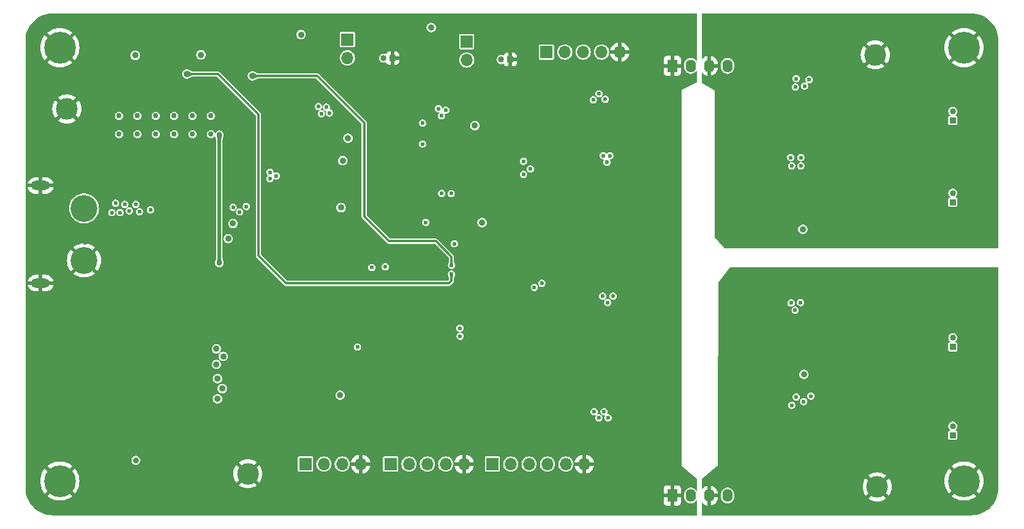
<source format=gbr>
%TF.GenerationSoftware,KiCad,Pcbnew,8.0.5*%
%TF.CreationDate,2024-11-25T15:58:14+05:30*%
%TF.ProjectId,Rapid_Core-RCP,52617069-645f-4436-9f72-652d5243502e,rev?*%
%TF.SameCoordinates,Original*%
%TF.FileFunction,Copper,L4,Inr*%
%TF.FilePolarity,Positive*%
%FSLAX46Y46*%
G04 Gerber Fmt 4.6, Leading zero omitted, Abs format (unit mm)*
G04 Created by KiCad (PCBNEW 8.0.5) date 2024-11-25 15:58:14*
%MOMM*%
%LPD*%
G01*
G04 APERTURE LIST*
%TA.AperFunction,ComponentPad*%
%ADD10R,1.700000X1.700000*%
%TD*%
%TA.AperFunction,ComponentPad*%
%ADD11O,1.700000X1.700000*%
%TD*%
%TA.AperFunction,ComponentPad*%
%ADD12C,3.000000*%
%TD*%
%TA.AperFunction,ComponentPad*%
%ADD13R,1.400000X1.800000*%
%TD*%
%TA.AperFunction,ComponentPad*%
%ADD14O,1.400000X1.800000*%
%TD*%
%TA.AperFunction,ComponentPad*%
%ADD15R,0.850000X0.850000*%
%TD*%
%TA.AperFunction,ComponentPad*%
%ADD16C,0.850000*%
%TD*%
%TA.AperFunction,ComponentPad*%
%ADD17C,4.400000*%
%TD*%
%TA.AperFunction,ComponentPad*%
%ADD18C,3.716000*%
%TD*%
%TA.AperFunction,ComponentPad*%
%ADD19O,2.600000X1.300000*%
%TD*%
%TA.AperFunction,ViaPad*%
%ADD20C,0.600000*%
%TD*%
%TA.AperFunction,ViaPad*%
%ADD21C,0.900000*%
%TD*%
%TA.AperFunction,ViaPad*%
%ADD22C,0.800000*%
%TD*%
%TA.AperFunction,ViaPad*%
%ADD23C,0.750000*%
%TD*%
%TA.AperFunction,Conductor*%
%ADD24C,0.500000*%
%TD*%
%TA.AperFunction,Conductor*%
%ADD25C,0.300000*%
%TD*%
G04 APERTURE END LIST*
D10*
%TO.N,+3.3V*%
%TO.C,J3*%
X186686073Y-113885427D03*
D11*
%TO.N,/Project_Architecture/GPIO/GPIO_1_PB0*%
X189226073Y-113885427D03*
%TO.N,/Project_Architecture/GPIO/GPIO_1_PB1*%
X191766072Y-113885427D03*
%TO.N,/Project_Architecture/GPIO/GPIO_1_PB2*%
X194306073Y-113885427D03*
%TO.N,/Project_Architecture/GPIO/GPIO_1_PB3*%
X196846073Y-113885427D03*
%TO.N,GND1*%
X199386073Y-113885427D03*
%TD*%
D12*
%TO.N,GND2*%
%TO.C,TP9*%
X239618073Y-57235427D03*
%TD*%
D10*
%TO.N,/Project_Architecture/Comm - LIN/LIN2_CMD_R*%
%TO.C,J10*%
X166636073Y-55110427D03*
D11*
%TO.N,/Project_Architecture/Comm - LIN/LIN2*%
X166636073Y-57650427D03*
%TD*%
D13*
%TO.N,GND1*%
%TO.C,U2*%
X211573573Y-118252927D03*
D14*
%TO.N,+5V*%
X214113573Y-118252927D03*
%TO.N,GND2*%
X216653572Y-118252927D03*
%TO.N,+5VA*%
X219193573Y-118252927D03*
%TD*%
D12*
%TO.N,GND1*%
%TO.C,TP7*%
X152886073Y-115235427D03*
%TD*%
D15*
%TO.N,GND1*%
%TO.C,J11*%
X172886072Y-57685427D03*
D16*
%TO.N,/Project_Architecture/Comm - LIN/LIN2*%
X171636073Y-57685427D03*
%TD*%
D10*
%TO.N,+3.3V*%
%TO.C,J4*%
X160856074Y-113885427D03*
D11*
%TO.N,/Project_Architecture/GPIO/USART2_TX*%
X163396074Y-113885427D03*
%TO.N,/Project_Architecture/GPIO/USART2_RX*%
X165936073Y-113885427D03*
%TO.N,GND1*%
X168476074Y-113885427D03*
%TD*%
D17*
%TO.N,GND2*%
%TO.C,H2*%
X251886073Y-56235427D03*
%TD*%
%TO.N,GND1*%
%TO.C,H3*%
X126886073Y-116235427D03*
%TD*%
D13*
%TO.N,GND1*%
%TO.C,U3*%
X211573573Y-58752927D03*
D14*
%TO.N,+5V*%
X214113573Y-58752927D03*
%TO.N,GND2*%
X216653572Y-58752927D03*
%TO.N,+5VA*%
X219193573Y-58752927D03*
%TD*%
D15*
%TO.N,GND1*%
%TO.C,J9*%
X189136073Y-57885427D03*
D16*
%TO.N,/Project_Architecture/Comm - LIN/LIN1*%
X187886074Y-57885427D03*
%TD*%
D12*
%TO.N,GND2*%
%TO.C,TP6*%
X239886073Y-117049427D03*
%TD*%
D10*
%TO.N,/Project_Architecture/Comm - LIN/LIN1_CMD_R*%
%TO.C,J8*%
X183136073Y-55410427D03*
D11*
%TO.N,/Project_Architecture/Comm - LIN/LIN1*%
X183136073Y-57950427D03*
%TD*%
D10*
%TO.N,+3.3V*%
%TO.C,J2*%
X194152073Y-56851427D03*
D11*
%TO.N,/Project_Architecture/GPIO/SW_CLK*%
X196692073Y-56851427D03*
%TO.N,/Project_Architecture/GPIO/NRST*%
X199232072Y-56851427D03*
%TO.N,/Project_Architecture/GPIO/SWDIO*%
X201772073Y-56851427D03*
%TO.N,GND1*%
X204312073Y-56851427D03*
%TD*%
D15*
%TO.N,/Project_Architecture/Comm - Isolated_CAN/CAN_L_IN-1*%
%TO.C,J6*%
X250336073Y-66310427D03*
D16*
%TO.N,/Project_Architecture/Comm - Isolated_CAN/CAN_H_IN-1*%
X250336073Y-65060428D03*
%TD*%
D15*
%TO.N,/Project_Architecture/Comm - Isolated_RS-485/RS-485_A-IN-1*%
%TO.C,J12*%
X250336073Y-77635426D03*
D16*
%TO.N,/Project_Architecture/Comm - Isolated_RS-485/RS-485_B_IN-1*%
X250336073Y-76385427D03*
%TD*%
D12*
%TO.N,GND1*%
%TO.C,TP8*%
X127858073Y-64725427D03*
%TD*%
D15*
%TO.N,/Project_Architecture/Comm - Isolated_CAN/CAN_L_IN-2*%
%TO.C,J7*%
X250336073Y-109885427D03*
D16*
%TO.N,/Project_Architecture/Comm - Isolated_CAN/CAN_H_IN-2*%
X250336073Y-108635428D03*
%TD*%
D18*
%TO.N,VBAT*%
%TO.C,J1*%
X130236073Y-78485427D03*
%TO.N,GND1*%
X130236073Y-85685427D03*
D19*
X124236073Y-75335427D03*
X124236073Y-88835427D03*
%TD*%
D17*
%TO.N,GND2*%
%TO.C,H4*%
X251886073Y-116235427D03*
%TD*%
D10*
%TO.N,+3.3V*%
%TO.C,J5*%
X172611073Y-113885427D03*
D11*
%TO.N,/Project_Architecture/GPIO/SPI1_SCK*%
X175151073Y-113885427D03*
%TO.N,/Project_Architecture/GPIO/SPI1_MISO*%
X177691072Y-113885427D03*
%TO.N,/Project_Architecture/GPIO/SPI1_MOSI*%
X180231073Y-113885427D03*
%TO.N,GND1*%
X182771073Y-113885427D03*
%TD*%
D15*
%TO.N,/Project_Architecture/Comm - Isolated_RS-485/RS-485_A_IN-2*%
%TO.C,J13*%
X250336073Y-97663426D03*
D16*
%TO.N,/Project_Architecture/Comm - Isolated_RS-485/RS-485_B_IN-2*%
X250336073Y-96413427D03*
%TD*%
D17*
%TO.N,GND1*%
%TO.C,H1*%
X126886073Y-56235427D03*
%TD*%
D20*
%TO.N,GND1*%
X192566073Y-91895427D03*
D21*
X131786073Y-103360427D03*
D20*
X133686073Y-73535427D03*
X128422994Y-83260427D03*
X147422994Y-71964427D03*
X194914073Y-77679427D03*
D21*
X178173572Y-76432926D03*
D20*
X207995073Y-101555427D03*
D21*
X180533572Y-95048926D03*
D20*
X191586073Y-92505427D03*
X144422994Y-71964427D03*
X206598073Y-100031427D03*
D22*
X145230073Y-113339427D03*
D20*
X144422994Y-109260427D03*
X172054073Y-84410427D03*
X135422994Y-83260427D03*
X133422994Y-86260427D03*
X137422994Y-87260427D03*
X189808673Y-63607827D03*
X145422994Y-108260427D03*
X146422994Y-93260427D03*
X155936073Y-75685427D03*
X202788073Y-73869427D03*
D21*
X205836073Y-59899427D03*
D20*
X148422994Y-108260427D03*
X135422994Y-85260427D03*
X207233073Y-100920427D03*
D23*
X143336073Y-87785427D03*
D20*
X209138073Y-101428427D03*
X202661073Y-93808427D03*
X151422994Y-72260427D03*
X145422994Y-93260427D03*
X137422994Y-85260427D03*
X133422994Y-88260427D03*
X148422994Y-95260427D03*
X142036073Y-76385427D03*
X207868073Y-99904427D03*
X132422994Y-84260427D03*
D21*
X207836073Y-103936427D03*
X144073575Y-58147925D03*
D20*
X134422994Y-88260427D03*
D21*
X203804073Y-59518427D03*
X167636073Y-61323427D03*
X131786073Y-97810427D03*
D20*
X134422994Y-86260427D03*
X145422994Y-107260427D03*
D21*
X181936073Y-61193427D03*
X207614073Y-60026427D03*
D20*
X131422994Y-83260427D03*
D21*
X183936073Y-61875427D03*
D20*
X192356073Y-94375427D03*
X137422994Y-88260427D03*
D21*
X140047073Y-52655427D03*
D20*
X132422994Y-83260427D03*
D21*
X206136073Y-103633427D03*
D20*
X149422994Y-106260427D03*
D21*
X157561073Y-82490427D03*
D20*
X130422994Y-83260427D03*
D21*
X165714071Y-60925425D03*
X129361073Y-100585427D03*
D20*
X140431073Y-71964427D03*
X148422994Y-93260427D03*
X132422994Y-88260427D03*
X151836073Y-76585427D03*
X134422994Y-85260427D03*
X132422994Y-87260427D03*
D21*
X163672073Y-82417443D03*
D20*
X129422994Y-83260427D03*
X128422994Y-88260427D03*
X151286073Y-73735427D03*
X134186073Y-72635427D03*
X150836073Y-76285427D03*
X137422994Y-83260427D03*
X144936073Y-76385427D03*
D21*
X157561073Y-78456427D03*
X126936073Y-103360427D03*
X192620073Y-61685427D03*
D20*
X136422994Y-88260427D03*
X147422994Y-93260427D03*
D21*
X176292073Y-61757427D03*
D20*
X206976073Y-80214427D03*
X136422994Y-83260427D03*
X192446073Y-93065427D03*
X171546073Y-85172427D03*
X191566073Y-93585427D03*
X133422994Y-85260427D03*
X134422994Y-83260427D03*
X149422994Y-108260427D03*
D21*
X178036073Y-71583427D03*
D20*
X201899073Y-73488427D03*
X136422994Y-87260427D03*
X135422994Y-88260427D03*
X131986073Y-73435427D03*
X144422994Y-107260427D03*
D21*
X126936073Y-97810427D03*
D20*
X156560073Y-97635427D03*
X142936073Y-76385427D03*
X156236073Y-76585427D03*
X145422994Y-95260427D03*
X145422994Y-94260427D03*
D21*
X149191073Y-52655427D03*
D20*
X145422994Y-71964427D03*
D21*
X145636073Y-87077427D03*
D20*
X136422994Y-84260427D03*
X144422994Y-108260427D03*
X130422994Y-88260427D03*
X208503073Y-100539427D03*
X135422994Y-84260427D03*
X192586073Y-90775427D03*
X148422994Y-96260427D03*
D21*
X168929572Y-102647928D03*
D20*
X207865073Y-81230427D03*
X133422994Y-83260427D03*
X173451073Y-63328427D03*
X209008073Y-80087427D03*
X131422994Y-88260427D03*
D21*
X204236073Y-103409427D03*
D20*
X148422994Y-107260427D03*
D21*
X163418073Y-85153734D03*
D20*
X156936073Y-75885427D03*
X136422994Y-85260427D03*
X145422994Y-96260427D03*
X135422994Y-87260427D03*
X145422994Y-109260427D03*
X146422994Y-71964427D03*
D21*
X174366572Y-78975926D03*
D20*
X142422994Y-71964427D03*
X189422994Y-91260427D03*
X149422994Y-107260427D03*
X145422994Y-106260427D03*
X194914073Y-78695427D03*
D23*
X143336073Y-86485427D03*
D20*
X148422994Y-109260427D03*
D21*
X168900073Y-83521427D03*
D20*
X149422994Y-109260427D03*
X134422994Y-84260427D03*
X190697673Y-64014227D03*
X133422994Y-84260427D03*
D21*
X153453573Y-58402927D03*
D20*
X148422994Y-94260427D03*
D21*
X207843573Y-111294427D03*
D20*
X137422994Y-84260427D03*
X136422994Y-86260427D03*
X148422994Y-106260427D03*
X203169073Y-92919427D03*
X134422994Y-87260427D03*
X139636073Y-76585427D03*
D21*
X207741073Y-67265427D03*
D20*
X171038073Y-84410427D03*
X202026073Y-92919427D03*
X133422994Y-87260427D03*
X145936073Y-76385427D03*
X141422994Y-71964427D03*
D23*
X144036073Y-87185427D03*
D20*
X194914073Y-76917427D03*
X143422994Y-71964427D03*
X144422994Y-106260427D03*
X132686073Y-72635427D03*
X129422994Y-88260427D03*
X137422994Y-86260427D03*
X193390073Y-80473427D03*
X174340073Y-63734827D03*
X135422994Y-86260427D03*
%TO.N,VBAT*%
X134586073Y-77785427D03*
X136486073Y-78835427D03*
X151736073Y-78985427D03*
X152686073Y-78235427D03*
X139412073Y-78685427D03*
X134078073Y-79071427D03*
X150836073Y-78335427D03*
X137380073Y-77928427D03*
X135856073Y-77928427D03*
X137888073Y-78944427D03*
X135221073Y-79071427D03*
D21*
%TO.N,+5V*%
X184262073Y-67027427D03*
X149336073Y-103435427D03*
D23*
X140156073Y-68225427D03*
D21*
X137316073Y-57299427D03*
X148686073Y-104857427D03*
D20*
X163036073Y-65385427D03*
D21*
X150830073Y-80585427D03*
D23*
X137616073Y-68225427D03*
D21*
X160240074Y-54435428D03*
D23*
X147776073Y-68225427D03*
D21*
X178236073Y-53463427D03*
D23*
X148936073Y-86085427D03*
X145236073Y-68225427D03*
X140156073Y-65685427D03*
X145236073Y-65685427D03*
D20*
X162636073Y-64385427D03*
D21*
X148686073Y-102063427D03*
D23*
X142696073Y-65685427D03*
D20*
X179636073Y-65685427D03*
X163736073Y-64485427D03*
X164136073Y-65285427D03*
X179236073Y-64685427D03*
D23*
X135076073Y-65685427D03*
X142696073Y-68225427D03*
D21*
X150157073Y-82685427D03*
D23*
X148936073Y-68300427D03*
D21*
X146400073Y-57232427D03*
D23*
X135076073Y-68225427D03*
X147776073Y-65685427D03*
X137616073Y-65685427D03*
D20*
X180236073Y-64885427D03*
D21*
X166724073Y-68785427D03*
D20*
%TO.N,+3.3V*%
X193517073Y-88855427D03*
X200756073Y-106635427D03*
X190977073Y-71964427D03*
D21*
X149486073Y-98985427D03*
D20*
X170019073Y-86685427D03*
D21*
X166006073Y-71885427D03*
D20*
X202915073Y-71202427D03*
X201936073Y-90635427D03*
X155925073Y-73488427D03*
X203386073Y-90635427D03*
X200629073Y-63455427D03*
D21*
X148536073Y-97935427D03*
D20*
X202026073Y-71202427D03*
D21*
X165760073Y-78385427D03*
D20*
X202534073Y-72091427D03*
X179674073Y-76409427D03*
D21*
X148536073Y-100085427D03*
D20*
X192486073Y-89435427D03*
X180986073Y-76435427D03*
X156814073Y-73996427D03*
X155925073Y-74377427D03*
X182186073Y-95085427D03*
X182236073Y-96185427D03*
D22*
X137383073Y-113366427D03*
D20*
X202686073Y-107485427D03*
X202636073Y-91535427D03*
X190977073Y-73785427D03*
X177486073Y-80435427D03*
X201386073Y-107485427D03*
D21*
X165636073Y-104349427D03*
D20*
X202286073Y-63385427D03*
X171886073Y-86585427D03*
X191936073Y-73035427D03*
X201436073Y-62635427D03*
X202136073Y-106635427D03*
%TO.N,/Project_Architecture/GPIO/NRST*%
X168036073Y-97685427D03*
X181436073Y-83385427D03*
%TO.N,GND2*%
X224251073Y-95332427D03*
X223836073Y-81285427D03*
X224886073Y-101555427D03*
X222473073Y-100031427D03*
X224124073Y-75266427D03*
X225140073Y-75266427D03*
D21*
X231111073Y-71077427D03*
X242364073Y-96935427D03*
X226586073Y-58932427D03*
D20*
X223362073Y-95332427D03*
X223997073Y-100031427D03*
D21*
X226436073Y-103232427D03*
X231123573Y-91028927D03*
D20*
X222473073Y-95332427D03*
X223235073Y-75266427D03*
X222186073Y-81335427D03*
D21*
X223086073Y-59540427D03*
X247475073Y-109285427D03*
D20*
X222092073Y-79965427D03*
D21*
X242256073Y-65585427D03*
X224536073Y-103618427D03*
D20*
X223616073Y-101555427D03*
D21*
X247306073Y-76985427D03*
X222936073Y-103669427D03*
X241845073Y-76985427D03*
D20*
X222219073Y-75266427D03*
D21*
X248250073Y-96987427D03*
X223386573Y-67305427D03*
X242268073Y-109285427D03*
D20*
X223616073Y-79965427D03*
D21*
X224736073Y-59414427D03*
X223513573Y-111374427D03*
X247844073Y-65585427D03*
D20*
%TO.N,+5VA*%
X229736073Y-105235427D03*
D21*
X229608073Y-81385427D03*
D20*
X227934073Y-71456427D03*
X230728073Y-104476427D03*
X229331073Y-72599427D03*
X229286073Y-91535427D03*
X229839073Y-61550427D03*
X228061073Y-72599427D03*
X229331073Y-71456427D03*
D21*
X229753073Y-101469427D03*
D20*
X228696073Y-60534427D03*
X227986073Y-91585427D03*
X228696073Y-104603427D03*
X228536073Y-92585427D03*
X230474073Y-60661427D03*
X228061073Y-105746427D03*
X228569073Y-61677427D03*
%TO.N,/Project_Architecture/Comm - LIN/LIN2_EN*%
X177036073Y-66685427D03*
X177036073Y-69585427D03*
D21*
%TO.N,/Project_Architecture/GPIO/GPIO_1_PB3*%
X185262073Y-80473427D03*
%TO.N,/Project_Architecture/Indication - USR/USR_LED_2*%
X144449072Y-59899427D03*
D20*
X181036073Y-87585427D03*
D21*
%TO.N,/Project_Architecture/Indication - USR/USR_LED_1*%
X153512073Y-60153427D03*
D20*
X181036073Y-86385427D03*
%TD*%
D24*
%TO.N,+5V*%
X148936073Y-86085427D02*
X148936073Y-68300427D01*
D25*
%TO.N,/Project_Architecture/Indication - USR/USR_LED_2*%
X154356573Y-65513427D02*
X148742573Y-59899427D01*
X181036073Y-87585427D02*
X181036073Y-88490927D01*
X181036073Y-88490927D02*
X180645573Y-88881427D01*
X154356573Y-85071427D02*
X154356573Y-65513427D01*
X180645573Y-88881427D02*
X158166573Y-88881427D01*
X148742573Y-59899427D02*
X144449072Y-59899427D01*
X158166573Y-88881427D02*
X154356573Y-85071427D01*
%TO.N,/Project_Architecture/Indication - USR/USR_LED_1*%
X172390573Y-83039427D02*
X168961573Y-79610427D01*
X181026573Y-86375927D02*
X181026573Y-85198427D01*
X181026573Y-85198427D02*
X178867573Y-83039427D01*
X162458573Y-60153427D02*
X153512073Y-60153427D01*
X178867573Y-83039427D02*
X172390573Y-83039427D01*
X181036073Y-86385427D02*
X181026573Y-86375927D01*
X168961573Y-79610427D02*
X168961573Y-66656427D01*
X168961573Y-66656427D02*
X162458573Y-60153427D01*
%TD*%
%TA.AperFunction,Conductor*%
%TO.N,GND2*%
G36*
X252887276Y-51485986D02*
G01*
X253251199Y-51503862D01*
X253255954Y-51504330D01*
X253615190Y-51557615D01*
X253619892Y-51558550D01*
X253972183Y-51646793D01*
X253976752Y-51648179D01*
X254318693Y-51770526D01*
X254323123Y-51772362D01*
X254651405Y-51927628D01*
X254655646Y-51929894D01*
X254967129Y-52116589D01*
X254971127Y-52119261D01*
X255262801Y-52335580D01*
X255266518Y-52338630D01*
X255535593Y-52582505D01*
X255538994Y-52585906D01*
X255782869Y-52854981D01*
X255785919Y-52858698D01*
X256002238Y-53150372D01*
X256004910Y-53154370D01*
X256191605Y-53465853D01*
X256193871Y-53470094D01*
X256349137Y-53798376D01*
X256350976Y-53802816D01*
X256453597Y-54089624D01*
X256473315Y-54144731D01*
X256474711Y-54149332D01*
X256562947Y-54501599D01*
X256563885Y-54506316D01*
X256617167Y-54865530D01*
X256617638Y-54870315D01*
X256635514Y-55234223D01*
X256635573Y-55236627D01*
X256635573Y-83938427D01*
X256621221Y-83973075D01*
X256586573Y-83987427D01*
X218716524Y-83987427D01*
X218681876Y-83973075D01*
X218678881Y-83969796D01*
X217434930Y-82477055D01*
X217423573Y-82445686D01*
X217423573Y-81385427D01*
X228952795Y-81385427D01*
X228971836Y-81542246D01*
X229027853Y-81689951D01*
X229085700Y-81773757D01*
X229117590Y-81819957D01*
X229235833Y-81924710D01*
X229375708Y-81998123D01*
X229529088Y-82035927D01*
X229529089Y-82035927D01*
X229687056Y-82035927D01*
X229687058Y-82035927D01*
X229840438Y-81998123D01*
X229980313Y-81924710D01*
X230098556Y-81819957D01*
X230188293Y-81689950D01*
X230244310Y-81542245D01*
X230263351Y-81385427D01*
X230244310Y-81228609D01*
X230188293Y-81080904D01*
X230098556Y-80950897D01*
X230098553Y-80950894D01*
X230098552Y-80950893D01*
X229980312Y-80846143D01*
X229840437Y-80772730D01*
X229724861Y-80744244D01*
X229687058Y-80734927D01*
X229529088Y-80734927D01*
X229498760Y-80742402D01*
X229375708Y-80772730D01*
X229235833Y-80846143D01*
X229117593Y-80950893D01*
X229117589Y-80950898D01*
X229027853Y-81080902D01*
X228971836Y-81228607D01*
X228952795Y-81385427D01*
X217423573Y-81385427D01*
X217423573Y-76385427D01*
X249705979Y-76385427D01*
X249724288Y-76536219D01*
X249778152Y-76678247D01*
X249864440Y-76803256D01*
X249978140Y-76903985D01*
X250003965Y-76917539D01*
X250027975Y-76946348D01*
X250024581Y-76983697D01*
X249995772Y-77007707D01*
X249981194Y-77009926D01*
X249891325Y-77009926D01*
X249832842Y-77021559D01*
X249766520Y-77065873D01*
X249725000Y-77128014D01*
X249722206Y-77132195D01*
X249710573Y-77190678D01*
X249710573Y-78080174D01*
X249722206Y-78138657D01*
X249730764Y-78151464D01*
X249766520Y-78204978D01*
X249793085Y-78222727D01*
X249832842Y-78249293D01*
X249891325Y-78260926D01*
X249891328Y-78260926D01*
X250780818Y-78260926D01*
X250780821Y-78260926D01*
X250839304Y-78249293D01*
X250905625Y-78204978D01*
X250949940Y-78138657D01*
X250961573Y-78080174D01*
X250961573Y-77190678D01*
X250949940Y-77132195D01*
X250923374Y-77092438D01*
X250905625Y-77065873D01*
X250865868Y-77039308D01*
X250839304Y-77021559D01*
X250780821Y-77009926D01*
X250780818Y-77009926D01*
X250690952Y-77009926D01*
X250656304Y-76995574D01*
X250641952Y-76960926D01*
X250656304Y-76926278D01*
X250668181Y-76917539D01*
X250694005Y-76903985D01*
X250694004Y-76903985D01*
X250694007Y-76903984D01*
X250807705Y-76803257D01*
X250893994Y-76678246D01*
X250947858Y-76536218D01*
X250966167Y-76385427D01*
X250947858Y-76234636D01*
X250893994Y-76092608D01*
X250807705Y-75967597D01*
X250694007Y-75866870D01*
X250694005Y-75866868D01*
X250559508Y-75796279D01*
X250412022Y-75759927D01*
X250260124Y-75759927D01*
X250112637Y-75796279D01*
X249978140Y-75866868D01*
X249864440Y-75967597D01*
X249778152Y-76092606D01*
X249724288Y-76234634D01*
X249705979Y-76385427D01*
X217423573Y-76385427D01*
X217423573Y-72599424D01*
X227555426Y-72599424D01*
X227555426Y-72599429D01*
X227575906Y-72741881D01*
X227607101Y-72810187D01*
X227635696Y-72872800D01*
X227635697Y-72872801D01*
X227635698Y-72872803D01*
X227703859Y-72951465D01*
X227729945Y-72981570D01*
X227851020Y-73059380D01*
X227927858Y-73081941D01*
X227989107Y-73099926D01*
X227989110Y-73099926D01*
X227989112Y-73099927D01*
X227989113Y-73099927D01*
X228133033Y-73099927D01*
X228133034Y-73099927D01*
X228133036Y-73099926D01*
X228133038Y-73099926D01*
X228155868Y-73093222D01*
X228271126Y-73059380D01*
X228392201Y-72981570D01*
X228486450Y-72872800D01*
X228546238Y-72741884D01*
X228546238Y-72741882D01*
X228546239Y-72741881D01*
X228566720Y-72599429D01*
X228566720Y-72599424D01*
X228825426Y-72599424D01*
X228825426Y-72599429D01*
X228845906Y-72741881D01*
X228877101Y-72810187D01*
X228905696Y-72872800D01*
X228905697Y-72872801D01*
X228905698Y-72872803D01*
X228973859Y-72951465D01*
X228999945Y-72981570D01*
X229121020Y-73059380D01*
X229197858Y-73081941D01*
X229259107Y-73099926D01*
X229259110Y-73099926D01*
X229259112Y-73099927D01*
X229259113Y-73099927D01*
X229403033Y-73099927D01*
X229403034Y-73099927D01*
X229403036Y-73099926D01*
X229403038Y-73099926D01*
X229425868Y-73093222D01*
X229541126Y-73059380D01*
X229662201Y-72981570D01*
X229756450Y-72872800D01*
X229816238Y-72741884D01*
X229816238Y-72741882D01*
X229816239Y-72741881D01*
X229836720Y-72599429D01*
X229836720Y-72599424D01*
X229816239Y-72456972D01*
X229811824Y-72447306D01*
X229756450Y-72326054D01*
X229694313Y-72254344D01*
X229662201Y-72217284D01*
X229627722Y-72195126D01*
X229541126Y-72139474D01*
X229541123Y-72139473D01*
X229403038Y-72098927D01*
X229403034Y-72098927D01*
X229259112Y-72098927D01*
X229259107Y-72098927D01*
X229121022Y-72139473D01*
X228999944Y-72217284D01*
X228905698Y-72326050D01*
X228905697Y-72326052D01*
X228845906Y-72456972D01*
X228825426Y-72599424D01*
X228566720Y-72599424D01*
X228546239Y-72456972D01*
X228541824Y-72447306D01*
X228486450Y-72326054D01*
X228424313Y-72254344D01*
X228392201Y-72217284D01*
X228357722Y-72195126D01*
X228271126Y-72139474D01*
X228271123Y-72139473D01*
X228133038Y-72098927D01*
X228133034Y-72098927D01*
X227989112Y-72098927D01*
X227989107Y-72098927D01*
X227851022Y-72139473D01*
X227729944Y-72217284D01*
X227635698Y-72326050D01*
X227635697Y-72326052D01*
X227575906Y-72456972D01*
X227555426Y-72599424D01*
X217423573Y-72599424D01*
X217423573Y-71456424D01*
X227428426Y-71456424D01*
X227428426Y-71456429D01*
X227448906Y-71598881D01*
X227481008Y-71669173D01*
X227508696Y-71729800D01*
X227508697Y-71729801D01*
X227508698Y-71729803D01*
X227550589Y-71778148D01*
X227602945Y-71838570D01*
X227724020Y-71916380D01*
X227800858Y-71938941D01*
X227862107Y-71956926D01*
X227862110Y-71956926D01*
X227862112Y-71956927D01*
X227862113Y-71956927D01*
X228006033Y-71956927D01*
X228006034Y-71956927D01*
X228006036Y-71956926D01*
X228006038Y-71956926D01*
X228028868Y-71950222D01*
X228144126Y-71916380D01*
X228265201Y-71838570D01*
X228359450Y-71729800D01*
X228419238Y-71598884D01*
X228419238Y-71598882D01*
X228419239Y-71598881D01*
X228439720Y-71456429D01*
X228439720Y-71456424D01*
X228825426Y-71456424D01*
X228825426Y-71456429D01*
X228845906Y-71598881D01*
X228878008Y-71669173D01*
X228905696Y-71729800D01*
X228905697Y-71729801D01*
X228905698Y-71729803D01*
X228947589Y-71778148D01*
X228999945Y-71838570D01*
X229121020Y-71916380D01*
X229197858Y-71938941D01*
X229259107Y-71956926D01*
X229259110Y-71956926D01*
X229259112Y-71956927D01*
X229259113Y-71956927D01*
X229403033Y-71956927D01*
X229403034Y-71956927D01*
X229403036Y-71956926D01*
X229403038Y-71956926D01*
X229425868Y-71950222D01*
X229541126Y-71916380D01*
X229662201Y-71838570D01*
X229756450Y-71729800D01*
X229816238Y-71598884D01*
X229816238Y-71598882D01*
X229816239Y-71598881D01*
X229836720Y-71456429D01*
X229836720Y-71456424D01*
X229816239Y-71313972D01*
X229803642Y-71286390D01*
X229756450Y-71183054D01*
X229711040Y-71130648D01*
X229662201Y-71074284D01*
X229541126Y-70996474D01*
X229541123Y-70996473D01*
X229403038Y-70955927D01*
X229403034Y-70955927D01*
X229259112Y-70955927D01*
X229259107Y-70955927D01*
X229121022Y-70996473D01*
X228999944Y-71074284D01*
X228905698Y-71183050D01*
X228905697Y-71183052D01*
X228845906Y-71313972D01*
X228825426Y-71456424D01*
X228439720Y-71456424D01*
X228419239Y-71313972D01*
X228406642Y-71286390D01*
X228359450Y-71183054D01*
X228314040Y-71130648D01*
X228265201Y-71074284D01*
X228144126Y-70996474D01*
X228144123Y-70996473D01*
X228006038Y-70955927D01*
X228006034Y-70955927D01*
X227862112Y-70955927D01*
X227862107Y-70955927D01*
X227724022Y-70996473D01*
X227602944Y-71074284D01*
X227508698Y-71183050D01*
X227508697Y-71183052D01*
X227448906Y-71313972D01*
X227428426Y-71456424D01*
X217423573Y-71456424D01*
X217423573Y-65060428D01*
X249705979Y-65060428D01*
X249724288Y-65211220D01*
X249778152Y-65353248D01*
X249864440Y-65478257D01*
X249978140Y-65578986D01*
X250003965Y-65592540D01*
X250027975Y-65621349D01*
X250024581Y-65658698D01*
X249995772Y-65682708D01*
X249981194Y-65684927D01*
X249891325Y-65684927D01*
X249832842Y-65696560D01*
X249766520Y-65740874D01*
X249739030Y-65782017D01*
X249722206Y-65807196D01*
X249710573Y-65865679D01*
X249710573Y-66755175D01*
X249722206Y-66813658D01*
X249725846Y-66819105D01*
X249766520Y-66879979D01*
X249785788Y-66892853D01*
X249832842Y-66924294D01*
X249891325Y-66935927D01*
X249891328Y-66935927D01*
X250780818Y-66935927D01*
X250780821Y-66935927D01*
X250839304Y-66924294D01*
X250905625Y-66879979D01*
X250949940Y-66813658D01*
X250961573Y-66755175D01*
X250961573Y-65865679D01*
X250949940Y-65807196D01*
X250923374Y-65767439D01*
X250905625Y-65740874D01*
X250865868Y-65714309D01*
X250839304Y-65696560D01*
X250780821Y-65684927D01*
X250780818Y-65684927D01*
X250690952Y-65684927D01*
X250656304Y-65670575D01*
X250641952Y-65635927D01*
X250656304Y-65601279D01*
X250668181Y-65592540D01*
X250694005Y-65578986D01*
X250694004Y-65578986D01*
X250694007Y-65578985D01*
X250807705Y-65478258D01*
X250893994Y-65353247D01*
X250947858Y-65211219D01*
X250966167Y-65060428D01*
X250947858Y-64909637D01*
X250893994Y-64767609D01*
X250886345Y-64756528D01*
X250807705Y-64642598D01*
X250694005Y-64541869D01*
X250559508Y-64471280D01*
X250412022Y-64434928D01*
X250260124Y-64434928D01*
X250112637Y-64471280D01*
X249978140Y-64541869D01*
X249864440Y-64642598D01*
X249778152Y-64767607D01*
X249724288Y-64909635D01*
X249705979Y-65060428D01*
X217423573Y-65060428D01*
X217423573Y-62143428D01*
X217423573Y-62143427D01*
X216608068Y-61677424D01*
X228063426Y-61677424D01*
X228063426Y-61677429D01*
X228083906Y-61819881D01*
X228116008Y-61890173D01*
X228143696Y-61950800D01*
X228143697Y-61950801D01*
X228143698Y-61950803D01*
X228195322Y-62010380D01*
X228237945Y-62059570D01*
X228359020Y-62137380D01*
X228435858Y-62159941D01*
X228497107Y-62177926D01*
X228497110Y-62177926D01*
X228497112Y-62177927D01*
X228497113Y-62177927D01*
X228641033Y-62177927D01*
X228641034Y-62177927D01*
X228641036Y-62177926D01*
X228641038Y-62177926D01*
X228663868Y-62171222D01*
X228779126Y-62137380D01*
X228900201Y-62059570D01*
X228994450Y-61950800D01*
X229054238Y-61819884D01*
X229054238Y-61819882D01*
X229054239Y-61819881D01*
X229074720Y-61677429D01*
X229074720Y-61677424D01*
X229056461Y-61550424D01*
X229333426Y-61550424D01*
X229333426Y-61550429D01*
X229353906Y-61692881D01*
X229386008Y-61763173D01*
X229413696Y-61823800D01*
X229413697Y-61823801D01*
X229413698Y-61823803D01*
X229507944Y-61932569D01*
X229507945Y-61932570D01*
X229629020Y-62010380D01*
X229705858Y-62032941D01*
X229767107Y-62050926D01*
X229767110Y-62050926D01*
X229767112Y-62050927D01*
X229767113Y-62050927D01*
X229911033Y-62050927D01*
X229911034Y-62050927D01*
X229911036Y-62050926D01*
X229911038Y-62050926D01*
X229933868Y-62044222D01*
X230049126Y-62010380D01*
X230170201Y-61932570D01*
X230264450Y-61823800D01*
X230324238Y-61692884D01*
X230324238Y-61692882D01*
X230324239Y-61692881D01*
X230344720Y-61550429D01*
X230344720Y-61550424D01*
X230324239Y-61407972D01*
X230272775Y-61295284D01*
X230264450Y-61277054D01*
X230253941Y-61264926D01*
X230183763Y-61183935D01*
X230171920Y-61148351D01*
X230188707Y-61114815D01*
X230224291Y-61102972D01*
X230247285Y-61110625D01*
X230264020Y-61121380D01*
X230317248Y-61137009D01*
X230402107Y-61161926D01*
X230402110Y-61161926D01*
X230402112Y-61161927D01*
X230402113Y-61161927D01*
X230546033Y-61161927D01*
X230546034Y-61161927D01*
X230546036Y-61161926D01*
X230546038Y-61161926D01*
X230592270Y-61148351D01*
X230684126Y-61121380D01*
X230805201Y-61043570D01*
X230899450Y-60934800D01*
X230959238Y-60803884D01*
X230959238Y-60803882D01*
X230959239Y-60803881D01*
X230979720Y-60661429D01*
X230979720Y-60661424D01*
X230959239Y-60518972D01*
X230943519Y-60484550D01*
X230899450Y-60388054D01*
X230873149Y-60357701D01*
X230805201Y-60279284D01*
X230788178Y-60268344D01*
X230684126Y-60201474D01*
X230684123Y-60201473D01*
X230546038Y-60160927D01*
X230546034Y-60160927D01*
X230402112Y-60160927D01*
X230402107Y-60160927D01*
X230264022Y-60201473D01*
X230142944Y-60279284D01*
X230048698Y-60388050D01*
X230048697Y-60388052D01*
X229988906Y-60518972D01*
X229968426Y-60661424D01*
X229968426Y-60661429D01*
X229988906Y-60803881D01*
X230021008Y-60874173D01*
X230048696Y-60934800D01*
X230048697Y-60934801D01*
X230048698Y-60934803D01*
X230129382Y-61027918D01*
X230141225Y-61063502D01*
X230124438Y-61097038D01*
X230088854Y-61108881D01*
X230065860Y-61101228D01*
X230049126Y-61090474D01*
X230049123Y-61090473D01*
X229911038Y-61049927D01*
X229911034Y-61049927D01*
X229767112Y-61049927D01*
X229767107Y-61049927D01*
X229629022Y-61090473D01*
X229629020Y-61090473D01*
X229629020Y-61090474D01*
X229609573Y-61102972D01*
X229507944Y-61168284D01*
X229413698Y-61277050D01*
X229413697Y-61277052D01*
X229353906Y-61407972D01*
X229333426Y-61550424D01*
X229056461Y-61550424D01*
X229054239Y-61534972D01*
X229049824Y-61525306D01*
X228994450Y-61404054D01*
X228900201Y-61295284D01*
X228779126Y-61217474D01*
X228779123Y-61217473D01*
X228641038Y-61176927D01*
X228641034Y-61176927D01*
X228497112Y-61176927D01*
X228497107Y-61176927D01*
X228359022Y-61217473D01*
X228237944Y-61295284D01*
X228143698Y-61404050D01*
X228143697Y-61404052D01*
X228083906Y-61534972D01*
X228063426Y-61677424D01*
X216608068Y-61677424D01*
X215670262Y-61141535D01*
X215647300Y-61111884D01*
X215645573Y-61098991D01*
X215645573Y-60534424D01*
X228190426Y-60534424D01*
X228190426Y-60534429D01*
X228210906Y-60676881D01*
X228243008Y-60747173D01*
X228270696Y-60807800D01*
X228270697Y-60807801D01*
X228270698Y-60807803D01*
X228364944Y-60916569D01*
X228364945Y-60916570D01*
X228486020Y-60994380D01*
X228562858Y-61016941D01*
X228624107Y-61034926D01*
X228624110Y-61034926D01*
X228624112Y-61034927D01*
X228624113Y-61034927D01*
X228768033Y-61034927D01*
X228768034Y-61034927D01*
X228768036Y-61034926D01*
X228768038Y-61034926D01*
X228791905Y-61027918D01*
X228906126Y-60994380D01*
X229027201Y-60916570D01*
X229121450Y-60807800D01*
X229181238Y-60676884D01*
X229181238Y-60676882D01*
X229181239Y-60676881D01*
X229201720Y-60534429D01*
X229201720Y-60534424D01*
X229181239Y-60391972D01*
X229167436Y-60361748D01*
X229121450Y-60261054D01*
X229121148Y-60260706D01*
X229027201Y-60152284D01*
X228982222Y-60123378D01*
X228906126Y-60074474D01*
X228891601Y-60070209D01*
X228768038Y-60033927D01*
X228768034Y-60033927D01*
X228624112Y-60033927D01*
X228624107Y-60033927D01*
X228486022Y-60074473D01*
X228364944Y-60152284D01*
X228270698Y-60261050D01*
X228270697Y-60261052D01*
X228210906Y-60391972D01*
X228190426Y-60534424D01*
X215645573Y-60534424D01*
X215645573Y-59757904D01*
X215659925Y-59723256D01*
X215694573Y-59708904D01*
X215729221Y-59723256D01*
X215734215Y-59729103D01*
X215738264Y-59734676D01*
X215738268Y-59734681D01*
X215871818Y-59868231D01*
X215871822Y-59868234D01*
X216024635Y-59979258D01*
X216192933Y-60065011D01*
X216372570Y-60123378D01*
X216372575Y-60123380D01*
X216403571Y-60128288D01*
X216403572Y-60128288D01*
X216403572Y-59185939D01*
X216460579Y-59218852D01*
X216587746Y-59252927D01*
X216719398Y-59252927D01*
X216846565Y-59218852D01*
X216903572Y-59185939D01*
X216903572Y-60128288D01*
X216934568Y-60123380D01*
X216934573Y-60123378D01*
X217114210Y-60065011D01*
X217282508Y-59979258D01*
X217435321Y-59868234D01*
X217435326Y-59868231D01*
X217568876Y-59734681D01*
X217568879Y-59734676D01*
X217679903Y-59581863D01*
X217765656Y-59413565D01*
X217824023Y-59233928D01*
X217824024Y-59233925D01*
X217853572Y-59047368D01*
X217853572Y-59002927D01*
X217086584Y-59002927D01*
X217119497Y-58945920D01*
X217153572Y-58818753D01*
X217153572Y-58687101D01*
X217119497Y-58559934D01*
X217086584Y-58502927D01*
X217853572Y-58502927D01*
X217853572Y-58464230D01*
X218293073Y-58464230D01*
X218293073Y-59041623D01*
X218327676Y-59215583D01*
X218327679Y-59215594D01*
X218361469Y-59297171D01*
X218395560Y-59379474D01*
X218406579Y-59395965D01*
X218494106Y-59526959D01*
X218619540Y-59652393D01*
X218675436Y-59689741D01*
X218767026Y-59750940D01*
X218930907Y-59818821D01*
X218930913Y-59818822D01*
X218930916Y-59818823D01*
X219104876Y-59853426D01*
X219104882Y-59853427D01*
X219282264Y-59853427D01*
X219456239Y-59818821D01*
X219620120Y-59750940D01*
X219767608Y-59652391D01*
X219893037Y-59526962D01*
X219991586Y-59379474D01*
X220059467Y-59215593D01*
X220094073Y-59041618D01*
X220094073Y-58464236D01*
X220093538Y-58461544D01*
X220059469Y-58290270D01*
X220059466Y-58290259D01*
X220051872Y-58271925D01*
X219991586Y-58126380D01*
X219909640Y-58003740D01*
X219893039Y-57978894D01*
X219767605Y-57853460D01*
X219663909Y-57784173D01*
X219620120Y-57754914D01*
X219620117Y-57754912D01*
X219620116Y-57754912D01*
X219456240Y-57687033D01*
X219456229Y-57687030D01*
X219282269Y-57652427D01*
X219282264Y-57652427D01*
X219104882Y-57652427D01*
X219104876Y-57652427D01*
X218930916Y-57687030D01*
X218930905Y-57687033D01*
X218767029Y-57754912D01*
X218619540Y-57853460D01*
X218494106Y-57978894D01*
X218395558Y-58126383D01*
X218327679Y-58290259D01*
X218327676Y-58290270D01*
X218293073Y-58464230D01*
X217853572Y-58464230D01*
X217853572Y-58458485D01*
X217824024Y-58271928D01*
X217824023Y-58271925D01*
X217765656Y-58092288D01*
X217679903Y-57923990D01*
X217568879Y-57771177D01*
X217568876Y-57771173D01*
X217435326Y-57637623D01*
X217435321Y-57637619D01*
X217282508Y-57526595D01*
X217114210Y-57440842D01*
X216934573Y-57382475D01*
X216934571Y-57382474D01*
X216903572Y-57377563D01*
X216903572Y-58319915D01*
X216846565Y-58287002D01*
X216719398Y-58252927D01*
X216587746Y-58252927D01*
X216460579Y-58287002D01*
X216403572Y-58319915D01*
X216403572Y-57377563D01*
X216372572Y-57382474D01*
X216372570Y-57382475D01*
X216192933Y-57440842D01*
X216024635Y-57526595D01*
X215871822Y-57637619D01*
X215738268Y-57771173D01*
X215738266Y-57771174D01*
X215734214Y-57776752D01*
X215702236Y-57796346D01*
X215665770Y-57787590D01*
X215646176Y-57755612D01*
X215645573Y-57747949D01*
X215645573Y-57235425D01*
X237612964Y-57235425D01*
X237612964Y-57235428D01*
X237633372Y-57520777D01*
X237633374Y-57520792D01*
X237694184Y-57800326D01*
X237794164Y-58068384D01*
X237931264Y-58319466D01*
X237931267Y-58319470D01*
X238037956Y-58461989D01*
X238902225Y-57597719D01*
X238909122Y-57614369D01*
X238996672Y-57745397D01*
X239108103Y-57856828D01*
X239239131Y-57944378D01*
X239255778Y-57951273D01*
X238391509Y-58815542D01*
X238534029Y-58922232D01*
X238534033Y-58922235D01*
X238785115Y-59059335D01*
X239053173Y-59159315D01*
X239332707Y-59220125D01*
X239332722Y-59220127D01*
X239618071Y-59240536D01*
X239618075Y-59240536D01*
X239903423Y-59220127D01*
X239903438Y-59220125D01*
X240182972Y-59159315D01*
X240451030Y-59059335D01*
X240702112Y-58922235D01*
X240702116Y-58922232D01*
X240844635Y-58815543D01*
X239980366Y-57951273D01*
X239997015Y-57944378D01*
X240128043Y-57856828D01*
X240239474Y-57745397D01*
X240327024Y-57614369D01*
X240333919Y-57597720D01*
X241198189Y-58461989D01*
X241304878Y-58319470D01*
X241304881Y-58319466D01*
X241441981Y-58068384D01*
X241541961Y-57800326D01*
X241602771Y-57520792D01*
X241602773Y-57520777D01*
X241623182Y-57235428D01*
X241623182Y-57235425D01*
X241602773Y-56950076D01*
X241602771Y-56950061D01*
X241541961Y-56670527D01*
X241441981Y-56402469D01*
X241350770Y-56235427D01*
X249181138Y-56235427D01*
X249200860Y-56561471D01*
X249200862Y-56561483D01*
X249259736Y-56882749D01*
X249259742Y-56882775D01*
X249356911Y-57194599D01*
X249356919Y-57194621D01*
X249490972Y-57492472D01*
X249659955Y-57772006D01*
X249659956Y-57772007D01*
X249807548Y-57960395D01*
X249807549Y-57960395D01*
X250949781Y-56818163D01*
X251047040Y-56952029D01*
X251169471Y-57074460D01*
X251303335Y-57171717D01*
X250161103Y-58313949D01*
X250161103Y-58313950D01*
X250349492Y-58461543D01*
X250349493Y-58461544D01*
X250629027Y-58630527D01*
X250926878Y-58764580D01*
X250926900Y-58764588D01*
X251238724Y-58861757D01*
X251238750Y-58861763D01*
X251560016Y-58920637D01*
X251560028Y-58920639D01*
X251886073Y-58940361D01*
X252212117Y-58920639D01*
X252212129Y-58920637D01*
X252533395Y-58861763D01*
X252533421Y-58861757D01*
X252845245Y-58764588D01*
X252845267Y-58764580D01*
X253143118Y-58630527D01*
X253422652Y-58461544D01*
X253422653Y-58461543D01*
X253611041Y-58313950D01*
X253611041Y-58313949D01*
X252468810Y-57171717D01*
X252602675Y-57074460D01*
X252725106Y-56952029D01*
X252822363Y-56818164D01*
X253964595Y-57960395D01*
X253964596Y-57960395D01*
X254112189Y-57772007D01*
X254112190Y-57772006D01*
X254281173Y-57492472D01*
X254415226Y-57194621D01*
X254415234Y-57194599D01*
X254512403Y-56882775D01*
X254512409Y-56882749D01*
X254571283Y-56561483D01*
X254571285Y-56561471D01*
X254591007Y-56235427D01*
X254571285Y-55909382D01*
X254571283Y-55909370D01*
X254512409Y-55588104D01*
X254512403Y-55588078D01*
X254415234Y-55276254D01*
X254415226Y-55276232D01*
X254281173Y-54978381D01*
X254112190Y-54698847D01*
X254112189Y-54698846D01*
X253964596Y-54510457D01*
X253964595Y-54510457D01*
X252822363Y-55652689D01*
X252725106Y-55518825D01*
X252602675Y-55396394D01*
X252468808Y-55299135D01*
X253611041Y-54156903D01*
X253611041Y-54156902D01*
X253422653Y-54009310D01*
X253422652Y-54009309D01*
X253143118Y-53840326D01*
X252845267Y-53706273D01*
X252845245Y-53706265D01*
X252533421Y-53609096D01*
X252533395Y-53609090D01*
X252212129Y-53550216D01*
X252212117Y-53550214D01*
X251886073Y-53530492D01*
X251560028Y-53550214D01*
X251560016Y-53550216D01*
X251238750Y-53609090D01*
X251238724Y-53609096D01*
X250926900Y-53706265D01*
X250926878Y-53706273D01*
X250629027Y-53840326D01*
X250349493Y-54009309D01*
X250349492Y-54009310D01*
X250161103Y-54156902D01*
X250161103Y-54156903D01*
X251303336Y-55299136D01*
X251169471Y-55396394D01*
X251047040Y-55518825D01*
X250949782Y-55652690D01*
X249807549Y-54510457D01*
X249807548Y-54510457D01*
X249659956Y-54698846D01*
X249659955Y-54698847D01*
X249490972Y-54978381D01*
X249356919Y-55276232D01*
X249356911Y-55276254D01*
X249259742Y-55588078D01*
X249259736Y-55588104D01*
X249200862Y-55909370D01*
X249200860Y-55909382D01*
X249181138Y-56235427D01*
X241350770Y-56235427D01*
X241304881Y-56151387D01*
X241304878Y-56151383D01*
X241198188Y-56008863D01*
X240333919Y-56873132D01*
X240327024Y-56856485D01*
X240239474Y-56725457D01*
X240128043Y-56614026D01*
X239997015Y-56526476D01*
X239980365Y-56519579D01*
X240844635Y-55655310D01*
X240702116Y-55548621D01*
X240702112Y-55548618D01*
X240451030Y-55411518D01*
X240182972Y-55311538D01*
X239903438Y-55250728D01*
X239903423Y-55250726D01*
X239618075Y-55230318D01*
X239618071Y-55230318D01*
X239332722Y-55250726D01*
X239332707Y-55250728D01*
X239053173Y-55311538D01*
X238785115Y-55411518D01*
X238534036Y-55548617D01*
X238391509Y-55655310D01*
X239255779Y-56519580D01*
X239239131Y-56526476D01*
X239108103Y-56614026D01*
X238996672Y-56725457D01*
X238909122Y-56856485D01*
X238902226Y-56873133D01*
X238037956Y-56008863D01*
X237931263Y-56151390D01*
X237794164Y-56402469D01*
X237694184Y-56670527D01*
X237633374Y-56950061D01*
X237633372Y-56950076D01*
X237612964Y-57235425D01*
X215645573Y-57235425D01*
X215645573Y-51534927D01*
X215659925Y-51500279D01*
X215694573Y-51485927D01*
X252841905Y-51485927D01*
X252884872Y-51485927D01*
X252887276Y-51485986D01*
G37*
%TD.AperFunction*%
%TD*%
%TA.AperFunction,Conductor*%
%TO.N,GND2*%
G36*
X256621221Y-86668779D02*
G01*
X256635573Y-86703427D01*
X256635573Y-117234220D01*
X256635514Y-117236625D01*
X256617634Y-117600530D01*
X256617163Y-117605315D01*
X256563874Y-117964538D01*
X256562935Y-117969254D01*
X256474702Y-118321494D01*
X256473307Y-118326096D01*
X256350961Y-118668023D01*
X256349120Y-118672466D01*
X256193858Y-119000733D01*
X256191592Y-119004973D01*
X256004897Y-119316451D01*
X256002225Y-119320450D01*
X255785897Y-119612129D01*
X255782846Y-119615846D01*
X255538976Y-119884912D01*
X255535576Y-119888312D01*
X255266502Y-120132183D01*
X255262785Y-120135233D01*
X254971113Y-120351549D01*
X254967115Y-120354221D01*
X254655633Y-120540913D01*
X254651392Y-120543180D01*
X254323111Y-120698442D01*
X254318668Y-120700282D01*
X253976759Y-120822617D01*
X253972158Y-120824013D01*
X253619894Y-120912248D01*
X253615178Y-120913186D01*
X253255966Y-120966468D01*
X253251180Y-120966939D01*
X252886170Y-120984868D01*
X252883766Y-120984927D01*
X215667573Y-120984927D01*
X215632925Y-120970575D01*
X215618573Y-120935927D01*
X215618573Y-119220742D01*
X215632925Y-119186094D01*
X215667573Y-119171742D01*
X215702221Y-119186094D01*
X215707215Y-119191941D01*
X215738264Y-119234676D01*
X215738268Y-119234681D01*
X215871818Y-119368231D01*
X215871822Y-119368234D01*
X216024635Y-119479258D01*
X216192933Y-119565011D01*
X216372570Y-119623378D01*
X216372575Y-119623380D01*
X216403571Y-119628288D01*
X216403572Y-119628288D01*
X216403572Y-118685939D01*
X216460579Y-118718852D01*
X216587746Y-118752927D01*
X216719398Y-118752927D01*
X216846565Y-118718852D01*
X216903572Y-118685939D01*
X216903572Y-119628288D01*
X216934568Y-119623380D01*
X216934573Y-119623378D01*
X217114210Y-119565011D01*
X217282508Y-119479258D01*
X217435321Y-119368234D01*
X217435326Y-119368231D01*
X217568876Y-119234681D01*
X217568879Y-119234676D01*
X217679903Y-119081863D01*
X217765656Y-118913565D01*
X217824023Y-118733928D01*
X217824024Y-118733925D01*
X217853572Y-118547368D01*
X217853572Y-118502927D01*
X217086584Y-118502927D01*
X217119497Y-118445920D01*
X217153572Y-118318753D01*
X217153572Y-118187101D01*
X217119497Y-118059934D01*
X217086584Y-118002927D01*
X217853572Y-118002927D01*
X217853572Y-117964230D01*
X218293073Y-117964230D01*
X218293073Y-118541623D01*
X218327676Y-118715583D01*
X218327679Y-118715594D01*
X218356795Y-118785886D01*
X218395560Y-118879474D01*
X218423066Y-118920639D01*
X218494106Y-119026959D01*
X218619540Y-119152393D01*
X218669978Y-119186094D01*
X218767026Y-119250940D01*
X218930907Y-119318821D01*
X218930913Y-119318822D01*
X218930916Y-119318823D01*
X219104876Y-119353426D01*
X219104882Y-119353427D01*
X219282264Y-119353427D01*
X219456239Y-119318821D01*
X219620120Y-119250940D01*
X219767608Y-119152391D01*
X219893037Y-119026962D01*
X219991586Y-118879474D01*
X220059467Y-118715593D01*
X220094073Y-118541618D01*
X220094073Y-117964236D01*
X220077792Y-117882384D01*
X220059469Y-117790270D01*
X220059466Y-117790259D01*
X220051906Y-117772007D01*
X219991586Y-117626380D01*
X219902111Y-117492472D01*
X219893039Y-117478894D01*
X219767605Y-117353460D01*
X219676786Y-117292777D01*
X219620120Y-117254914D01*
X219620117Y-117254912D01*
X219620116Y-117254912D01*
X219456240Y-117187033D01*
X219456229Y-117187030D01*
X219282269Y-117152427D01*
X219282264Y-117152427D01*
X219104882Y-117152427D01*
X219104876Y-117152427D01*
X218930916Y-117187030D01*
X218930905Y-117187033D01*
X218767029Y-117254912D01*
X218619540Y-117353460D01*
X218494106Y-117478894D01*
X218395558Y-117626383D01*
X218327679Y-117790259D01*
X218327676Y-117790270D01*
X218293073Y-117964230D01*
X217853572Y-117964230D01*
X217853572Y-117958485D01*
X217824024Y-117771928D01*
X217824023Y-117771925D01*
X217765656Y-117592288D01*
X217679903Y-117423990D01*
X217568879Y-117271177D01*
X217568876Y-117271173D01*
X217435326Y-117137623D01*
X217435321Y-117137619D01*
X217313931Y-117049425D01*
X237880964Y-117049425D01*
X237880964Y-117049428D01*
X237901372Y-117334777D01*
X237901374Y-117334792D01*
X237962184Y-117614326D01*
X238062164Y-117882384D01*
X238199264Y-118133466D01*
X238199267Y-118133470D01*
X238305956Y-118275989D01*
X239170225Y-117411719D01*
X239177122Y-117428369D01*
X239264672Y-117559397D01*
X239376103Y-117670828D01*
X239507131Y-117758378D01*
X239523778Y-117765273D01*
X238659509Y-118629542D01*
X238802029Y-118736232D01*
X238802033Y-118736235D01*
X239053115Y-118873335D01*
X239321173Y-118973315D01*
X239600707Y-119034125D01*
X239600722Y-119034127D01*
X239886071Y-119054536D01*
X239886075Y-119054536D01*
X240171423Y-119034127D01*
X240171438Y-119034125D01*
X240450972Y-118973315D01*
X240719030Y-118873335D01*
X240970112Y-118736235D01*
X240970116Y-118736232D01*
X241112635Y-118629543D01*
X240248366Y-117765273D01*
X240265015Y-117758378D01*
X240396043Y-117670828D01*
X240507474Y-117559397D01*
X240595024Y-117428369D01*
X240601919Y-117411720D01*
X241466189Y-118275989D01*
X241572878Y-118133470D01*
X241572881Y-118133466D01*
X241709981Y-117882384D01*
X241809961Y-117614326D01*
X241870771Y-117334792D01*
X241870773Y-117334777D01*
X241891182Y-117049428D01*
X241891182Y-117049425D01*
X241870773Y-116764076D01*
X241870771Y-116764061D01*
X241809961Y-116484527D01*
X241717052Y-116235427D01*
X249181138Y-116235427D01*
X249200860Y-116561471D01*
X249200862Y-116561483D01*
X249259736Y-116882749D01*
X249259742Y-116882775D01*
X249356911Y-117194599D01*
X249356919Y-117194621D01*
X249490972Y-117492472D01*
X249659955Y-117772006D01*
X249659956Y-117772007D01*
X249807548Y-117960395D01*
X249807549Y-117960395D01*
X250949781Y-116818163D01*
X251047040Y-116952029D01*
X251169471Y-117074460D01*
X251303335Y-117171717D01*
X250161103Y-118313949D01*
X250161103Y-118313950D01*
X250349492Y-118461543D01*
X250349493Y-118461544D01*
X250629027Y-118630527D01*
X250926878Y-118764580D01*
X250926900Y-118764588D01*
X251238724Y-118861757D01*
X251238750Y-118861763D01*
X251560016Y-118920637D01*
X251560028Y-118920639D01*
X251886073Y-118940361D01*
X252212117Y-118920639D01*
X252212129Y-118920637D01*
X252533395Y-118861763D01*
X252533421Y-118861757D01*
X252845245Y-118764588D01*
X252845267Y-118764580D01*
X253143118Y-118630527D01*
X253422652Y-118461544D01*
X253422653Y-118461543D01*
X253611041Y-118313950D01*
X253611041Y-118313949D01*
X252468810Y-117171717D01*
X252602675Y-117074460D01*
X252725106Y-116952029D01*
X252822363Y-116818164D01*
X253964595Y-117960395D01*
X253964596Y-117960395D01*
X254112189Y-117772007D01*
X254112190Y-117772006D01*
X254281173Y-117492472D01*
X254415226Y-117194621D01*
X254415234Y-117194599D01*
X254512403Y-116882775D01*
X254512409Y-116882749D01*
X254571283Y-116561483D01*
X254571285Y-116561471D01*
X254591007Y-116235427D01*
X254571285Y-115909382D01*
X254571283Y-115909370D01*
X254512409Y-115588104D01*
X254512403Y-115588078D01*
X254415234Y-115276254D01*
X254415226Y-115276232D01*
X254281173Y-114978381D01*
X254112190Y-114698847D01*
X254112189Y-114698846D01*
X253964596Y-114510457D01*
X253964595Y-114510457D01*
X252822363Y-115652689D01*
X252725106Y-115518825D01*
X252602675Y-115396394D01*
X252468808Y-115299135D01*
X253611041Y-114156903D01*
X253611041Y-114156902D01*
X253422653Y-114009310D01*
X253422652Y-114009309D01*
X253143118Y-113840326D01*
X252845267Y-113706273D01*
X252845245Y-113706265D01*
X252533421Y-113609096D01*
X252533395Y-113609090D01*
X252212129Y-113550216D01*
X252212117Y-113550214D01*
X251886073Y-113530492D01*
X251560028Y-113550214D01*
X251560016Y-113550216D01*
X251238750Y-113609090D01*
X251238724Y-113609096D01*
X250926900Y-113706265D01*
X250926878Y-113706273D01*
X250629027Y-113840326D01*
X250349493Y-114009309D01*
X250349492Y-114009310D01*
X250161103Y-114156902D01*
X250161103Y-114156903D01*
X251303336Y-115299136D01*
X251169471Y-115396394D01*
X251047040Y-115518825D01*
X250949782Y-115652690D01*
X249807549Y-114510457D01*
X249807548Y-114510457D01*
X249659956Y-114698846D01*
X249659955Y-114698847D01*
X249490972Y-114978381D01*
X249356919Y-115276232D01*
X249356911Y-115276254D01*
X249259742Y-115588078D01*
X249259736Y-115588104D01*
X249200862Y-115909370D01*
X249200860Y-115909382D01*
X249181138Y-116235427D01*
X241717052Y-116235427D01*
X241709981Y-116216469D01*
X241572881Y-115965387D01*
X241572878Y-115965383D01*
X241466188Y-115822863D01*
X240601919Y-116687132D01*
X240595024Y-116670485D01*
X240507474Y-116539457D01*
X240396043Y-116428026D01*
X240265015Y-116340476D01*
X240248365Y-116333579D01*
X241112635Y-115469310D01*
X240970116Y-115362621D01*
X240970112Y-115362618D01*
X240719030Y-115225518D01*
X240450972Y-115125538D01*
X240171438Y-115064728D01*
X240171423Y-115064726D01*
X239886075Y-115044318D01*
X239886071Y-115044318D01*
X239600722Y-115064726D01*
X239600707Y-115064728D01*
X239321173Y-115125538D01*
X239053115Y-115225518D01*
X238802036Y-115362617D01*
X238659509Y-115469310D01*
X239523779Y-116333580D01*
X239507131Y-116340476D01*
X239376103Y-116428026D01*
X239264672Y-116539457D01*
X239177122Y-116670485D01*
X239170226Y-116687133D01*
X238305956Y-115822863D01*
X238199263Y-115965390D01*
X238062164Y-116216469D01*
X237962184Y-116484527D01*
X237901374Y-116764061D01*
X237901372Y-116764076D01*
X237880964Y-117049425D01*
X217313931Y-117049425D01*
X217282508Y-117026595D01*
X217114210Y-116940842D01*
X216934573Y-116882475D01*
X216934571Y-116882474D01*
X216903572Y-116877563D01*
X216903572Y-117819915D01*
X216846565Y-117787002D01*
X216719398Y-117752927D01*
X216587746Y-117752927D01*
X216460579Y-117787002D01*
X216403572Y-117819915D01*
X216403572Y-116877563D01*
X216372572Y-116882474D01*
X216372570Y-116882475D01*
X216192933Y-116940842D01*
X216024635Y-117026595D01*
X215871822Y-117137619D01*
X215738264Y-117271177D01*
X215707215Y-117313913D01*
X215675238Y-117333509D01*
X215638772Y-117324754D01*
X215619176Y-117292777D01*
X215618573Y-117285112D01*
X215618573Y-116013720D01*
X215632925Y-115979072D01*
X215635371Y-115976787D01*
X217723701Y-114156903D01*
X217804572Y-114086428D01*
X217804572Y-114086427D01*
X217804573Y-114086427D01*
X217831965Y-108635428D01*
X249705979Y-108635428D01*
X249724288Y-108786220D01*
X249778152Y-108928248D01*
X249864440Y-109053257D01*
X249978140Y-109153986D01*
X250003965Y-109167540D01*
X250027975Y-109196349D01*
X250024581Y-109233698D01*
X249995772Y-109257708D01*
X249981194Y-109259927D01*
X249891325Y-109259927D01*
X249832842Y-109271560D01*
X249766520Y-109315874D01*
X249722206Y-109382196D01*
X249710573Y-109440679D01*
X249710573Y-110330175D01*
X249722206Y-110388658D01*
X249739955Y-110415222D01*
X249766520Y-110454979D01*
X249793085Y-110472728D01*
X249832842Y-110499294D01*
X249891325Y-110510927D01*
X249891328Y-110510927D01*
X250780818Y-110510927D01*
X250780821Y-110510927D01*
X250839304Y-110499294D01*
X250905625Y-110454979D01*
X250949940Y-110388658D01*
X250961573Y-110330175D01*
X250961573Y-109440679D01*
X250949940Y-109382196D01*
X250923374Y-109342439D01*
X250905625Y-109315874D01*
X250865868Y-109289309D01*
X250839304Y-109271560D01*
X250780821Y-109259927D01*
X250780818Y-109259927D01*
X250690952Y-109259927D01*
X250656304Y-109245575D01*
X250641952Y-109210927D01*
X250656304Y-109176279D01*
X250668181Y-109167540D01*
X250694005Y-109153986D01*
X250694004Y-109153986D01*
X250694007Y-109153985D01*
X250807705Y-109053258D01*
X250893994Y-108928247D01*
X250947858Y-108786219D01*
X250966167Y-108635428D01*
X250947858Y-108484637D01*
X250893994Y-108342609D01*
X250807705Y-108217598D01*
X250694007Y-108116871D01*
X250694005Y-108116869D01*
X250559508Y-108046280D01*
X250412022Y-108009928D01*
X250260124Y-108009928D01*
X250112637Y-108046280D01*
X249978140Y-108116869D01*
X249864440Y-108217598D01*
X249778152Y-108342607D01*
X249724288Y-108484635D01*
X249705979Y-108635428D01*
X217831965Y-108635428D01*
X217846482Y-105746424D01*
X227555426Y-105746424D01*
X227555426Y-105746429D01*
X227575906Y-105888881D01*
X227608008Y-105959173D01*
X227635696Y-106019800D01*
X227635697Y-106019801D01*
X227635698Y-106019803D01*
X227729944Y-106128569D01*
X227729945Y-106128570D01*
X227851020Y-106206380D01*
X227927858Y-106228941D01*
X227989107Y-106246926D01*
X227989110Y-106246926D01*
X227989112Y-106246927D01*
X227989113Y-106246927D01*
X228133033Y-106246927D01*
X228133034Y-106246927D01*
X228133036Y-106246926D01*
X228133038Y-106246926D01*
X228155868Y-106240222D01*
X228271126Y-106206380D01*
X228392201Y-106128570D01*
X228486450Y-106019800D01*
X228546238Y-105888884D01*
X228546238Y-105888882D01*
X228546239Y-105888881D01*
X228566720Y-105746429D01*
X228566720Y-105746424D01*
X228546239Y-105603972D01*
X228541824Y-105594306D01*
X228486450Y-105473054D01*
X228392201Y-105364284D01*
X228271126Y-105286474D01*
X228271123Y-105286473D01*
X228133038Y-105245927D01*
X228133034Y-105245927D01*
X227989112Y-105245927D01*
X227989107Y-105245927D01*
X227851022Y-105286473D01*
X227729944Y-105364284D01*
X227635698Y-105473050D01*
X227635697Y-105473052D01*
X227575906Y-105603972D01*
X227555426Y-105746424D01*
X217846482Y-105746424D01*
X217849050Y-105235424D01*
X229230426Y-105235424D01*
X229230426Y-105235429D01*
X229250906Y-105377881D01*
X229283008Y-105448173D01*
X229310696Y-105508800D01*
X229310697Y-105508801D01*
X229310698Y-105508803D01*
X229393162Y-105603972D01*
X229404945Y-105617570D01*
X229526020Y-105695380D01*
X229602858Y-105717941D01*
X229664107Y-105735926D01*
X229664110Y-105735926D01*
X229664112Y-105735927D01*
X229664113Y-105735927D01*
X229808033Y-105735927D01*
X229808034Y-105735927D01*
X229808036Y-105735926D01*
X229808038Y-105735926D01*
X229830868Y-105729222D01*
X229946126Y-105695380D01*
X230067201Y-105617570D01*
X230161450Y-105508800D01*
X230221238Y-105377884D01*
X230221238Y-105377882D01*
X230221239Y-105377881D01*
X230241720Y-105235429D01*
X230241720Y-105235424D01*
X230221239Y-105092972D01*
X230208806Y-105065749D01*
X230161450Y-104962054D01*
X230087578Y-104876801D01*
X230067201Y-104853284D01*
X229946126Y-104775474D01*
X229946123Y-104775473D01*
X229808038Y-104734927D01*
X229808034Y-104734927D01*
X229664112Y-104734927D01*
X229664107Y-104734927D01*
X229526022Y-104775473D01*
X229526020Y-104775473D01*
X229526020Y-104775474D01*
X229488795Y-104799396D01*
X229404944Y-104853284D01*
X229310698Y-104962050D01*
X229310697Y-104962052D01*
X229250906Y-105092972D01*
X229230426Y-105235424D01*
X217849050Y-105235424D01*
X217852226Y-104603424D01*
X228190426Y-104603424D01*
X228190426Y-104603429D01*
X228210906Y-104745881D01*
X228224421Y-104775473D01*
X228270696Y-104876800D01*
X228270697Y-104876801D01*
X228270698Y-104876803D01*
X228346866Y-104964706D01*
X228364945Y-104985570D01*
X228486020Y-105063380D01*
X228562858Y-105085941D01*
X228624107Y-105103926D01*
X228624110Y-105103926D01*
X228624112Y-105103927D01*
X228624113Y-105103927D01*
X228768033Y-105103927D01*
X228768034Y-105103927D01*
X228768036Y-105103926D01*
X228768038Y-105103926D01*
X228790868Y-105097222D01*
X228906126Y-105063380D01*
X229027201Y-104985570D01*
X229121450Y-104876800D01*
X229181238Y-104745884D01*
X229181238Y-104745882D01*
X229181239Y-104745881D01*
X229201720Y-104603429D01*
X229201720Y-104603424D01*
X229183461Y-104476424D01*
X230222426Y-104476424D01*
X230222426Y-104476429D01*
X230242906Y-104618881D01*
X230275008Y-104689173D01*
X230302696Y-104749800D01*
X230302697Y-104749801D01*
X230302698Y-104749803D01*
X230396944Y-104858569D01*
X230396945Y-104858570D01*
X230518020Y-104936380D01*
X230594858Y-104958941D01*
X230656107Y-104976926D01*
X230656110Y-104976926D01*
X230656112Y-104976927D01*
X230656113Y-104976927D01*
X230800033Y-104976927D01*
X230800034Y-104976927D01*
X230800036Y-104976926D01*
X230800038Y-104976926D01*
X230841655Y-104964706D01*
X230938126Y-104936380D01*
X231059201Y-104858570D01*
X231153450Y-104749800D01*
X231213238Y-104618884D01*
X231213238Y-104618882D01*
X231213239Y-104618881D01*
X231233720Y-104476429D01*
X231233720Y-104476424D01*
X231213239Y-104333972D01*
X231208824Y-104324306D01*
X231153450Y-104203054D01*
X231099771Y-104141105D01*
X231059201Y-104094284D01*
X230938126Y-104016474D01*
X230938123Y-104016473D01*
X230800038Y-103975927D01*
X230800034Y-103975927D01*
X230656112Y-103975927D01*
X230656107Y-103975927D01*
X230518022Y-104016473D01*
X230396944Y-104094284D01*
X230302698Y-104203050D01*
X230302697Y-104203052D01*
X230242906Y-104333972D01*
X230222426Y-104476424D01*
X229183461Y-104476424D01*
X229181239Y-104460972D01*
X229160597Y-104415773D01*
X229121450Y-104330054D01*
X229027201Y-104221284D01*
X228906126Y-104143474D01*
X228898058Y-104141105D01*
X228768038Y-104102927D01*
X228768034Y-104102927D01*
X228624112Y-104102927D01*
X228624107Y-104102927D01*
X228486022Y-104143473D01*
X228364944Y-104221284D01*
X228270698Y-104330050D01*
X228270697Y-104330052D01*
X228210906Y-104460972D01*
X228190426Y-104603424D01*
X217852226Y-104603424D01*
X217867975Y-101469427D01*
X229097795Y-101469427D01*
X229116836Y-101626246D01*
X229172853Y-101773951D01*
X229174080Y-101775728D01*
X229262590Y-101903957D01*
X229380833Y-102008710D01*
X229520708Y-102082123D01*
X229674088Y-102119927D01*
X229674089Y-102119927D01*
X229832056Y-102119927D01*
X229832058Y-102119927D01*
X229985438Y-102082123D01*
X230125313Y-102008710D01*
X230243556Y-101903957D01*
X230333293Y-101773950D01*
X230389310Y-101626245D01*
X230408351Y-101469427D01*
X230389310Y-101312609D01*
X230333293Y-101164904D01*
X230326259Y-101154714D01*
X230272269Y-101076495D01*
X230243556Y-101034897D01*
X230243553Y-101034894D01*
X230243552Y-101034893D01*
X230125312Y-100930143D01*
X229985437Y-100856730D01*
X229869861Y-100828244D01*
X229832058Y-100818927D01*
X229674088Y-100818927D01*
X229643760Y-100826402D01*
X229520708Y-100856730D01*
X229380833Y-100930143D01*
X229262593Y-101034893D01*
X229262589Y-101034898D01*
X229172853Y-101164902D01*
X229116836Y-101312607D01*
X229097795Y-101469427D01*
X217867975Y-101469427D01*
X217893382Y-96413427D01*
X249705979Y-96413427D01*
X249724288Y-96564219D01*
X249778152Y-96706247D01*
X249864440Y-96831256D01*
X249978140Y-96931985D01*
X250003965Y-96945539D01*
X250027975Y-96974348D01*
X250024581Y-97011697D01*
X249995772Y-97035707D01*
X249981194Y-97037926D01*
X249891325Y-97037926D01*
X249832842Y-97049559D01*
X249766520Y-97093873D01*
X249722206Y-97160195D01*
X249710573Y-97218678D01*
X249710573Y-98108174D01*
X249722206Y-98166657D01*
X249739955Y-98193221D01*
X249766520Y-98232978D01*
X249793085Y-98250727D01*
X249832842Y-98277293D01*
X249891325Y-98288926D01*
X249891328Y-98288926D01*
X250780818Y-98288926D01*
X250780821Y-98288926D01*
X250839304Y-98277293D01*
X250905625Y-98232978D01*
X250949940Y-98166657D01*
X250961573Y-98108174D01*
X250961573Y-97218678D01*
X250949940Y-97160195D01*
X250923374Y-97120438D01*
X250905625Y-97093873D01*
X250865868Y-97067308D01*
X250839304Y-97049559D01*
X250780821Y-97037926D01*
X250780818Y-97037926D01*
X250690952Y-97037926D01*
X250656304Y-97023574D01*
X250641952Y-96988926D01*
X250656304Y-96954278D01*
X250668181Y-96945539D01*
X250694005Y-96931985D01*
X250694004Y-96931985D01*
X250694007Y-96931984D01*
X250807705Y-96831257D01*
X250893994Y-96706246D01*
X250947858Y-96564218D01*
X250966167Y-96413427D01*
X250947858Y-96262636D01*
X250893994Y-96120608D01*
X250807705Y-95995597D01*
X250767735Y-95960187D01*
X250694005Y-95894868D01*
X250559508Y-95824279D01*
X250412022Y-95787927D01*
X250260124Y-95787927D01*
X250112637Y-95824279D01*
X249978140Y-95894868D01*
X249864440Y-95995597D01*
X249778152Y-96120606D01*
X249724288Y-96262634D01*
X249705979Y-96413427D01*
X217893382Y-96413427D01*
X217912618Y-92585424D01*
X228030426Y-92585424D01*
X228030426Y-92585429D01*
X228050906Y-92727881D01*
X228083008Y-92798173D01*
X228110696Y-92858800D01*
X228110697Y-92858801D01*
X228110698Y-92858803D01*
X228204944Y-92967569D01*
X228204945Y-92967570D01*
X228326020Y-93045380D01*
X228402858Y-93067941D01*
X228464107Y-93085926D01*
X228464110Y-93085926D01*
X228464112Y-93085927D01*
X228464113Y-93085927D01*
X228608033Y-93085927D01*
X228608034Y-93085927D01*
X228608036Y-93085926D01*
X228608038Y-93085926D01*
X228630868Y-93079222D01*
X228746126Y-93045380D01*
X228867201Y-92967570D01*
X228961450Y-92858800D01*
X229021238Y-92727884D01*
X229021238Y-92727882D01*
X229021239Y-92727881D01*
X229041720Y-92585429D01*
X229041720Y-92585424D01*
X229021239Y-92442972D01*
X229016824Y-92433306D01*
X228961450Y-92312054D01*
X228867201Y-92203284D01*
X228746126Y-92125474D01*
X228746123Y-92125473D01*
X228608038Y-92084927D01*
X228608034Y-92084927D01*
X228464112Y-92084927D01*
X228464107Y-92084927D01*
X228326022Y-92125473D01*
X228204944Y-92203284D01*
X228110698Y-92312050D01*
X228110697Y-92312052D01*
X228050906Y-92442972D01*
X228030426Y-92585424D01*
X217912618Y-92585424D01*
X217917643Y-91585424D01*
X227480426Y-91585424D01*
X227480426Y-91585429D01*
X227500906Y-91727881D01*
X227533008Y-91798173D01*
X227560696Y-91858800D01*
X227560697Y-91858801D01*
X227560698Y-91858803D01*
X227611619Y-91917569D01*
X227654945Y-91967570D01*
X227776020Y-92045380D01*
X227852858Y-92067941D01*
X227914107Y-92085926D01*
X227914110Y-92085926D01*
X227914112Y-92085927D01*
X227914113Y-92085927D01*
X228058033Y-92085927D01*
X228058034Y-92085927D01*
X228058036Y-92085926D01*
X228058038Y-92085926D01*
X228080868Y-92079222D01*
X228196126Y-92045380D01*
X228317201Y-91967570D01*
X228411450Y-91858800D01*
X228471238Y-91727884D01*
X228471238Y-91727882D01*
X228471239Y-91727881D01*
X228491720Y-91585429D01*
X228491720Y-91585424D01*
X228484531Y-91535424D01*
X228780426Y-91535424D01*
X228780426Y-91535429D01*
X228800906Y-91677881D01*
X228823741Y-91727881D01*
X228860696Y-91808800D01*
X228860697Y-91808801D01*
X228860698Y-91808803D01*
X228954944Y-91917569D01*
X228954945Y-91917570D01*
X229076020Y-91995380D01*
X229152858Y-92017941D01*
X229214107Y-92035926D01*
X229214110Y-92035926D01*
X229214112Y-92035927D01*
X229214113Y-92035927D01*
X229358033Y-92035927D01*
X229358034Y-92035927D01*
X229358036Y-92035926D01*
X229358038Y-92035926D01*
X229380868Y-92029222D01*
X229496126Y-91995380D01*
X229617201Y-91917570D01*
X229711450Y-91808800D01*
X229771238Y-91677884D01*
X229771238Y-91677882D01*
X229771239Y-91677881D01*
X229791720Y-91535429D01*
X229791720Y-91535424D01*
X229771239Y-91392972D01*
X229734284Y-91312054D01*
X229711450Y-91262054D01*
X229692710Y-91240427D01*
X229617201Y-91153284D01*
X229597081Y-91140354D01*
X229496126Y-91075474D01*
X229496123Y-91075473D01*
X229358038Y-91034927D01*
X229358034Y-91034927D01*
X229214112Y-91034927D01*
X229214107Y-91034927D01*
X229076022Y-91075473D01*
X228954944Y-91153284D01*
X228860698Y-91262050D01*
X228860697Y-91262052D01*
X228800906Y-91392972D01*
X228780426Y-91535424D01*
X228484531Y-91535424D01*
X228471239Y-91442972D01*
X228448404Y-91392972D01*
X228411450Y-91312054D01*
X228409832Y-91310187D01*
X228317201Y-91203284D01*
X228196126Y-91125474D01*
X228196123Y-91125473D01*
X228058038Y-91084927D01*
X228058034Y-91084927D01*
X227914112Y-91084927D01*
X227914107Y-91084927D01*
X227776022Y-91125473D01*
X227654944Y-91203284D01*
X227560698Y-91312050D01*
X227560697Y-91312052D01*
X227500906Y-91442972D01*
X227480426Y-91585424D01*
X217917643Y-91585424D01*
X217931490Y-88829878D01*
X217941565Y-88800360D01*
X219567864Y-86673662D01*
X219600312Y-86654857D01*
X219606788Y-86654427D01*
X256586573Y-86654427D01*
X256621221Y-86668779D01*
G37*
%TD.AperFunction*%
%TD*%
%TA.AperFunction,Conductor*%
%TO.N,GND1*%
G36*
X214923221Y-51500279D02*
G01*
X214937573Y-51534927D01*
X214937573Y-58003740D01*
X214923221Y-58038388D01*
X214888573Y-58052740D01*
X214853925Y-58038388D01*
X214847831Y-58030963D01*
X214813039Y-57978894D01*
X214687605Y-57853460D01*
X214599594Y-57794653D01*
X214540120Y-57754914D01*
X214540117Y-57754912D01*
X214540116Y-57754912D01*
X214376240Y-57687033D01*
X214376229Y-57687030D01*
X214202269Y-57652427D01*
X214202264Y-57652427D01*
X214024882Y-57652427D01*
X214024876Y-57652427D01*
X213850916Y-57687030D01*
X213850905Y-57687033D01*
X213687029Y-57754912D01*
X213539540Y-57853460D01*
X213414106Y-57978894D01*
X213315558Y-58126383D01*
X213247679Y-58290259D01*
X213247676Y-58290270D01*
X213213073Y-58464230D01*
X213213073Y-59041623D01*
X213247676Y-59215583D01*
X213247679Y-59215594D01*
X213284216Y-59303802D01*
X213315560Y-59379474D01*
X213323715Y-59391678D01*
X213414106Y-59526959D01*
X213539540Y-59652393D01*
X213598213Y-59691597D01*
X213687026Y-59750940D01*
X213850907Y-59818821D01*
X213850913Y-59818822D01*
X213850916Y-59818823D01*
X214024876Y-59853426D01*
X214024882Y-59853427D01*
X214202264Y-59853427D01*
X214376239Y-59818821D01*
X214540120Y-59750940D01*
X214687608Y-59652391D01*
X214813037Y-59526962D01*
X214847831Y-59474888D01*
X214879013Y-59454054D01*
X214915796Y-59461370D01*
X214936631Y-59492552D01*
X214937573Y-59502112D01*
X214937573Y-61062577D01*
X214923221Y-61097225D01*
X214909755Y-61106762D01*
X212851573Y-62093426D01*
X212851573Y-62093427D01*
X212851573Y-114193427D01*
X214970128Y-115976742D01*
X214987393Y-116010034D01*
X214987573Y-116014229D01*
X214987573Y-117578572D01*
X214973221Y-117613220D01*
X214938573Y-117627572D01*
X214903925Y-117613220D01*
X214897831Y-117605795D01*
X214895923Y-117602940D01*
X214822111Y-117492472D01*
X214813039Y-117478894D01*
X214687605Y-117353460D01*
X214599594Y-117294653D01*
X214540120Y-117254914D01*
X214540117Y-117254912D01*
X214540116Y-117254912D01*
X214376240Y-117187033D01*
X214376229Y-117187030D01*
X214202269Y-117152427D01*
X214202264Y-117152427D01*
X214024882Y-117152427D01*
X214024876Y-117152427D01*
X213850916Y-117187030D01*
X213850905Y-117187033D01*
X213687029Y-117254912D01*
X213539540Y-117353460D01*
X213414106Y-117478894D01*
X213315558Y-117626383D01*
X213247679Y-117790259D01*
X213247676Y-117790270D01*
X213213073Y-117964230D01*
X213213073Y-118541623D01*
X213247676Y-118715583D01*
X213247679Y-118715594D01*
X213267973Y-118764588D01*
X213315560Y-118879474D01*
X213343066Y-118920639D01*
X213414106Y-119026959D01*
X213539540Y-119152393D01*
X213598213Y-119191597D01*
X213687026Y-119250940D01*
X213850907Y-119318821D01*
X213850913Y-119318822D01*
X213850916Y-119318823D01*
X214024876Y-119353426D01*
X214024882Y-119353427D01*
X214202264Y-119353427D01*
X214376239Y-119318821D01*
X214540120Y-119250940D01*
X214687608Y-119152391D01*
X214813037Y-119026962D01*
X214897833Y-118900056D01*
X214929013Y-118879223D01*
X214965796Y-118886539D01*
X214986631Y-118917721D01*
X214987573Y-118927281D01*
X214987573Y-120935927D01*
X214973221Y-120970575D01*
X214938573Y-120984927D01*
X125887279Y-120984927D01*
X125884874Y-120984868D01*
X125520967Y-120966988D01*
X125516182Y-120966517D01*
X125156957Y-120913228D01*
X125152243Y-120912290D01*
X124799982Y-120824052D01*
X124795397Y-120822661D01*
X124453463Y-120700313D01*
X124449021Y-120698472D01*
X124120760Y-120543215D01*
X124116519Y-120540949D01*
X123805029Y-120354248D01*
X123801031Y-120351576D01*
X123509359Y-120135258D01*
X123505653Y-120132218D01*
X123236567Y-119888332D01*
X123233167Y-119884932D01*
X122989279Y-119615843D01*
X122986241Y-119612140D01*
X122769923Y-119320468D01*
X122767251Y-119316470D01*
X122580550Y-119004980D01*
X122578284Y-119000739D01*
X122423027Y-118672478D01*
X122421186Y-118668036D01*
X122407765Y-118630527D01*
X122298834Y-118326091D01*
X122297451Y-118321530D01*
X122209205Y-117969240D01*
X122208271Y-117964542D01*
X122182419Y-117790270D01*
X122154980Y-117605304D01*
X122154512Y-117600545D01*
X122136632Y-117236625D01*
X122136573Y-117234220D01*
X122136573Y-116235427D01*
X124181138Y-116235427D01*
X124200860Y-116561471D01*
X124200862Y-116561483D01*
X124259736Y-116882749D01*
X124259742Y-116882775D01*
X124356911Y-117194599D01*
X124356919Y-117194621D01*
X124490972Y-117492472D01*
X124659955Y-117772006D01*
X124659956Y-117772007D01*
X124807548Y-117960395D01*
X124807549Y-117960395D01*
X125949781Y-116818163D01*
X126047040Y-116952029D01*
X126169471Y-117074460D01*
X126303335Y-117171717D01*
X125161103Y-118313949D01*
X125161103Y-118313950D01*
X125349492Y-118461543D01*
X125349493Y-118461544D01*
X125629027Y-118630527D01*
X125926878Y-118764580D01*
X125926900Y-118764588D01*
X126238724Y-118861757D01*
X126238750Y-118861763D01*
X126560016Y-118920637D01*
X126560028Y-118920639D01*
X126886073Y-118940361D01*
X127212117Y-118920639D01*
X127212129Y-118920637D01*
X127533395Y-118861763D01*
X127533421Y-118861757D01*
X127845245Y-118764588D01*
X127845267Y-118764580D01*
X128143118Y-118630527D01*
X128422652Y-118461544D01*
X128422653Y-118461543D01*
X128611041Y-118313950D01*
X128611041Y-118313949D01*
X127468810Y-117171717D01*
X127602675Y-117074460D01*
X127725106Y-116952029D01*
X127822363Y-116818164D01*
X128964595Y-117960395D01*
X128964596Y-117960395D01*
X129112189Y-117772007D01*
X129112190Y-117772006D01*
X129281173Y-117492472D01*
X129365507Y-117305092D01*
X210373573Y-117305092D01*
X210373573Y-118002927D01*
X211140561Y-118002927D01*
X211107648Y-118059934D01*
X211073573Y-118187101D01*
X211073573Y-118318753D01*
X211107648Y-118445920D01*
X211140561Y-118502927D01*
X210373573Y-118502927D01*
X210373573Y-119200761D01*
X210379974Y-119260299D01*
X210379974Y-119260300D01*
X210430221Y-119395018D01*
X210516384Y-119510115D01*
X210631481Y-119596278D01*
X210766199Y-119646525D01*
X210825739Y-119652927D01*
X211323573Y-119652927D01*
X211323573Y-118685939D01*
X211380580Y-118718852D01*
X211507747Y-118752927D01*
X211639399Y-118752927D01*
X211766566Y-118718852D01*
X211823573Y-118685939D01*
X211823573Y-119652927D01*
X212321407Y-119652927D01*
X212380945Y-119646525D01*
X212380946Y-119646525D01*
X212515664Y-119596278D01*
X212630761Y-119510115D01*
X212716924Y-119395018D01*
X212767171Y-119260300D01*
X212767171Y-119260299D01*
X212773573Y-119200761D01*
X212773573Y-118502927D01*
X212006585Y-118502927D01*
X212039498Y-118445920D01*
X212073573Y-118318753D01*
X212073573Y-118187101D01*
X212039498Y-118059934D01*
X212006585Y-118002927D01*
X212773573Y-118002927D01*
X212773573Y-117305092D01*
X212767171Y-117245554D01*
X212767171Y-117245553D01*
X212716924Y-117110835D01*
X212630761Y-116995738D01*
X212515664Y-116909575D01*
X212380946Y-116859328D01*
X212321407Y-116852927D01*
X211823573Y-116852927D01*
X211823573Y-117819915D01*
X211766566Y-117787002D01*
X211639399Y-117752927D01*
X211507747Y-117752927D01*
X211380580Y-117787002D01*
X211323573Y-117819915D01*
X211323573Y-116852927D01*
X210825739Y-116852927D01*
X210766200Y-116859328D01*
X210766199Y-116859328D01*
X210631481Y-116909575D01*
X210516384Y-116995738D01*
X210430221Y-117110835D01*
X210379974Y-117245553D01*
X210379974Y-117245554D01*
X210373573Y-117305092D01*
X129365507Y-117305092D01*
X129415226Y-117194621D01*
X129415234Y-117194599D01*
X129512403Y-116882775D01*
X129512409Y-116882749D01*
X129571283Y-116561483D01*
X129571285Y-116561471D01*
X129591007Y-116235427D01*
X129571285Y-115909382D01*
X129571283Y-115909370D01*
X129512409Y-115588104D01*
X129512403Y-115588078D01*
X129415234Y-115276254D01*
X129415226Y-115276232D01*
X129396860Y-115235425D01*
X150880964Y-115235425D01*
X150880964Y-115235428D01*
X150901372Y-115520777D01*
X150901374Y-115520792D01*
X150962184Y-115800326D01*
X151062164Y-116068384D01*
X151199264Y-116319466D01*
X151199267Y-116319470D01*
X151305956Y-116461989D01*
X152170225Y-115597719D01*
X152177122Y-115614369D01*
X152264672Y-115745397D01*
X152376103Y-115856828D01*
X152507131Y-115944378D01*
X152523778Y-115951273D01*
X151659509Y-116815542D01*
X151802029Y-116922232D01*
X151802033Y-116922235D01*
X152053115Y-117059335D01*
X152321173Y-117159315D01*
X152600707Y-117220125D01*
X152600722Y-117220127D01*
X152886071Y-117240536D01*
X152886075Y-117240536D01*
X153171423Y-117220127D01*
X153171438Y-117220125D01*
X153450972Y-117159315D01*
X153719030Y-117059335D01*
X153970112Y-116922235D01*
X153970116Y-116922232D01*
X154112635Y-116815543D01*
X153248366Y-115951273D01*
X153265015Y-115944378D01*
X153396043Y-115856828D01*
X153507474Y-115745397D01*
X153595024Y-115614369D01*
X153601919Y-115597720D01*
X154466189Y-116461989D01*
X154572878Y-116319470D01*
X154572881Y-116319466D01*
X154709981Y-116068384D01*
X154809961Y-115800326D01*
X154870771Y-115520792D01*
X154870773Y-115520777D01*
X154891182Y-115235428D01*
X154891182Y-115235425D01*
X154870773Y-114950076D01*
X154870771Y-114950061D01*
X154809961Y-114670527D01*
X154709981Y-114402469D01*
X154572881Y-114151387D01*
X154572878Y-114151383D01*
X154466188Y-114008863D01*
X153601919Y-114873132D01*
X153595024Y-114856485D01*
X153507474Y-114725457D01*
X153396043Y-114614026D01*
X153265015Y-114526476D01*
X153248365Y-114519579D01*
X154112635Y-113655310D01*
X153970116Y-113548621D01*
X153970112Y-113548618D01*
X153719030Y-113411518D01*
X153450972Y-113311538D01*
X153171438Y-113250728D01*
X153171423Y-113250726D01*
X152886075Y-113230318D01*
X152886071Y-113230318D01*
X152600722Y-113250726D01*
X152600707Y-113250728D01*
X152321173Y-113311538D01*
X152053115Y-113411518D01*
X151802036Y-113548617D01*
X151659509Y-113655310D01*
X152523779Y-114519580D01*
X152507131Y-114526476D01*
X152376103Y-114614026D01*
X152264672Y-114725457D01*
X152177122Y-114856485D01*
X152170226Y-114873133D01*
X151305956Y-114008863D01*
X151199263Y-114151390D01*
X151062164Y-114402469D01*
X150962184Y-114670527D01*
X150901374Y-114950061D01*
X150901372Y-114950076D01*
X150880964Y-115235425D01*
X129396860Y-115235425D01*
X129281173Y-114978381D01*
X129112190Y-114698847D01*
X129112189Y-114698846D01*
X128964596Y-114510457D01*
X128964595Y-114510457D01*
X127822363Y-115652689D01*
X127725106Y-115518825D01*
X127602675Y-115396394D01*
X127468808Y-115299135D01*
X128611041Y-114156903D01*
X128611041Y-114156902D01*
X128422653Y-114009310D01*
X128422652Y-114009309D01*
X128143118Y-113840326D01*
X127845267Y-113706273D01*
X127845245Y-113706265D01*
X127533421Y-113609096D01*
X127533395Y-113609090D01*
X127212129Y-113550216D01*
X127212117Y-113550214D01*
X126886073Y-113530492D01*
X126560028Y-113550214D01*
X126560016Y-113550216D01*
X126238750Y-113609090D01*
X126238724Y-113609096D01*
X125926900Y-113706265D01*
X125926878Y-113706273D01*
X125629027Y-113840326D01*
X125349493Y-114009309D01*
X125349492Y-114009310D01*
X125161103Y-114156902D01*
X125161103Y-114156903D01*
X126303336Y-115299136D01*
X126169471Y-115396394D01*
X126047040Y-115518825D01*
X125949782Y-115652690D01*
X124807549Y-114510457D01*
X124807548Y-114510457D01*
X124659956Y-114698846D01*
X124659955Y-114698847D01*
X124490972Y-114978381D01*
X124356919Y-115276232D01*
X124356911Y-115276254D01*
X124259742Y-115588078D01*
X124259736Y-115588104D01*
X124200862Y-115909370D01*
X124200860Y-115909382D01*
X124181138Y-116235427D01*
X122136573Y-116235427D01*
X122136573Y-113366427D01*
X136777391Y-113366427D01*
X136798028Y-113523188D01*
X136858534Y-113669263D01*
X136858537Y-113669268D01*
X136954791Y-113794709D01*
X137080232Y-113890963D01*
X137080234Y-113890963D01*
X137080236Y-113890965D01*
X137225785Y-113951253D01*
X137226311Y-113951471D01*
X137383073Y-113972109D01*
X137539835Y-113951471D01*
X137685914Y-113890963D01*
X137811355Y-113794709D01*
X137907609Y-113669268D01*
X137968117Y-113523189D01*
X137988755Y-113366427D01*
X137968117Y-113209665D01*
X137907609Y-113063586D01*
X137870849Y-113015679D01*
X159805574Y-113015679D01*
X159805574Y-114755175D01*
X159817207Y-114813658D01*
X159834956Y-114840222D01*
X159861521Y-114879979D01*
X159888086Y-114897728D01*
X159927843Y-114924294D01*
X159986326Y-114935927D01*
X159986329Y-114935927D01*
X161725819Y-114935927D01*
X161725822Y-114935927D01*
X161784305Y-114924294D01*
X161850626Y-114879979D01*
X161894941Y-114813658D01*
X161906574Y-114755175D01*
X161906574Y-113885427D01*
X162340491Y-113885427D01*
X162360774Y-114091361D01*
X162420842Y-114289381D01*
X162518389Y-114471877D01*
X162649664Y-114631837D01*
X162809624Y-114763112D01*
X162992120Y-114860659D01*
X163190140Y-114920727D01*
X163396074Y-114941010D01*
X163602008Y-114920727D01*
X163800028Y-114860659D01*
X163982524Y-114763112D01*
X164142484Y-114631837D01*
X164273759Y-114471877D01*
X164371306Y-114289381D01*
X164431374Y-114091361D01*
X164451657Y-113885427D01*
X164880490Y-113885427D01*
X164900773Y-114091361D01*
X164960841Y-114289381D01*
X165058388Y-114471877D01*
X165189663Y-114631837D01*
X165349623Y-114763112D01*
X165532119Y-114860659D01*
X165730139Y-114920727D01*
X165936073Y-114941010D01*
X166142007Y-114920727D01*
X166340027Y-114860659D01*
X166522523Y-114763112D01*
X166682483Y-114631837D01*
X166813758Y-114471877D01*
X166911305Y-114289381D01*
X166971373Y-114091361D01*
X166991656Y-113885427D01*
X166971373Y-113679493D01*
X166958006Y-113635426D01*
X167145437Y-113635426D01*
X167145438Y-113635427D01*
X168043062Y-113635427D01*
X168010149Y-113692434D01*
X167976074Y-113819601D01*
X167976074Y-113951253D01*
X168010149Y-114078420D01*
X168043062Y-114135427D01*
X167145437Y-114135427D01*
X167202640Y-114348910D01*
X167202642Y-114348915D01*
X167302472Y-114563004D01*
X167302479Y-114563016D01*
X167437959Y-114756499D01*
X167437965Y-114756506D01*
X167604994Y-114923535D01*
X167605001Y-114923541D01*
X167798484Y-115059021D01*
X167798496Y-115059028D01*
X168012585Y-115158858D01*
X168012590Y-115158860D01*
X168226074Y-115216061D01*
X168226074Y-114318439D01*
X168283081Y-114351352D01*
X168410248Y-114385427D01*
X168541900Y-114385427D01*
X168669067Y-114351352D01*
X168726074Y-114318439D01*
X168726074Y-115216061D01*
X168939557Y-115158860D01*
X168939562Y-115158858D01*
X169153651Y-115059028D01*
X169153663Y-115059021D01*
X169347146Y-114923541D01*
X169347153Y-114923535D01*
X169514182Y-114756506D01*
X169514188Y-114756499D01*
X169649668Y-114563016D01*
X169649675Y-114563004D01*
X169749505Y-114348915D01*
X169749507Y-114348910D01*
X169806710Y-114135427D01*
X168909086Y-114135427D01*
X168941999Y-114078420D01*
X168976074Y-113951253D01*
X168976074Y-113819601D01*
X168941999Y-113692434D01*
X168909086Y-113635427D01*
X169806710Y-113635427D01*
X169806710Y-113635426D01*
X169749507Y-113421943D01*
X169749506Y-113421938D01*
X169649675Y-113207850D01*
X169649668Y-113207838D01*
X169515116Y-113015679D01*
X171560573Y-113015679D01*
X171560573Y-114755175D01*
X171572206Y-114813658D01*
X171589955Y-114840222D01*
X171616520Y-114879979D01*
X171643085Y-114897728D01*
X171682842Y-114924294D01*
X171741325Y-114935927D01*
X171741328Y-114935927D01*
X173480818Y-114935927D01*
X173480821Y-114935927D01*
X173539304Y-114924294D01*
X173605625Y-114879979D01*
X173649940Y-114813658D01*
X173661573Y-114755175D01*
X173661573Y-113885427D01*
X174095490Y-113885427D01*
X174115773Y-114091361D01*
X174175841Y-114289381D01*
X174273388Y-114471877D01*
X174404663Y-114631837D01*
X174564623Y-114763112D01*
X174747119Y-114860659D01*
X174945139Y-114920727D01*
X175151073Y-114941010D01*
X175357007Y-114920727D01*
X175555027Y-114860659D01*
X175737523Y-114763112D01*
X175897483Y-114631837D01*
X176028758Y-114471877D01*
X176126305Y-114289381D01*
X176186373Y-114091361D01*
X176206656Y-113885427D01*
X176635489Y-113885427D01*
X176655772Y-114091361D01*
X176715840Y-114289381D01*
X176813387Y-114471877D01*
X176944662Y-114631837D01*
X177104622Y-114763112D01*
X177287118Y-114860659D01*
X177485138Y-114920727D01*
X177691072Y-114941010D01*
X177897006Y-114920727D01*
X178095026Y-114860659D01*
X178277522Y-114763112D01*
X178437482Y-114631837D01*
X178568757Y-114471877D01*
X178666304Y-114289381D01*
X178726372Y-114091361D01*
X178746655Y-113885427D01*
X179175490Y-113885427D01*
X179195773Y-114091361D01*
X179255841Y-114289381D01*
X179353388Y-114471877D01*
X179484663Y-114631837D01*
X179644623Y-114763112D01*
X179827119Y-114860659D01*
X180025139Y-114920727D01*
X180231073Y-114941010D01*
X180437007Y-114920727D01*
X180635027Y-114860659D01*
X180817523Y-114763112D01*
X180977483Y-114631837D01*
X181108758Y-114471877D01*
X181206305Y-114289381D01*
X181266373Y-114091361D01*
X181286656Y-113885427D01*
X181266373Y-113679493D01*
X181253006Y-113635426D01*
X181440436Y-113635426D01*
X181440437Y-113635427D01*
X182338061Y-113635427D01*
X182305148Y-113692434D01*
X182271073Y-113819601D01*
X182271073Y-113951253D01*
X182305148Y-114078420D01*
X182338061Y-114135427D01*
X181440436Y-114135427D01*
X181497639Y-114348910D01*
X181497641Y-114348915D01*
X181597471Y-114563004D01*
X181597478Y-114563016D01*
X181732958Y-114756499D01*
X181732964Y-114756506D01*
X181899993Y-114923535D01*
X181900000Y-114923541D01*
X182093483Y-115059021D01*
X182093495Y-115059028D01*
X182307584Y-115158858D01*
X182307589Y-115158860D01*
X182521073Y-115216061D01*
X182521073Y-114318439D01*
X182578080Y-114351352D01*
X182705247Y-114385427D01*
X182836899Y-114385427D01*
X182964066Y-114351352D01*
X183021073Y-114318439D01*
X183021073Y-115216061D01*
X183234556Y-115158860D01*
X183234561Y-115158858D01*
X183448650Y-115059028D01*
X183448662Y-115059021D01*
X183642145Y-114923541D01*
X183642152Y-114923535D01*
X183809181Y-114756506D01*
X183809187Y-114756499D01*
X183944667Y-114563016D01*
X183944674Y-114563004D01*
X184044504Y-114348915D01*
X184044506Y-114348910D01*
X184101709Y-114135427D01*
X183204085Y-114135427D01*
X183236998Y-114078420D01*
X183271073Y-113951253D01*
X183271073Y-113819601D01*
X183236998Y-113692434D01*
X183204085Y-113635427D01*
X184101709Y-113635427D01*
X184101709Y-113635426D01*
X184044506Y-113421943D01*
X184044505Y-113421938D01*
X183944674Y-113207850D01*
X183944667Y-113207838D01*
X183810115Y-113015679D01*
X185635573Y-113015679D01*
X185635573Y-114755175D01*
X185647206Y-114813658D01*
X185664955Y-114840222D01*
X185691520Y-114879979D01*
X185718085Y-114897728D01*
X185757842Y-114924294D01*
X185816325Y-114935927D01*
X185816328Y-114935927D01*
X187555818Y-114935927D01*
X187555821Y-114935927D01*
X187614304Y-114924294D01*
X187680625Y-114879979D01*
X187724940Y-114813658D01*
X187736573Y-114755175D01*
X187736573Y-113885427D01*
X188170490Y-113885427D01*
X188190773Y-114091361D01*
X188250841Y-114289381D01*
X188348388Y-114471877D01*
X188479663Y-114631837D01*
X188639623Y-114763112D01*
X188822119Y-114860659D01*
X189020139Y-114920727D01*
X189226073Y-114941010D01*
X189432007Y-114920727D01*
X189630027Y-114860659D01*
X189812523Y-114763112D01*
X189972483Y-114631837D01*
X190103758Y-114471877D01*
X190201305Y-114289381D01*
X190261373Y-114091361D01*
X190281656Y-113885427D01*
X190710489Y-113885427D01*
X190730772Y-114091361D01*
X190790840Y-114289381D01*
X190888387Y-114471877D01*
X191019662Y-114631837D01*
X191179622Y-114763112D01*
X191362118Y-114860659D01*
X191560138Y-114920727D01*
X191766072Y-114941010D01*
X191972006Y-114920727D01*
X192170026Y-114860659D01*
X192352522Y-114763112D01*
X192512482Y-114631837D01*
X192643757Y-114471877D01*
X192741304Y-114289381D01*
X192801372Y-114091361D01*
X192821655Y-113885427D01*
X193250490Y-113885427D01*
X193270773Y-114091361D01*
X193330841Y-114289381D01*
X193428388Y-114471877D01*
X193559663Y-114631837D01*
X193719623Y-114763112D01*
X193902119Y-114860659D01*
X194100139Y-114920727D01*
X194306073Y-114941010D01*
X194512007Y-114920727D01*
X194710027Y-114860659D01*
X194892523Y-114763112D01*
X195052483Y-114631837D01*
X195183758Y-114471877D01*
X195281305Y-114289381D01*
X195341373Y-114091361D01*
X195361656Y-113885427D01*
X195790490Y-113885427D01*
X195810773Y-114091361D01*
X195870841Y-114289381D01*
X195968388Y-114471877D01*
X196099663Y-114631837D01*
X196259623Y-114763112D01*
X196442119Y-114860659D01*
X196640139Y-114920727D01*
X196846073Y-114941010D01*
X197052007Y-114920727D01*
X197250027Y-114860659D01*
X197432523Y-114763112D01*
X197592483Y-114631837D01*
X197723758Y-114471877D01*
X197821305Y-114289381D01*
X197881373Y-114091361D01*
X197901656Y-113885427D01*
X197881373Y-113679493D01*
X197868006Y-113635426D01*
X198055436Y-113635426D01*
X198055437Y-113635427D01*
X198953061Y-113635427D01*
X198920148Y-113692434D01*
X198886073Y-113819601D01*
X198886073Y-113951253D01*
X198920148Y-114078420D01*
X198953061Y-114135427D01*
X198055436Y-114135427D01*
X198112639Y-114348910D01*
X198112641Y-114348915D01*
X198212471Y-114563004D01*
X198212478Y-114563016D01*
X198347958Y-114756499D01*
X198347964Y-114756506D01*
X198514993Y-114923535D01*
X198515000Y-114923541D01*
X198708483Y-115059021D01*
X198708495Y-115059028D01*
X198922584Y-115158858D01*
X198922589Y-115158860D01*
X199136073Y-115216061D01*
X199136073Y-114318439D01*
X199193080Y-114351352D01*
X199320247Y-114385427D01*
X199451899Y-114385427D01*
X199579066Y-114351352D01*
X199636073Y-114318439D01*
X199636073Y-115216061D01*
X199849556Y-115158860D01*
X199849561Y-115158858D01*
X200063650Y-115059028D01*
X200063662Y-115059021D01*
X200257145Y-114923541D01*
X200257152Y-114923535D01*
X200424181Y-114756506D01*
X200424187Y-114756499D01*
X200559667Y-114563016D01*
X200559674Y-114563004D01*
X200659504Y-114348915D01*
X200659506Y-114348910D01*
X200716709Y-114135427D01*
X199819085Y-114135427D01*
X199851998Y-114078420D01*
X199886073Y-113951253D01*
X199886073Y-113819601D01*
X199851998Y-113692434D01*
X199819085Y-113635427D01*
X200716709Y-113635427D01*
X200716709Y-113635426D01*
X200659506Y-113421943D01*
X200659505Y-113421938D01*
X200559674Y-113207850D01*
X200559667Y-113207838D01*
X200424187Y-113014354D01*
X200424181Y-113014347D01*
X200257152Y-112847318D01*
X200257145Y-112847312D01*
X200063662Y-112711832D01*
X200063650Y-112711825D01*
X199849561Y-112611995D01*
X199849556Y-112611993D01*
X199636073Y-112554790D01*
X199636073Y-113452415D01*
X199579066Y-113419502D01*
X199451899Y-113385427D01*
X199320247Y-113385427D01*
X199193080Y-113419502D01*
X199136073Y-113452415D01*
X199136073Y-112554790D01*
X199136072Y-112554790D01*
X198922589Y-112611993D01*
X198922584Y-112611994D01*
X198708496Y-112711825D01*
X198708484Y-112711832D01*
X198515000Y-112847312D01*
X198514993Y-112847318D01*
X198347964Y-113014347D01*
X198347958Y-113014354D01*
X198212478Y-113207838D01*
X198212471Y-113207850D01*
X198112640Y-113421938D01*
X198112639Y-113421943D01*
X198055436Y-113635426D01*
X197868006Y-113635426D01*
X197821305Y-113481473D01*
X197723758Y-113298977D01*
X197592483Y-113139017D01*
X197432523Y-113007742D01*
X197250027Y-112910195D01*
X197052007Y-112850127D01*
X196846073Y-112829844D01*
X196640138Y-112850127D01*
X196640137Y-112850127D01*
X196442116Y-112910196D01*
X196259621Y-113007743D01*
X196099663Y-113139017D01*
X195968389Y-113298975D01*
X195870842Y-113481470D01*
X195810773Y-113679491D01*
X195810773Y-113679492D01*
X195810773Y-113679493D01*
X195790490Y-113885427D01*
X195361656Y-113885427D01*
X195341373Y-113679493D01*
X195281305Y-113481473D01*
X195183758Y-113298977D01*
X195052483Y-113139017D01*
X194892523Y-113007742D01*
X194710027Y-112910195D01*
X194512007Y-112850127D01*
X194306073Y-112829844D01*
X194100138Y-112850127D01*
X194100137Y-112850127D01*
X193902116Y-112910196D01*
X193719621Y-113007743D01*
X193559663Y-113139017D01*
X193428389Y-113298975D01*
X193330842Y-113481470D01*
X193270773Y-113679491D01*
X193270773Y-113679492D01*
X193270773Y-113679493D01*
X193250490Y-113885427D01*
X192821655Y-113885427D01*
X192801372Y-113679493D01*
X192741304Y-113481473D01*
X192643757Y-113298977D01*
X192512482Y-113139017D01*
X192352522Y-113007742D01*
X192170026Y-112910195D01*
X191972006Y-112850127D01*
X191766072Y-112829844D01*
X191560137Y-112850127D01*
X191560136Y-112850127D01*
X191362115Y-112910196D01*
X191179620Y-113007743D01*
X191019662Y-113139017D01*
X190888388Y-113298975D01*
X190790841Y-113481470D01*
X190730772Y-113679491D01*
X190730772Y-113679492D01*
X190730772Y-113679493D01*
X190710489Y-113885427D01*
X190281656Y-113885427D01*
X190261373Y-113679493D01*
X190201305Y-113481473D01*
X190103758Y-113298977D01*
X189972483Y-113139017D01*
X189812523Y-113007742D01*
X189630027Y-112910195D01*
X189432007Y-112850127D01*
X189226073Y-112829844D01*
X189020138Y-112850127D01*
X189020137Y-112850127D01*
X188822116Y-112910196D01*
X188639621Y-113007743D01*
X188479663Y-113139017D01*
X188348389Y-113298975D01*
X188250842Y-113481470D01*
X188190773Y-113679491D01*
X188190773Y-113679492D01*
X188190773Y-113679493D01*
X188170490Y-113885427D01*
X187736573Y-113885427D01*
X187736573Y-113015679D01*
X187724940Y-112957196D01*
X187693535Y-112910196D01*
X187680625Y-112890874D01*
X187619642Y-112850127D01*
X187614304Y-112846560D01*
X187555821Y-112834927D01*
X185816325Y-112834927D01*
X185757842Y-112846560D01*
X185691520Y-112890874D01*
X185647206Y-112957196D01*
X185635573Y-113015679D01*
X183810115Y-113015679D01*
X183809187Y-113014354D01*
X183809181Y-113014347D01*
X183642152Y-112847318D01*
X183642145Y-112847312D01*
X183448662Y-112711832D01*
X183448650Y-112711825D01*
X183234561Y-112611995D01*
X183234556Y-112611993D01*
X183021073Y-112554790D01*
X183021073Y-113452415D01*
X182964066Y-113419502D01*
X182836899Y-113385427D01*
X182705247Y-113385427D01*
X182578080Y-113419502D01*
X182521073Y-113452415D01*
X182521073Y-112554790D01*
X182521072Y-112554790D01*
X182307589Y-112611993D01*
X182307584Y-112611994D01*
X182093496Y-112711825D01*
X182093484Y-112711832D01*
X181900000Y-112847312D01*
X181899993Y-112847318D01*
X181732964Y-113014347D01*
X181732958Y-113014354D01*
X181597478Y-113207838D01*
X181597471Y-113207850D01*
X181497640Y-113421938D01*
X181497639Y-113421943D01*
X181440436Y-113635426D01*
X181253006Y-113635426D01*
X181206305Y-113481473D01*
X181108758Y-113298977D01*
X180977483Y-113139017D01*
X180817523Y-113007742D01*
X180635027Y-112910195D01*
X180437007Y-112850127D01*
X180231073Y-112829844D01*
X180025138Y-112850127D01*
X180025137Y-112850127D01*
X179827116Y-112910196D01*
X179644621Y-113007743D01*
X179484663Y-113139017D01*
X179353389Y-113298975D01*
X179255842Y-113481470D01*
X179195773Y-113679491D01*
X179195773Y-113679492D01*
X179195773Y-113679493D01*
X179175490Y-113885427D01*
X178746655Y-113885427D01*
X178726372Y-113679493D01*
X178666304Y-113481473D01*
X178568757Y-113298977D01*
X178437482Y-113139017D01*
X178277522Y-113007742D01*
X178095026Y-112910195D01*
X177897006Y-112850127D01*
X177691072Y-112829844D01*
X177485137Y-112850127D01*
X177485136Y-112850127D01*
X177287115Y-112910196D01*
X177104620Y-113007743D01*
X176944662Y-113139017D01*
X176813388Y-113298975D01*
X176715841Y-113481470D01*
X176655772Y-113679491D01*
X176655772Y-113679492D01*
X176655772Y-113679493D01*
X176635489Y-113885427D01*
X176206656Y-113885427D01*
X176186373Y-113679493D01*
X176126305Y-113481473D01*
X176028758Y-113298977D01*
X175897483Y-113139017D01*
X175737523Y-113007742D01*
X175555027Y-112910195D01*
X175357007Y-112850127D01*
X175151073Y-112829844D01*
X174945138Y-112850127D01*
X174945137Y-112850127D01*
X174747116Y-112910196D01*
X174564621Y-113007743D01*
X174404663Y-113139017D01*
X174273389Y-113298975D01*
X174175842Y-113481470D01*
X174115773Y-113679491D01*
X174115773Y-113679492D01*
X174115773Y-113679493D01*
X174095490Y-113885427D01*
X173661573Y-113885427D01*
X173661573Y-113015679D01*
X173649940Y-112957196D01*
X173618535Y-112910196D01*
X173605625Y-112890874D01*
X173544642Y-112850127D01*
X173539304Y-112846560D01*
X173480821Y-112834927D01*
X171741325Y-112834927D01*
X171682842Y-112846560D01*
X171616520Y-112890874D01*
X171572206Y-112957196D01*
X171560573Y-113015679D01*
X169515116Y-113015679D01*
X169514188Y-113014354D01*
X169514182Y-113014347D01*
X169347153Y-112847318D01*
X169347146Y-112847312D01*
X169153663Y-112711832D01*
X169153651Y-112711825D01*
X168939562Y-112611995D01*
X168939557Y-112611993D01*
X168726074Y-112554790D01*
X168726074Y-113452415D01*
X168669067Y-113419502D01*
X168541900Y-113385427D01*
X168410248Y-113385427D01*
X168283081Y-113419502D01*
X168226074Y-113452415D01*
X168226074Y-112554790D01*
X168226073Y-112554790D01*
X168012590Y-112611993D01*
X168012585Y-112611994D01*
X167798497Y-112711825D01*
X167798485Y-112711832D01*
X167605001Y-112847312D01*
X167604994Y-112847318D01*
X167437965Y-113014347D01*
X167437959Y-113014354D01*
X167302479Y-113207838D01*
X167302472Y-113207850D01*
X167202641Y-113421938D01*
X167202640Y-113421943D01*
X167145437Y-113635426D01*
X166958006Y-113635426D01*
X166911305Y-113481473D01*
X166813758Y-113298977D01*
X166682483Y-113139017D01*
X166522523Y-113007742D01*
X166340027Y-112910195D01*
X166142007Y-112850127D01*
X165936073Y-112829844D01*
X165730138Y-112850127D01*
X165730137Y-112850127D01*
X165532116Y-112910196D01*
X165349621Y-113007743D01*
X165189663Y-113139017D01*
X165058389Y-113298975D01*
X164960842Y-113481470D01*
X164900773Y-113679491D01*
X164900773Y-113679492D01*
X164900773Y-113679493D01*
X164880490Y-113885427D01*
X164451657Y-113885427D01*
X164431374Y-113679493D01*
X164371306Y-113481473D01*
X164273759Y-113298977D01*
X164142484Y-113139017D01*
X163982524Y-113007742D01*
X163800028Y-112910195D01*
X163602008Y-112850127D01*
X163396074Y-112829844D01*
X163190139Y-112850127D01*
X163190138Y-112850127D01*
X162992117Y-112910196D01*
X162809622Y-113007743D01*
X162649664Y-113139017D01*
X162518390Y-113298975D01*
X162420843Y-113481470D01*
X162360774Y-113679491D01*
X162360774Y-113679492D01*
X162360774Y-113679493D01*
X162340491Y-113885427D01*
X161906574Y-113885427D01*
X161906574Y-113015679D01*
X161894941Y-112957196D01*
X161863536Y-112910196D01*
X161850626Y-112890874D01*
X161789643Y-112850127D01*
X161784305Y-112846560D01*
X161725822Y-112834927D01*
X159986326Y-112834927D01*
X159927843Y-112846560D01*
X159861521Y-112890874D01*
X159817207Y-112957196D01*
X159805574Y-113015679D01*
X137870849Y-113015679D01*
X137811355Y-112938145D01*
X137749751Y-112890875D01*
X137685914Y-112841891D01*
X137685909Y-112841888D01*
X137539834Y-112781382D01*
X137383073Y-112760745D01*
X137226311Y-112781382D01*
X137080236Y-112841888D01*
X137080231Y-112841891D01*
X136954791Y-112938144D01*
X136954790Y-112938145D01*
X136858537Y-113063585D01*
X136858534Y-113063590D01*
X136798028Y-113209665D01*
X136777391Y-113366427D01*
X122136573Y-113366427D01*
X122136573Y-106635424D01*
X200250426Y-106635424D01*
X200250426Y-106635429D01*
X200270906Y-106777881D01*
X200303008Y-106848173D01*
X200330696Y-106908800D01*
X200330697Y-106908801D01*
X200330698Y-106908803D01*
X200424944Y-107017569D01*
X200424945Y-107017570D01*
X200546020Y-107095380D01*
X200622858Y-107117941D01*
X200684107Y-107135926D01*
X200684110Y-107135926D01*
X200684112Y-107135927D01*
X200684113Y-107135927D01*
X200828033Y-107135927D01*
X200828034Y-107135927D01*
X200828036Y-107135926D01*
X200828038Y-107135926D01*
X200849679Y-107129571D01*
X200934322Y-107104718D01*
X200971609Y-107108727D01*
X200995141Y-107137928D01*
X200991132Y-107175216D01*
X200985159Y-107183820D01*
X200960698Y-107212050D01*
X200960697Y-107212052D01*
X200900906Y-107342972D01*
X200880426Y-107485424D01*
X200880426Y-107485429D01*
X200900906Y-107627881D01*
X200933008Y-107698173D01*
X200960696Y-107758800D01*
X200960697Y-107758801D01*
X200960698Y-107758803D01*
X201054944Y-107867569D01*
X201054945Y-107867570D01*
X201176020Y-107945380D01*
X201252858Y-107967941D01*
X201314107Y-107985926D01*
X201314110Y-107985926D01*
X201314112Y-107985927D01*
X201314113Y-107985927D01*
X201458033Y-107985927D01*
X201458034Y-107985927D01*
X201458036Y-107985926D01*
X201458038Y-107985926D01*
X201480868Y-107979222D01*
X201596126Y-107945380D01*
X201717201Y-107867570D01*
X201811450Y-107758800D01*
X201871238Y-107627884D01*
X201871238Y-107627882D01*
X201871239Y-107627881D01*
X201891720Y-107485429D01*
X201891720Y-107485424D01*
X201871239Y-107342972D01*
X201866824Y-107333306D01*
X201811450Y-107212054D01*
X201811447Y-107212051D01*
X201811447Y-107212050D01*
X201717201Y-107103284D01*
X201704902Y-107095380D01*
X201596126Y-107025474D01*
X201596123Y-107025473D01*
X201458038Y-106984927D01*
X201458034Y-106984927D01*
X201314112Y-106984927D01*
X201314107Y-106984927D01*
X201207824Y-107016135D01*
X201170536Y-107012126D01*
X201147004Y-106982925D01*
X201151013Y-106945637D01*
X201156987Y-106937032D01*
X201181447Y-106908803D01*
X201181450Y-106908800D01*
X201241238Y-106777884D01*
X201241238Y-106777882D01*
X201241239Y-106777881D01*
X201261720Y-106635429D01*
X201261720Y-106635424D01*
X201630426Y-106635424D01*
X201630426Y-106635429D01*
X201650906Y-106777881D01*
X201683008Y-106848173D01*
X201710696Y-106908800D01*
X201710697Y-106908801D01*
X201710698Y-106908803D01*
X201804944Y-107017569D01*
X201804945Y-107017570D01*
X201926020Y-107095380D01*
X202002858Y-107117941D01*
X202064107Y-107135926D01*
X202064110Y-107135926D01*
X202064112Y-107135927D01*
X202064113Y-107135927D01*
X202208033Y-107135927D01*
X202208034Y-107135927D01*
X202208034Y-107135926D01*
X202211505Y-107135428D01*
X202211681Y-107136657D01*
X202244479Y-107140181D01*
X202268013Y-107169381D01*
X202264007Y-107206669D01*
X202262225Y-107209674D01*
X202260697Y-107212051D01*
X202200906Y-107342972D01*
X202180426Y-107485424D01*
X202180426Y-107485429D01*
X202200906Y-107627881D01*
X202233008Y-107698173D01*
X202260696Y-107758800D01*
X202260697Y-107758801D01*
X202260698Y-107758803D01*
X202354944Y-107867569D01*
X202354945Y-107867570D01*
X202476020Y-107945380D01*
X202552858Y-107967941D01*
X202614107Y-107985926D01*
X202614110Y-107985926D01*
X202614112Y-107985927D01*
X202614113Y-107985927D01*
X202758033Y-107985927D01*
X202758034Y-107985927D01*
X202758036Y-107985926D01*
X202758038Y-107985926D01*
X202780868Y-107979222D01*
X202896126Y-107945380D01*
X203017201Y-107867570D01*
X203111450Y-107758800D01*
X203171238Y-107627884D01*
X203171238Y-107627882D01*
X203171239Y-107627881D01*
X203191720Y-107485429D01*
X203191720Y-107485424D01*
X203171239Y-107342972D01*
X203166824Y-107333306D01*
X203111450Y-107212054D01*
X203111447Y-107212051D01*
X203111447Y-107212050D01*
X203017201Y-107103284D01*
X203004902Y-107095380D01*
X202896126Y-107025474D01*
X202896123Y-107025473D01*
X202758038Y-106984927D01*
X202758034Y-106984927D01*
X202614112Y-106984927D01*
X202614111Y-106984927D01*
X202610641Y-106985426D01*
X202610465Y-106984202D01*
X202577645Y-106980661D01*
X202554125Y-106951450D01*
X202558149Y-106914163D01*
X202559926Y-106911170D01*
X202561441Y-106908810D01*
X202561450Y-106908800D01*
X202621238Y-106777884D01*
X202621238Y-106777882D01*
X202621239Y-106777881D01*
X202641720Y-106635429D01*
X202641720Y-106635424D01*
X202621239Y-106492972D01*
X202616824Y-106483306D01*
X202561450Y-106362054D01*
X202467201Y-106253284D01*
X202346126Y-106175474D01*
X202346123Y-106175473D01*
X202208038Y-106134927D01*
X202208034Y-106134927D01*
X202064112Y-106134927D01*
X202064107Y-106134927D01*
X201926022Y-106175473D01*
X201804944Y-106253284D01*
X201710698Y-106362050D01*
X201710697Y-106362052D01*
X201650906Y-106492972D01*
X201630426Y-106635424D01*
X201261720Y-106635424D01*
X201241239Y-106492972D01*
X201236824Y-106483306D01*
X201181450Y-106362054D01*
X201087201Y-106253284D01*
X200966126Y-106175474D01*
X200966123Y-106175473D01*
X200828038Y-106134927D01*
X200828034Y-106134927D01*
X200684112Y-106134927D01*
X200684107Y-106134927D01*
X200546022Y-106175473D01*
X200424944Y-106253284D01*
X200330698Y-106362050D01*
X200330697Y-106362052D01*
X200270906Y-106492972D01*
X200250426Y-106635424D01*
X122136573Y-106635424D01*
X122136573Y-104857427D01*
X148030795Y-104857427D01*
X148049836Y-105014246D01*
X148105853Y-105161951D01*
X148163700Y-105245757D01*
X148195590Y-105291957D01*
X148313833Y-105396710D01*
X148453708Y-105470123D01*
X148607088Y-105507927D01*
X148607089Y-105507927D01*
X148765056Y-105507927D01*
X148765058Y-105507927D01*
X148918438Y-105470123D01*
X149058313Y-105396710D01*
X149176556Y-105291957D01*
X149266293Y-105161950D01*
X149322310Y-105014245D01*
X149341351Y-104857427D01*
X149322310Y-104700609D01*
X149266293Y-104552904D01*
X149176556Y-104422897D01*
X149176553Y-104422894D01*
X149176552Y-104422893D01*
X149093625Y-104349427D01*
X164980795Y-104349427D01*
X164999836Y-104506246D01*
X165055853Y-104653951D01*
X165088058Y-104700607D01*
X165145590Y-104783957D01*
X165263833Y-104888710D01*
X165403708Y-104962123D01*
X165557088Y-104999927D01*
X165557089Y-104999927D01*
X165715056Y-104999927D01*
X165715058Y-104999927D01*
X165868438Y-104962123D01*
X166008313Y-104888710D01*
X166126556Y-104783957D01*
X166216293Y-104653950D01*
X166272310Y-104506245D01*
X166291351Y-104349427D01*
X166272310Y-104192609D01*
X166216293Y-104044904D01*
X166126556Y-103914897D01*
X166126553Y-103914894D01*
X166126552Y-103914893D01*
X166008312Y-103810143D01*
X165868437Y-103736730D01*
X165752861Y-103708244D01*
X165715058Y-103698927D01*
X165557088Y-103698927D01*
X165526760Y-103706402D01*
X165403708Y-103736730D01*
X165263833Y-103810143D01*
X165145593Y-103914893D01*
X165145589Y-103914898D01*
X165055853Y-104044902D01*
X164999836Y-104192607D01*
X164980795Y-104349427D01*
X149093625Y-104349427D01*
X149058312Y-104318143D01*
X148918437Y-104244730D01*
X148802861Y-104216244D01*
X148765058Y-104206927D01*
X148607088Y-104206927D01*
X148576760Y-104214402D01*
X148453708Y-104244730D01*
X148313833Y-104318143D01*
X148195593Y-104422893D01*
X148195589Y-104422898D01*
X148105853Y-104552902D01*
X148049836Y-104700607D01*
X148030795Y-104857427D01*
X122136573Y-104857427D01*
X122136573Y-103435427D01*
X148680795Y-103435427D01*
X148699836Y-103592246D01*
X148755853Y-103739951D01*
X148804304Y-103810144D01*
X148845590Y-103869957D01*
X148963833Y-103974710D01*
X149103708Y-104048123D01*
X149257088Y-104085927D01*
X149257089Y-104085927D01*
X149415056Y-104085927D01*
X149415058Y-104085927D01*
X149568438Y-104048123D01*
X149708313Y-103974710D01*
X149826556Y-103869957D01*
X149916293Y-103739950D01*
X149972310Y-103592245D01*
X149991351Y-103435427D01*
X149972310Y-103278609D01*
X149916293Y-103130904D01*
X149826556Y-103000897D01*
X149826553Y-103000894D01*
X149826552Y-103000893D01*
X149708312Y-102896143D01*
X149568437Y-102822730D01*
X149452861Y-102794244D01*
X149415058Y-102784927D01*
X149257088Y-102784927D01*
X149226760Y-102792402D01*
X149103708Y-102822730D01*
X148963833Y-102896143D01*
X148845593Y-103000893D01*
X148845589Y-103000898D01*
X148755853Y-103130902D01*
X148699836Y-103278607D01*
X148680795Y-103435427D01*
X122136573Y-103435427D01*
X122136573Y-102063427D01*
X148030795Y-102063427D01*
X148049836Y-102220246D01*
X148105853Y-102367951D01*
X148163700Y-102451757D01*
X148195590Y-102497957D01*
X148313833Y-102602710D01*
X148453708Y-102676123D01*
X148607088Y-102713927D01*
X148607089Y-102713927D01*
X148765056Y-102713927D01*
X148765058Y-102713927D01*
X148918438Y-102676123D01*
X149058313Y-102602710D01*
X149176556Y-102497957D01*
X149266293Y-102367950D01*
X149322310Y-102220245D01*
X149341351Y-102063427D01*
X149322310Y-101906609D01*
X149266293Y-101758904D01*
X149176556Y-101628897D01*
X149176553Y-101628894D01*
X149176552Y-101628893D01*
X149058312Y-101524143D01*
X148918437Y-101450730D01*
X148802861Y-101422244D01*
X148765058Y-101412927D01*
X148607088Y-101412927D01*
X148576760Y-101420402D01*
X148453708Y-101450730D01*
X148313833Y-101524143D01*
X148195593Y-101628893D01*
X148195589Y-101628898D01*
X148105853Y-101758902D01*
X148049836Y-101906607D01*
X148030795Y-102063427D01*
X122136573Y-102063427D01*
X122136573Y-100085427D01*
X147880795Y-100085427D01*
X147899836Y-100242246D01*
X147955853Y-100389951D01*
X147991151Y-100441088D01*
X148045590Y-100519957D01*
X148163833Y-100624710D01*
X148303708Y-100698123D01*
X148457088Y-100735927D01*
X148457089Y-100735927D01*
X148615056Y-100735927D01*
X148615058Y-100735927D01*
X148768438Y-100698123D01*
X148908313Y-100624710D01*
X149026556Y-100519957D01*
X149116293Y-100389950D01*
X149172310Y-100242245D01*
X149191351Y-100085427D01*
X149172310Y-99928609D01*
X149116293Y-99780904D01*
X149026556Y-99650897D01*
X149026553Y-99650894D01*
X149026552Y-99650893D01*
X148908312Y-99546143D01*
X148768437Y-99472730D01*
X148652861Y-99444244D01*
X148615058Y-99434927D01*
X148457088Y-99434927D01*
X148426760Y-99442402D01*
X148303708Y-99472730D01*
X148163833Y-99546143D01*
X148045593Y-99650893D01*
X148045589Y-99650898D01*
X147955853Y-99780902D01*
X147899836Y-99928607D01*
X147880795Y-100085427D01*
X122136573Y-100085427D01*
X122136573Y-98985427D01*
X148830795Y-98985427D01*
X148849836Y-99142246D01*
X148905853Y-99289951D01*
X148963700Y-99373757D01*
X148995590Y-99419957D01*
X148995592Y-99419958D01*
X148995593Y-99419960D01*
X149055159Y-99472730D01*
X149113833Y-99524710D01*
X149253708Y-99598123D01*
X149407088Y-99635927D01*
X149407089Y-99635927D01*
X149565056Y-99635927D01*
X149565058Y-99635927D01*
X149718438Y-99598123D01*
X149858313Y-99524710D01*
X149976556Y-99419957D01*
X150066293Y-99289950D01*
X150122310Y-99142245D01*
X150141351Y-98985427D01*
X150122310Y-98828609D01*
X150066293Y-98680904D01*
X149976556Y-98550897D01*
X149976553Y-98550894D01*
X149976552Y-98550893D01*
X149858312Y-98446143D01*
X149718437Y-98372730D01*
X149602861Y-98344244D01*
X149565058Y-98334927D01*
X149407088Y-98334927D01*
X149376760Y-98342402D01*
X149253708Y-98372730D01*
X149113833Y-98446143D01*
X148995593Y-98550893D01*
X148995589Y-98550898D01*
X148905853Y-98680902D01*
X148849836Y-98828607D01*
X148830795Y-98985427D01*
X122136573Y-98985427D01*
X122136573Y-97935427D01*
X147880795Y-97935427D01*
X147899836Y-98092246D01*
X147955853Y-98239951D01*
X148013700Y-98323757D01*
X148045590Y-98369957D01*
X148163833Y-98474710D01*
X148303708Y-98548123D01*
X148457088Y-98585927D01*
X148457089Y-98585927D01*
X148615056Y-98585927D01*
X148615058Y-98585927D01*
X148768438Y-98548123D01*
X148908313Y-98474710D01*
X149026556Y-98369957D01*
X149116293Y-98239950D01*
X149172310Y-98092245D01*
X149191351Y-97935427D01*
X149172310Y-97778609D01*
X149136970Y-97685424D01*
X167530426Y-97685424D01*
X167530426Y-97685429D01*
X167550906Y-97827881D01*
X167583008Y-97898173D01*
X167610696Y-97958800D01*
X167610697Y-97958801D01*
X167610698Y-97958803D01*
X167704944Y-98067569D01*
X167704945Y-98067570D01*
X167826020Y-98145380D01*
X167902858Y-98167941D01*
X167964107Y-98185926D01*
X167964110Y-98185926D01*
X167964112Y-98185927D01*
X167964113Y-98185927D01*
X168108033Y-98185927D01*
X168108034Y-98185927D01*
X168108036Y-98185926D01*
X168108038Y-98185926D01*
X168130868Y-98179222D01*
X168246126Y-98145380D01*
X168367201Y-98067570D01*
X168461450Y-97958800D01*
X168521238Y-97827884D01*
X168521238Y-97827882D01*
X168521239Y-97827881D01*
X168541720Y-97685429D01*
X168541720Y-97685424D01*
X168521239Y-97542972D01*
X168502024Y-97500898D01*
X168461450Y-97412054D01*
X168447663Y-97396143D01*
X168367201Y-97303284D01*
X168338637Y-97284927D01*
X168246126Y-97225474D01*
X168246123Y-97225473D01*
X168108038Y-97184927D01*
X168108034Y-97184927D01*
X167964112Y-97184927D01*
X167964107Y-97184927D01*
X167826022Y-97225473D01*
X167704944Y-97303284D01*
X167610698Y-97412050D01*
X167610697Y-97412052D01*
X167550906Y-97542972D01*
X167530426Y-97685424D01*
X149136970Y-97685424D01*
X149116293Y-97630904D01*
X149026556Y-97500897D01*
X149026553Y-97500894D01*
X149026552Y-97500893D01*
X148908312Y-97396143D01*
X148768437Y-97322730D01*
X148652861Y-97294244D01*
X148615058Y-97284927D01*
X148457088Y-97284927D01*
X148426760Y-97292402D01*
X148303708Y-97322730D01*
X148163833Y-97396143D01*
X148045593Y-97500893D01*
X148045589Y-97500898D01*
X147955853Y-97630902D01*
X147899836Y-97778607D01*
X147880795Y-97935427D01*
X122136573Y-97935427D01*
X122136573Y-96185424D01*
X181730426Y-96185424D01*
X181730426Y-96185429D01*
X181750906Y-96327881D01*
X181783008Y-96398173D01*
X181810696Y-96458800D01*
X181810697Y-96458801D01*
X181810698Y-96458803D01*
X181904944Y-96567569D01*
X181904945Y-96567570D01*
X182026020Y-96645380D01*
X182102858Y-96667941D01*
X182164107Y-96685926D01*
X182164110Y-96685926D01*
X182164112Y-96685927D01*
X182164113Y-96685927D01*
X182308033Y-96685927D01*
X182308034Y-96685927D01*
X182308036Y-96685926D01*
X182308038Y-96685926D01*
X182330868Y-96679222D01*
X182446126Y-96645380D01*
X182567201Y-96567570D01*
X182661450Y-96458800D01*
X182721238Y-96327884D01*
X182721238Y-96327882D01*
X182721239Y-96327881D01*
X182741720Y-96185429D01*
X182741720Y-96185424D01*
X182721239Y-96042972D01*
X182716824Y-96033306D01*
X182661450Y-95912054D01*
X182567201Y-95803284D01*
X182446126Y-95725474D01*
X182446123Y-95725473D01*
X182308038Y-95684927D01*
X182308034Y-95684927D01*
X182164112Y-95684927D01*
X182164107Y-95684927D01*
X182026022Y-95725473D01*
X181904944Y-95803284D01*
X181810698Y-95912050D01*
X181810697Y-95912052D01*
X181750906Y-96042972D01*
X181730426Y-96185424D01*
X122136573Y-96185424D01*
X122136573Y-95085424D01*
X181680426Y-95085424D01*
X181680426Y-95085429D01*
X181700906Y-95227881D01*
X181733008Y-95298173D01*
X181760696Y-95358800D01*
X181760697Y-95358801D01*
X181760698Y-95358803D01*
X181854944Y-95467569D01*
X181854945Y-95467570D01*
X181976020Y-95545380D01*
X182052858Y-95567941D01*
X182114107Y-95585926D01*
X182114110Y-95585926D01*
X182114112Y-95585927D01*
X182114113Y-95585927D01*
X182258033Y-95585927D01*
X182258034Y-95585927D01*
X182258036Y-95585926D01*
X182258038Y-95585926D01*
X182280868Y-95579222D01*
X182396126Y-95545380D01*
X182517201Y-95467570D01*
X182611450Y-95358800D01*
X182671238Y-95227884D01*
X182671238Y-95227882D01*
X182671239Y-95227881D01*
X182691720Y-95085429D01*
X182691720Y-95085424D01*
X182671239Y-94942972D01*
X182666824Y-94933306D01*
X182611450Y-94812054D01*
X182517201Y-94703284D01*
X182396126Y-94625474D01*
X182396123Y-94625473D01*
X182258038Y-94584927D01*
X182258034Y-94584927D01*
X182114112Y-94584927D01*
X182114107Y-94584927D01*
X181976022Y-94625473D01*
X181854944Y-94703284D01*
X181760698Y-94812050D01*
X181760697Y-94812052D01*
X181700906Y-94942972D01*
X181680426Y-95085424D01*
X122136573Y-95085424D01*
X122136573Y-91535424D01*
X202130426Y-91535424D01*
X202130426Y-91535429D01*
X202150906Y-91677881D01*
X202183008Y-91748173D01*
X202210696Y-91808800D01*
X202210697Y-91808801D01*
X202210698Y-91808803D01*
X202304944Y-91917569D01*
X202304945Y-91917570D01*
X202426020Y-91995380D01*
X202502858Y-92017941D01*
X202564107Y-92035926D01*
X202564110Y-92035926D01*
X202564112Y-92035927D01*
X202564113Y-92035927D01*
X202708033Y-92035927D01*
X202708034Y-92035927D01*
X202708036Y-92035926D01*
X202708038Y-92035926D01*
X202730868Y-92029222D01*
X202846126Y-91995380D01*
X202967201Y-91917570D01*
X203061450Y-91808800D01*
X203121238Y-91677884D01*
X203121238Y-91677882D01*
X203121239Y-91677881D01*
X203141720Y-91535429D01*
X203141720Y-91535424D01*
X203121239Y-91392972D01*
X203115199Y-91379747D01*
X203061450Y-91262054D01*
X202967201Y-91153284D01*
X202846126Y-91075474D01*
X202846123Y-91075473D01*
X202708038Y-91034927D01*
X202708034Y-91034927D01*
X202564112Y-91034927D01*
X202564107Y-91034927D01*
X202426022Y-91075473D01*
X202304944Y-91153284D01*
X202210698Y-91262050D01*
X202210697Y-91262052D01*
X202150906Y-91392972D01*
X202130426Y-91535424D01*
X122136573Y-91535424D01*
X122136573Y-90635424D01*
X201430426Y-90635424D01*
X201430426Y-90635429D01*
X201450906Y-90777881D01*
X201483008Y-90848173D01*
X201510696Y-90908800D01*
X201510697Y-90908801D01*
X201510698Y-90908803D01*
X201604944Y-91017569D01*
X201604945Y-91017570D01*
X201726020Y-91095380D01*
X201802858Y-91117941D01*
X201864107Y-91135926D01*
X201864110Y-91135926D01*
X201864112Y-91135927D01*
X201864113Y-91135927D01*
X202008033Y-91135927D01*
X202008034Y-91135927D01*
X202008036Y-91135926D01*
X202008038Y-91135926D01*
X202030868Y-91129222D01*
X202146126Y-91095380D01*
X202267201Y-91017570D01*
X202361450Y-90908800D01*
X202421238Y-90777884D01*
X202421238Y-90777882D01*
X202421239Y-90777881D01*
X202441720Y-90635429D01*
X202441720Y-90635424D01*
X202880426Y-90635424D01*
X202880426Y-90635429D01*
X202900906Y-90777881D01*
X202933008Y-90848173D01*
X202960696Y-90908800D01*
X202960697Y-90908801D01*
X202960698Y-90908803D01*
X203054944Y-91017569D01*
X203054945Y-91017570D01*
X203176020Y-91095380D01*
X203252858Y-91117941D01*
X203314107Y-91135926D01*
X203314110Y-91135926D01*
X203314112Y-91135927D01*
X203314113Y-91135927D01*
X203458033Y-91135927D01*
X203458034Y-91135927D01*
X203458036Y-91135926D01*
X203458038Y-91135926D01*
X203480868Y-91129222D01*
X203596126Y-91095380D01*
X203717201Y-91017570D01*
X203811450Y-90908800D01*
X203871238Y-90777884D01*
X203871238Y-90777882D01*
X203871239Y-90777881D01*
X203891720Y-90635429D01*
X203891720Y-90635424D01*
X203871239Y-90492972D01*
X203866824Y-90483306D01*
X203811450Y-90362054D01*
X203799902Y-90348727D01*
X203717201Y-90253284D01*
X203596126Y-90175474D01*
X203596123Y-90175473D01*
X203458038Y-90134927D01*
X203458034Y-90134927D01*
X203314112Y-90134927D01*
X203314107Y-90134927D01*
X203176022Y-90175473D01*
X203054944Y-90253284D01*
X202960698Y-90362050D01*
X202960697Y-90362052D01*
X202900906Y-90492972D01*
X202880426Y-90635424D01*
X202441720Y-90635424D01*
X202421239Y-90492972D01*
X202416824Y-90483306D01*
X202361450Y-90362054D01*
X202349902Y-90348727D01*
X202267201Y-90253284D01*
X202146126Y-90175474D01*
X202146123Y-90175473D01*
X202008038Y-90134927D01*
X202008034Y-90134927D01*
X201864112Y-90134927D01*
X201864107Y-90134927D01*
X201726022Y-90175473D01*
X201604944Y-90253284D01*
X201510698Y-90362050D01*
X201510697Y-90362052D01*
X201450906Y-90492972D01*
X201430426Y-90635424D01*
X122136573Y-90635424D01*
X122136573Y-88585427D01*
X122461334Y-88585427D01*
X123519085Y-88585427D01*
X123501868Y-88595367D01*
X123446013Y-88651222D01*
X123406517Y-88719631D01*
X123386073Y-88795931D01*
X123386073Y-88874923D01*
X123406517Y-88951223D01*
X123446013Y-89019632D01*
X123501868Y-89075487D01*
X123519085Y-89085427D01*
X122461334Y-89085427D01*
X122464389Y-89104717D01*
X122464390Y-89104719D01*
X122520325Y-89276872D01*
X122602505Y-89438157D01*
X122708903Y-89584603D01*
X122708907Y-89584608D01*
X122836892Y-89712593D01*
X122836896Y-89712596D01*
X122983342Y-89818994D01*
X123144627Y-89901174D01*
X123316780Y-89957109D01*
X123316783Y-89957110D01*
X123495567Y-89985427D01*
X123986073Y-89985427D01*
X123986073Y-89135427D01*
X124486073Y-89135427D01*
X124486073Y-89985427D01*
X124976579Y-89985427D01*
X125155362Y-89957110D01*
X125155365Y-89957109D01*
X125327518Y-89901174D01*
X125488803Y-89818994D01*
X125635249Y-89712596D01*
X125635254Y-89712593D01*
X125763239Y-89584608D01*
X125763242Y-89584603D01*
X125869640Y-89438157D01*
X125871033Y-89435424D01*
X191980426Y-89435424D01*
X191980426Y-89435429D01*
X192000906Y-89577881D01*
X192033008Y-89648173D01*
X192060696Y-89708800D01*
X192060697Y-89708801D01*
X192060698Y-89708803D01*
X192063985Y-89712596D01*
X192154945Y-89817570D01*
X192276020Y-89895380D01*
X192352858Y-89917941D01*
X192414107Y-89935926D01*
X192414110Y-89935926D01*
X192414112Y-89935927D01*
X192414113Y-89935927D01*
X192558033Y-89935927D01*
X192558034Y-89935927D01*
X192558036Y-89935926D01*
X192558038Y-89935926D01*
X192580868Y-89929222D01*
X192696126Y-89895380D01*
X192817201Y-89817570D01*
X192911450Y-89708800D01*
X192971238Y-89577884D01*
X192971238Y-89577882D01*
X192971239Y-89577881D01*
X192991720Y-89435429D01*
X192991720Y-89435424D01*
X192971239Y-89292972D01*
X192943360Y-89231927D01*
X192911450Y-89162054D01*
X192911313Y-89161896D01*
X192817201Y-89053284D01*
X192764837Y-89019632D01*
X192696126Y-88975474D01*
X192696123Y-88975473D01*
X192558038Y-88934927D01*
X192558034Y-88934927D01*
X192414112Y-88934927D01*
X192414107Y-88934927D01*
X192276022Y-88975473D01*
X192154944Y-89053284D01*
X192060698Y-89162050D01*
X192060697Y-89162052D01*
X192000906Y-89292972D01*
X191980426Y-89435424D01*
X125871033Y-89435424D01*
X125951820Y-89276872D01*
X126007755Y-89104719D01*
X126007756Y-89104717D01*
X126010812Y-89085427D01*
X124953061Y-89085427D01*
X124970278Y-89075487D01*
X125026133Y-89019632D01*
X125065629Y-88951223D01*
X125086073Y-88874923D01*
X125086073Y-88795931D01*
X125065629Y-88719631D01*
X125026133Y-88651222D01*
X124970278Y-88595367D01*
X124953061Y-88585427D01*
X126010812Y-88585427D01*
X126007756Y-88566136D01*
X126007755Y-88566134D01*
X125951820Y-88393981D01*
X125869640Y-88232696D01*
X125763242Y-88086250D01*
X125763239Y-88086246D01*
X125635254Y-87958261D01*
X125635249Y-87958257D01*
X125488803Y-87851859D01*
X125327518Y-87769679D01*
X125155365Y-87713744D01*
X125155362Y-87713743D01*
X124976579Y-87685427D01*
X124486073Y-87685427D01*
X124486073Y-88535427D01*
X123986073Y-88535427D01*
X123986073Y-87685427D01*
X123495567Y-87685427D01*
X123316783Y-87713743D01*
X123316780Y-87713744D01*
X123144627Y-87769679D01*
X122983342Y-87851859D01*
X122836896Y-87958257D01*
X122708903Y-88086250D01*
X122602505Y-88232696D01*
X122520325Y-88393981D01*
X122464390Y-88566134D01*
X122464389Y-88566136D01*
X122461334Y-88585427D01*
X122136573Y-88585427D01*
X122136573Y-85685426D01*
X127873014Y-85685426D01*
X127873014Y-85685427D01*
X127893229Y-85993862D01*
X127953531Y-86297026D01*
X128052891Y-86589732D01*
X128189604Y-86866957D01*
X128361331Y-87123965D01*
X128399946Y-87167998D01*
X128399947Y-87167999D01*
X129120801Y-86447144D01*
X129206351Y-86564893D01*
X129356607Y-86715149D01*
X129474354Y-86800697D01*
X128753499Y-87521551D01*
X128753500Y-87521552D01*
X128797534Y-87560168D01*
X128797533Y-87560168D01*
X129054542Y-87731895D01*
X129331767Y-87868608D01*
X129624473Y-87967968D01*
X129927637Y-88028270D01*
X130236072Y-88048486D01*
X130236074Y-88048486D01*
X130544508Y-88028270D01*
X130847672Y-87967968D01*
X131140378Y-87868608D01*
X131417603Y-87731895D01*
X131674612Y-87560168D01*
X131718644Y-87521552D01*
X131718645Y-87521551D01*
X130997791Y-86800697D01*
X131115539Y-86715149D01*
X131265795Y-86564893D01*
X131351343Y-86447145D01*
X132072197Y-87167999D01*
X132072198Y-87167998D01*
X132110814Y-87123966D01*
X132282541Y-86866957D01*
X132419254Y-86589732D01*
X132518614Y-86297026D01*
X132578916Y-85993862D01*
X132599132Y-85685427D01*
X132599132Y-85685426D01*
X132578916Y-85376991D01*
X132518614Y-85073827D01*
X132419254Y-84781121D01*
X132282541Y-84503897D01*
X132110814Y-84246888D01*
X132072198Y-84202854D01*
X132072197Y-84202853D01*
X131351342Y-84923708D01*
X131265795Y-84805961D01*
X131115539Y-84655705D01*
X130997790Y-84570155D01*
X131718645Y-83849301D01*
X131718644Y-83849300D01*
X131674611Y-83810685D01*
X131674612Y-83810685D01*
X131417603Y-83638958D01*
X131140378Y-83502245D01*
X130847672Y-83402885D01*
X130544508Y-83342583D01*
X130236074Y-83322368D01*
X130236072Y-83322368D01*
X129927637Y-83342583D01*
X129624473Y-83402885D01*
X129331767Y-83502245D01*
X129054543Y-83638958D01*
X128797535Y-83810685D01*
X128753500Y-83849301D01*
X129474355Y-84570156D01*
X129356607Y-84655705D01*
X129206351Y-84805961D01*
X129120802Y-84923709D01*
X128399947Y-84202854D01*
X128361331Y-84246889D01*
X128189604Y-84503897D01*
X128052891Y-84781121D01*
X127953531Y-85073827D01*
X127893229Y-85376991D01*
X127873014Y-85685426D01*
X122136573Y-85685426D01*
X122136573Y-78485426D01*
X128172763Y-78485426D01*
X128191980Y-78766382D01*
X128249273Y-79042093D01*
X128339291Y-79295380D01*
X128343582Y-79307452D01*
X128419294Y-79453569D01*
X128473139Y-79557486D01*
X128473149Y-79557504D01*
X128635530Y-79787544D01*
X128635535Y-79787551D01*
X128635540Y-79787557D01*
X128827754Y-79993368D01*
X128827759Y-79993372D01*
X128827761Y-79993375D01*
X128968957Y-80108245D01*
X129046203Y-80171089D01*
X129286816Y-80317409D01*
X129545113Y-80429603D01*
X129816280Y-80505581D01*
X130056921Y-80538656D01*
X130095267Y-80543927D01*
X130095268Y-80543927D01*
X130376879Y-80543927D01*
X130410591Y-80539293D01*
X130655866Y-80505581D01*
X130927033Y-80429603D01*
X131185330Y-80317409D01*
X131425943Y-80171089D01*
X131588434Y-80038893D01*
X131644384Y-79993375D01*
X131644384Y-79993373D01*
X131644392Y-79993368D01*
X131836606Y-79787557D01*
X131929066Y-79656571D01*
X131998996Y-79557504D01*
X131998999Y-79557498D01*
X131999005Y-79557490D01*
X132128564Y-79307452D01*
X132212449Y-79071424D01*
X133572426Y-79071424D01*
X133572426Y-79071429D01*
X133592906Y-79213881D01*
X133613421Y-79258801D01*
X133652696Y-79344800D01*
X133652697Y-79344801D01*
X133652698Y-79344803D01*
X133672425Y-79367569D01*
X133746945Y-79453570D01*
X133868020Y-79531380D01*
X133944858Y-79553941D01*
X134006107Y-79571926D01*
X134006110Y-79571926D01*
X134006112Y-79571927D01*
X134006113Y-79571927D01*
X134150033Y-79571927D01*
X134150034Y-79571927D01*
X134150036Y-79571926D01*
X134150038Y-79571926D01*
X134172868Y-79565222D01*
X134288126Y-79531380D01*
X134409201Y-79453570D01*
X134503450Y-79344800D01*
X134563238Y-79213884D01*
X134563238Y-79213882D01*
X134563239Y-79213881D01*
X134583720Y-79071429D01*
X134583720Y-79071424D01*
X134715426Y-79071424D01*
X134715426Y-79071429D01*
X134735906Y-79213881D01*
X134756421Y-79258801D01*
X134795696Y-79344800D01*
X134795697Y-79344801D01*
X134795698Y-79344803D01*
X134815425Y-79367569D01*
X134889945Y-79453570D01*
X135011020Y-79531380D01*
X135087858Y-79553941D01*
X135149107Y-79571926D01*
X135149110Y-79571926D01*
X135149112Y-79571927D01*
X135149113Y-79571927D01*
X135293033Y-79571927D01*
X135293034Y-79571927D01*
X135293036Y-79571926D01*
X135293038Y-79571926D01*
X135315868Y-79565222D01*
X135431126Y-79531380D01*
X135552201Y-79453570D01*
X135646450Y-79344800D01*
X135706238Y-79213884D01*
X135706238Y-79213882D01*
X135706239Y-79213881D01*
X135726720Y-79071429D01*
X135726720Y-79071424D01*
X135706239Y-78928972D01*
X135701824Y-78919306D01*
X135663516Y-78835424D01*
X135980426Y-78835424D01*
X135980426Y-78835428D01*
X136000906Y-78977881D01*
X136027416Y-79035927D01*
X136060696Y-79108800D01*
X136060697Y-79108801D01*
X136060698Y-79108803D01*
X136127526Y-79185927D01*
X136154945Y-79217570D01*
X136276020Y-79295380D01*
X136352858Y-79317941D01*
X136414107Y-79335926D01*
X136414110Y-79335926D01*
X136414112Y-79335927D01*
X136414113Y-79335927D01*
X136558033Y-79335927D01*
X136558034Y-79335927D01*
X136558036Y-79335926D01*
X136558038Y-79335926D01*
X136589905Y-79326569D01*
X136696126Y-79295380D01*
X136817201Y-79217570D01*
X136911450Y-79108800D01*
X136971238Y-78977884D01*
X136971238Y-78977882D01*
X136971239Y-78977881D01*
X136976049Y-78944424D01*
X137382426Y-78944424D01*
X137382426Y-78944429D01*
X137402906Y-79086881D01*
X137435008Y-79157173D01*
X137462696Y-79217800D01*
X137462697Y-79217801D01*
X137462698Y-79217803D01*
X137540379Y-79307452D01*
X137556945Y-79326570D01*
X137678020Y-79404380D01*
X137754858Y-79426941D01*
X137816107Y-79444926D01*
X137816110Y-79444926D01*
X137816112Y-79444927D01*
X137816113Y-79444927D01*
X137960033Y-79444927D01*
X137960034Y-79444927D01*
X137960036Y-79444926D01*
X137960038Y-79444926D01*
X137982868Y-79438222D01*
X138098126Y-79404380D01*
X138219201Y-79326570D01*
X138313450Y-79217800D01*
X138373238Y-79086884D01*
X138373238Y-79086882D01*
X138373239Y-79086881D01*
X138393720Y-78944429D01*
X138393720Y-78944424D01*
X138373239Y-78801972D01*
X138356985Y-78766381D01*
X138320013Y-78685424D01*
X138906426Y-78685424D01*
X138906426Y-78685429D01*
X138926906Y-78827881D01*
X138959008Y-78898173D01*
X138986696Y-78958800D01*
X138986697Y-78958801D01*
X138986698Y-78958803D01*
X139020769Y-78998123D01*
X139080945Y-79067570D01*
X139202020Y-79145380D01*
X139278858Y-79167941D01*
X139340107Y-79185926D01*
X139340110Y-79185926D01*
X139340112Y-79185927D01*
X139340113Y-79185927D01*
X139484033Y-79185927D01*
X139484034Y-79185927D01*
X139484036Y-79185926D01*
X139484038Y-79185926D01*
X139506868Y-79179222D01*
X139622126Y-79145380D01*
X139743201Y-79067570D01*
X139837450Y-78958800D01*
X139897238Y-78827884D01*
X139897238Y-78827882D01*
X139897239Y-78827881D01*
X139917720Y-78685429D01*
X139917720Y-78685424D01*
X139897239Y-78542972D01*
X139881633Y-78508800D01*
X139837450Y-78412054D01*
X139805753Y-78375474D01*
X139743201Y-78303284D01*
X139716191Y-78285926D01*
X139622126Y-78225474D01*
X139622123Y-78225473D01*
X139484038Y-78184927D01*
X139484034Y-78184927D01*
X139340112Y-78184927D01*
X139340107Y-78184927D01*
X139202022Y-78225473D01*
X139202020Y-78225473D01*
X139202020Y-78225474D01*
X139186533Y-78235427D01*
X139080944Y-78303284D01*
X138986698Y-78412050D01*
X138986697Y-78412052D01*
X138926906Y-78542972D01*
X138906426Y-78685424D01*
X138320013Y-78685424D01*
X138313450Y-78671054D01*
X138267105Y-78617569D01*
X138219201Y-78562284D01*
X138189151Y-78542972D01*
X138098126Y-78484474D01*
X138098123Y-78484473D01*
X137960038Y-78443927D01*
X137960034Y-78443927D01*
X137816112Y-78443927D01*
X137816107Y-78443927D01*
X137678022Y-78484473D01*
X137678020Y-78484473D01*
X137678020Y-78484474D01*
X137640795Y-78508396D01*
X137556944Y-78562284D01*
X137462698Y-78671050D01*
X137462697Y-78671052D01*
X137402906Y-78801972D01*
X137382426Y-78944424D01*
X136976049Y-78944424D01*
X136991720Y-78835428D01*
X136991720Y-78835424D01*
X136971239Y-78692972D01*
X136961227Y-78671050D01*
X136911450Y-78562054D01*
X136894915Y-78542972D01*
X136817201Y-78453284D01*
X136802641Y-78443927D01*
X136696126Y-78375474D01*
X136696123Y-78375473D01*
X136558038Y-78334927D01*
X136558034Y-78334927D01*
X136414112Y-78334927D01*
X136414107Y-78334927D01*
X136276022Y-78375473D01*
X136154944Y-78453284D01*
X136060698Y-78562050D01*
X136060697Y-78562052D01*
X136000906Y-78692972D01*
X135980426Y-78835424D01*
X135663516Y-78835424D01*
X135646450Y-78798054D01*
X135619006Y-78766382D01*
X135552201Y-78689284D01*
X135546195Y-78685424D01*
X135431126Y-78611474D01*
X135431123Y-78611473D01*
X135293038Y-78570927D01*
X135293034Y-78570927D01*
X135149112Y-78570927D01*
X135149107Y-78570927D01*
X135011022Y-78611473D01*
X135011020Y-78611473D01*
X135011020Y-78611474D01*
X134973795Y-78635396D01*
X134889944Y-78689284D01*
X134795698Y-78798050D01*
X134795697Y-78798052D01*
X134735906Y-78928972D01*
X134715426Y-79071424D01*
X134583720Y-79071424D01*
X134563239Y-78928972D01*
X134558824Y-78919306D01*
X134503450Y-78798054D01*
X134476006Y-78766382D01*
X134409201Y-78689284D01*
X134403195Y-78685424D01*
X134288126Y-78611474D01*
X134288123Y-78611473D01*
X134150038Y-78570927D01*
X134150034Y-78570927D01*
X134006112Y-78570927D01*
X134006107Y-78570927D01*
X133868022Y-78611473D01*
X133868020Y-78611473D01*
X133868020Y-78611474D01*
X133830795Y-78635396D01*
X133746944Y-78689284D01*
X133652698Y-78798050D01*
X133652697Y-78798052D01*
X133592906Y-78928972D01*
X133572426Y-79071424D01*
X132212449Y-79071424D01*
X132222870Y-79042101D01*
X132236215Y-78977884D01*
X132280165Y-78766382D01*
X132294126Y-78562284D01*
X132299383Y-78485427D01*
X132289123Y-78335427D01*
X132280165Y-78204471D01*
X132222872Y-77928760D01*
X132222754Y-77928429D01*
X132171930Y-77785424D01*
X134080426Y-77785424D01*
X134080426Y-77785429D01*
X134100906Y-77927881D01*
X134111418Y-77950898D01*
X134160696Y-78058800D01*
X134160697Y-78058801D01*
X134160698Y-78058803D01*
X134179847Y-78080902D01*
X134254945Y-78167570D01*
X134376020Y-78245380D01*
X134452858Y-78267941D01*
X134514107Y-78285926D01*
X134514110Y-78285926D01*
X134514112Y-78285927D01*
X134514113Y-78285927D01*
X134658033Y-78285927D01*
X134658034Y-78285927D01*
X134658036Y-78285926D01*
X134658038Y-78285926D01*
X134680868Y-78279222D01*
X134796126Y-78245380D01*
X134917201Y-78167570D01*
X135011450Y-78058800D01*
X135070991Y-77928424D01*
X135350426Y-77928424D01*
X135350426Y-77928429D01*
X135370906Y-78070881D01*
X135380994Y-78092970D01*
X135430696Y-78201800D01*
X135430697Y-78201801D01*
X135430698Y-78201803D01*
X135459835Y-78235429D01*
X135524945Y-78310570D01*
X135646020Y-78388380D01*
X135722858Y-78410941D01*
X135784107Y-78428926D01*
X135784110Y-78428926D01*
X135784112Y-78428927D01*
X135784113Y-78428927D01*
X135928033Y-78428927D01*
X135928034Y-78428927D01*
X135928036Y-78428926D01*
X135928038Y-78428926D01*
X135950868Y-78422222D01*
X136066126Y-78388380D01*
X136187201Y-78310570D01*
X136281450Y-78201800D01*
X136341238Y-78070884D01*
X136341238Y-78070882D01*
X136341239Y-78070881D01*
X136361720Y-77928429D01*
X136361720Y-77928424D01*
X136874426Y-77928424D01*
X136874426Y-77928429D01*
X136894906Y-78070881D01*
X136904994Y-78092970D01*
X136954696Y-78201800D01*
X136954697Y-78201801D01*
X136954698Y-78201803D01*
X136983835Y-78235429D01*
X137048945Y-78310570D01*
X137170020Y-78388380D01*
X137246858Y-78410941D01*
X137308107Y-78428926D01*
X137308110Y-78428926D01*
X137308112Y-78428927D01*
X137308113Y-78428927D01*
X137452033Y-78428927D01*
X137452034Y-78428927D01*
X137452036Y-78428926D01*
X137452038Y-78428926D01*
X137474868Y-78422222D01*
X137590126Y-78388380D01*
X137711201Y-78310570D01*
X137805450Y-78201800D01*
X137865238Y-78070884D01*
X137865238Y-78070882D01*
X137865239Y-78070881D01*
X137885720Y-77928429D01*
X137885720Y-77928424D01*
X137865239Y-77785972D01*
X137841927Y-77734927D01*
X137805450Y-77655054D01*
X137794979Y-77642970D01*
X137711201Y-77546284D01*
X137590126Y-77468474D01*
X137590123Y-77468473D01*
X137452038Y-77427927D01*
X137452034Y-77427927D01*
X137308112Y-77427927D01*
X137308107Y-77427927D01*
X137170022Y-77468473D01*
X137048944Y-77546284D01*
X136954698Y-77655050D01*
X136954697Y-77655052D01*
X136894906Y-77785972D01*
X136874426Y-77928424D01*
X136361720Y-77928424D01*
X136341239Y-77785972D01*
X136317927Y-77734927D01*
X136281450Y-77655054D01*
X136270979Y-77642970D01*
X136187201Y-77546284D01*
X136066126Y-77468474D01*
X136066123Y-77468473D01*
X135928038Y-77427927D01*
X135928034Y-77427927D01*
X135784112Y-77427927D01*
X135784107Y-77427927D01*
X135646022Y-77468473D01*
X135524944Y-77546284D01*
X135430698Y-77655050D01*
X135430697Y-77655052D01*
X135370906Y-77785972D01*
X135350426Y-77928424D01*
X135070991Y-77928424D01*
X135071238Y-77927884D01*
X135071238Y-77927882D01*
X135071239Y-77927881D01*
X135091720Y-77785429D01*
X135091720Y-77785424D01*
X135071239Y-77642972D01*
X135027082Y-77546284D01*
X135011450Y-77512054D01*
X134917201Y-77403284D01*
X134796126Y-77325474D01*
X134796123Y-77325473D01*
X134658038Y-77284927D01*
X134658034Y-77284927D01*
X134514112Y-77284927D01*
X134514107Y-77284927D01*
X134376022Y-77325473D01*
X134254944Y-77403284D01*
X134160698Y-77512050D01*
X134160697Y-77512052D01*
X134100906Y-77642972D01*
X134080426Y-77785424D01*
X132171930Y-77785424D01*
X132128564Y-77663402D01*
X131999005Y-77413364D01*
X131999001Y-77413359D01*
X131998996Y-77413349D01*
X131836615Y-77183309D01*
X131836611Y-77183304D01*
X131836606Y-77183297D01*
X131644392Y-76977486D01*
X131644386Y-76977481D01*
X131644384Y-76977478D01*
X131425944Y-76799766D01*
X131425943Y-76799765D01*
X131185330Y-76653445D01*
X131185326Y-76653443D01*
X131185324Y-76653442D01*
X130927033Y-76541251D01*
X130655871Y-76465274D01*
X130655866Y-76465273D01*
X130376879Y-76426927D01*
X130376878Y-76426927D01*
X130095268Y-76426927D01*
X130095267Y-76426927D01*
X129816279Y-76465273D01*
X129816274Y-76465274D01*
X129545112Y-76541251D01*
X129286821Y-76653442D01*
X129046201Y-76799766D01*
X128827761Y-76977478D01*
X128827759Y-76977481D01*
X128635544Y-77183292D01*
X128635530Y-77183309D01*
X128473149Y-77413349D01*
X128473139Y-77413367D01*
X128343586Y-77663394D01*
X128343581Y-77663403D01*
X128249273Y-77928760D01*
X128191980Y-78204471D01*
X128172763Y-78485426D01*
X122136573Y-78485426D01*
X122136573Y-75085427D01*
X122461334Y-75085427D01*
X123519085Y-75085427D01*
X123501868Y-75095367D01*
X123446013Y-75151222D01*
X123406517Y-75219631D01*
X123386073Y-75295931D01*
X123386073Y-75374923D01*
X123406517Y-75451223D01*
X123446013Y-75519632D01*
X123501868Y-75575487D01*
X123519085Y-75585427D01*
X122461334Y-75585427D01*
X122464389Y-75604717D01*
X122464390Y-75604719D01*
X122520325Y-75776872D01*
X122602505Y-75938157D01*
X122708903Y-76084603D01*
X122708907Y-76084608D01*
X122836892Y-76212593D01*
X122836896Y-76212596D01*
X122983342Y-76318994D01*
X123144627Y-76401174D01*
X123316780Y-76457109D01*
X123316783Y-76457110D01*
X123495567Y-76485427D01*
X123986073Y-76485427D01*
X123986073Y-75635427D01*
X124486073Y-75635427D01*
X124486073Y-76485427D01*
X124976579Y-76485427D01*
X125155362Y-76457110D01*
X125155365Y-76457109D01*
X125327518Y-76401174D01*
X125488803Y-76318994D01*
X125635249Y-76212596D01*
X125635254Y-76212593D01*
X125763239Y-76084608D01*
X125763242Y-76084603D01*
X125869640Y-75938157D01*
X125951820Y-75776872D01*
X126007755Y-75604719D01*
X126007756Y-75604717D01*
X126010812Y-75585427D01*
X124953061Y-75585427D01*
X124970278Y-75575487D01*
X125026133Y-75519632D01*
X125065629Y-75451223D01*
X125086073Y-75374923D01*
X125086073Y-75295931D01*
X125065629Y-75219631D01*
X125026133Y-75151222D01*
X124970278Y-75095367D01*
X124953061Y-75085427D01*
X126010812Y-75085427D01*
X126007756Y-75066136D01*
X126007755Y-75066134D01*
X125951820Y-74893981D01*
X125869640Y-74732696D01*
X125763242Y-74586250D01*
X125763239Y-74586246D01*
X125635254Y-74458261D01*
X125635249Y-74458257D01*
X125488803Y-74351859D01*
X125327518Y-74269679D01*
X125155365Y-74213744D01*
X125155362Y-74213743D01*
X124976579Y-74185427D01*
X124486073Y-74185427D01*
X124486073Y-75035427D01*
X123986073Y-75035427D01*
X123986073Y-74185427D01*
X123495567Y-74185427D01*
X123316783Y-74213743D01*
X123316780Y-74213744D01*
X123144627Y-74269679D01*
X122983342Y-74351859D01*
X122836896Y-74458257D01*
X122708903Y-74586250D01*
X122602505Y-74732696D01*
X122520325Y-74893981D01*
X122464390Y-75066134D01*
X122464389Y-75066136D01*
X122461334Y-75085427D01*
X122136573Y-75085427D01*
X122136573Y-68225427D01*
X134495607Y-68225427D01*
X134515385Y-68375662D01*
X134573372Y-68515655D01*
X134573375Y-68515660D01*
X134665622Y-68635878D01*
X134785840Y-68728125D01*
X134785842Y-68728125D01*
X134785844Y-68728127D01*
X134924178Y-68785427D01*
X134925837Y-68786114D01*
X135076073Y-68805893D01*
X135226309Y-68786114D01*
X135366306Y-68728125D01*
X135486524Y-68635878D01*
X135578771Y-68515660D01*
X135636760Y-68375663D01*
X135656539Y-68225427D01*
X137035607Y-68225427D01*
X137055385Y-68375662D01*
X137113372Y-68515655D01*
X137113375Y-68515660D01*
X137205622Y-68635878D01*
X137325840Y-68728125D01*
X137325842Y-68728125D01*
X137325844Y-68728127D01*
X137464178Y-68785427D01*
X137465837Y-68786114D01*
X137616073Y-68805893D01*
X137766309Y-68786114D01*
X137906306Y-68728125D01*
X138026524Y-68635878D01*
X138118771Y-68515660D01*
X138176760Y-68375663D01*
X138196539Y-68225427D01*
X139575607Y-68225427D01*
X139595385Y-68375662D01*
X139653372Y-68515655D01*
X139653375Y-68515660D01*
X139745622Y-68635878D01*
X139865840Y-68728125D01*
X139865842Y-68728125D01*
X139865844Y-68728127D01*
X140004178Y-68785427D01*
X140005837Y-68786114D01*
X140156073Y-68805893D01*
X140306309Y-68786114D01*
X140446306Y-68728125D01*
X140566524Y-68635878D01*
X140658771Y-68515660D01*
X140716760Y-68375663D01*
X140736539Y-68225427D01*
X142115607Y-68225427D01*
X142135385Y-68375662D01*
X142193372Y-68515655D01*
X142193375Y-68515660D01*
X142285622Y-68635878D01*
X142405840Y-68728125D01*
X142405842Y-68728125D01*
X142405844Y-68728127D01*
X142544178Y-68785427D01*
X142545837Y-68786114D01*
X142696073Y-68805893D01*
X142846309Y-68786114D01*
X142986306Y-68728125D01*
X143106524Y-68635878D01*
X143198771Y-68515660D01*
X143256760Y-68375663D01*
X143276539Y-68225427D01*
X144655607Y-68225427D01*
X144675385Y-68375662D01*
X144733372Y-68515655D01*
X144733375Y-68515660D01*
X144825622Y-68635878D01*
X144945840Y-68728125D01*
X144945842Y-68728125D01*
X144945844Y-68728127D01*
X145084178Y-68785427D01*
X145085837Y-68786114D01*
X145236073Y-68805893D01*
X145386309Y-68786114D01*
X145526306Y-68728125D01*
X145646524Y-68635878D01*
X145738771Y-68515660D01*
X145796760Y-68375663D01*
X145816539Y-68225427D01*
X147195607Y-68225427D01*
X147215385Y-68375662D01*
X147273372Y-68515655D01*
X147273375Y-68515660D01*
X147365622Y-68635878D01*
X147485840Y-68728125D01*
X147485842Y-68728125D01*
X147485844Y-68728127D01*
X147624178Y-68785427D01*
X147625837Y-68786114D01*
X147776073Y-68805893D01*
X147926309Y-68786114D01*
X148066306Y-68728125D01*
X148186524Y-68635878D01*
X148278771Y-68515660D01*
X148278783Y-68515630D01*
X148278793Y-68515620D01*
X148280379Y-68512875D01*
X148281113Y-68513299D01*
X148305297Y-68489109D01*
X148342800Y-68489104D01*
X148369323Y-68515619D01*
X148372161Y-68525060D01*
X148374292Y-68536069D01*
X148397865Y-68635877D01*
X148401986Y-68653325D01*
X148401986Y-68653326D01*
X148404959Y-68665917D01*
X148407198Y-68674554D01*
X148407482Y-68675559D01*
X148409547Y-68682316D01*
X148410017Y-68683852D01*
X148422975Y-68723257D01*
X148443446Y-68785506D01*
X148444586Y-68789550D01*
X148468304Y-68889974D01*
X148469499Y-68897847D01*
X148480310Y-69053753D01*
X148484070Y-69068581D01*
X148485573Y-69080624D01*
X148485573Y-85306208D01*
X148483855Y-85319068D01*
X148480310Y-85332098D01*
X148469500Y-85488001D01*
X148468305Y-85495874D01*
X148444584Y-85596305D01*
X148443444Y-85600349D01*
X148410014Y-85702008D01*
X148407539Y-85710088D01*
X148407261Y-85711068D01*
X148404961Y-85719919D01*
X148374290Y-85849787D01*
X148371116Y-85866177D01*
X148370835Y-85868022D01*
X148368999Y-85884653D01*
X148356927Y-86058772D01*
X148356572Y-86065516D01*
X148356543Y-86066338D01*
X148356727Y-86068939D01*
X148356238Y-86068973D01*
X148356459Y-86078949D01*
X148355607Y-86085424D01*
X148355607Y-86085425D01*
X148375385Y-86235662D01*
X148433372Y-86375655D01*
X148433375Y-86375660D01*
X148485025Y-86442972D01*
X148525622Y-86495878D01*
X148645840Y-86588125D01*
X148645842Y-86588125D01*
X148645844Y-86588127D01*
X148785837Y-86646114D01*
X148936073Y-86665893D01*
X149086309Y-86646114D01*
X149226306Y-86588125D01*
X149346524Y-86495878D01*
X149438771Y-86375660D01*
X149496760Y-86235663D01*
X149516539Y-86085427D01*
X149516473Y-86084927D01*
X149514966Y-86073481D01*
X149514943Y-86060864D01*
X149515215Y-86058737D01*
X149503147Y-85884676D01*
X149501318Y-85868089D01*
X149501033Y-85866209D01*
X149497851Y-85849773D01*
X149467183Y-85719926D01*
X149464941Y-85711276D01*
X149464668Y-85710310D01*
X149462128Y-85701999D01*
X149428699Y-85600349D01*
X149427561Y-85596315D01*
X149423514Y-85579180D01*
X149403837Y-85495868D01*
X149402645Y-85488012D01*
X149391836Y-85332104D01*
X149388075Y-85317267D01*
X149386573Y-85305227D01*
X149386573Y-82685427D01*
X149501795Y-82685427D01*
X149520836Y-82842246D01*
X149576853Y-82989951D01*
X149600467Y-83024161D01*
X149666590Y-83119957D01*
X149784833Y-83224710D01*
X149924708Y-83298123D01*
X150078088Y-83335927D01*
X150078089Y-83335927D01*
X150236056Y-83335927D01*
X150236058Y-83335927D01*
X150389438Y-83298123D01*
X150529313Y-83224710D01*
X150647556Y-83119957D01*
X150737293Y-82989950D01*
X150793310Y-82842245D01*
X150812351Y-82685427D01*
X150793310Y-82528609D01*
X150737293Y-82380904D01*
X150647556Y-82250897D01*
X150647553Y-82250894D01*
X150647552Y-82250893D01*
X150529312Y-82146143D01*
X150389437Y-82072730D01*
X150273861Y-82044244D01*
X150236058Y-82034927D01*
X150078088Y-82034927D01*
X150047760Y-82042402D01*
X149924708Y-82072730D01*
X149784833Y-82146143D01*
X149666593Y-82250893D01*
X149666589Y-82250898D01*
X149576853Y-82380902D01*
X149520836Y-82528607D01*
X149501795Y-82685427D01*
X149386573Y-82685427D01*
X149386573Y-80585427D01*
X150174795Y-80585427D01*
X150193836Y-80742246D01*
X150249853Y-80889951D01*
X150307700Y-80973757D01*
X150339590Y-81019957D01*
X150457833Y-81124710D01*
X150597708Y-81198123D01*
X150751088Y-81235927D01*
X150751089Y-81235927D01*
X150909056Y-81235927D01*
X150909058Y-81235927D01*
X151062438Y-81198123D01*
X151202313Y-81124710D01*
X151320556Y-81019957D01*
X151410293Y-80889950D01*
X151466310Y-80742245D01*
X151485351Y-80585427D01*
X151466310Y-80428609D01*
X151410293Y-80280904D01*
X151320556Y-80150897D01*
X151320553Y-80150894D01*
X151320552Y-80150893D01*
X151202312Y-80046143D01*
X151062437Y-79972730D01*
X150946861Y-79944244D01*
X150909058Y-79934927D01*
X150751088Y-79934927D01*
X150720760Y-79942402D01*
X150597708Y-79972730D01*
X150457833Y-80046143D01*
X150339593Y-80150893D01*
X150339589Y-80150898D01*
X150249853Y-80280902D01*
X150193836Y-80428607D01*
X150174795Y-80585427D01*
X149386573Y-80585427D01*
X149386573Y-78985424D01*
X151230426Y-78985424D01*
X151230426Y-78985429D01*
X151250906Y-79127881D01*
X151258898Y-79145380D01*
X151310696Y-79258800D01*
X151310697Y-79258801D01*
X151310698Y-79258803D01*
X151385217Y-79344803D01*
X151404945Y-79367570D01*
X151526020Y-79445380D01*
X151593675Y-79465245D01*
X151664107Y-79485926D01*
X151664110Y-79485926D01*
X151664112Y-79485927D01*
X151664113Y-79485927D01*
X151808033Y-79485927D01*
X151808034Y-79485927D01*
X151808036Y-79485926D01*
X151808038Y-79485926D01*
X151830868Y-79479222D01*
X151946126Y-79445380D01*
X152067201Y-79367570D01*
X152161450Y-79258800D01*
X152221238Y-79127884D01*
X152221238Y-79127882D01*
X152221239Y-79127881D01*
X152241720Y-78985429D01*
X152241720Y-78985424D01*
X152221239Y-78842972D01*
X152214347Y-78827881D01*
X152161450Y-78712054D01*
X152144915Y-78692972D01*
X152067201Y-78603284D01*
X152016852Y-78570927D01*
X151946126Y-78525474D01*
X151946123Y-78525473D01*
X151808038Y-78484927D01*
X151808034Y-78484927D01*
X151664112Y-78484927D01*
X151664107Y-78484927D01*
X151526022Y-78525473D01*
X151404944Y-78603284D01*
X151310698Y-78712050D01*
X151310697Y-78712052D01*
X151250906Y-78842972D01*
X151230426Y-78985424D01*
X149386573Y-78985424D01*
X149386573Y-78335424D01*
X150330426Y-78335424D01*
X150330426Y-78335429D01*
X150350906Y-78477881D01*
X150365027Y-78508800D01*
X150410696Y-78608800D01*
X150410697Y-78608801D01*
X150410698Y-78608803D01*
X150477093Y-78685427D01*
X150504945Y-78717570D01*
X150626020Y-78795380D01*
X150702858Y-78817941D01*
X150764107Y-78835926D01*
X150764110Y-78835926D01*
X150764112Y-78835927D01*
X150764113Y-78835927D01*
X150908033Y-78835927D01*
X150908034Y-78835927D01*
X150908036Y-78835926D01*
X150908038Y-78835926D01*
X150935436Y-78827881D01*
X151046126Y-78795380D01*
X151167201Y-78717570D01*
X151261450Y-78608800D01*
X151321238Y-78477884D01*
X151321238Y-78477882D01*
X151321239Y-78477881D01*
X151341720Y-78335429D01*
X151341720Y-78335424D01*
X151327343Y-78235424D01*
X152180426Y-78235424D01*
X152180426Y-78235429D01*
X152200906Y-78377881D01*
X152205701Y-78388380D01*
X152260696Y-78508800D01*
X152260697Y-78508801D01*
X152260698Y-78508803D01*
X152314529Y-78570927D01*
X152354945Y-78617570D01*
X152476020Y-78695380D01*
X152551590Y-78717569D01*
X152614107Y-78735926D01*
X152614110Y-78735926D01*
X152614112Y-78735927D01*
X152614113Y-78735927D01*
X152758033Y-78735927D01*
X152758034Y-78735927D01*
X152758036Y-78735926D01*
X152758038Y-78735926D01*
X152780868Y-78729222D01*
X152896126Y-78695380D01*
X153017201Y-78617570D01*
X153111450Y-78508800D01*
X153171238Y-78377884D01*
X153171238Y-78377882D01*
X153171239Y-78377881D01*
X153191720Y-78235429D01*
X153191720Y-78235424D01*
X153171239Y-78092972D01*
X153165727Y-78080902D01*
X153111450Y-77962054D01*
X153101783Y-77950898D01*
X153017201Y-77853284D01*
X152988637Y-77834927D01*
X152896126Y-77775474D01*
X152896123Y-77775473D01*
X152758038Y-77734927D01*
X152758034Y-77734927D01*
X152614112Y-77734927D01*
X152614107Y-77734927D01*
X152476022Y-77775473D01*
X152476020Y-77775473D01*
X152476020Y-77775474D01*
X152460533Y-77785427D01*
X152354944Y-77853284D01*
X152260698Y-77962050D01*
X152260697Y-77962052D01*
X152200906Y-78092972D01*
X152180426Y-78235424D01*
X151327343Y-78235424D01*
X151321239Y-78192972D01*
X151309638Y-78167570D01*
X151261450Y-78062054D01*
X151258631Y-78058801D01*
X151167201Y-77953284D01*
X151163487Y-77950897D01*
X151046126Y-77875474D01*
X151046123Y-77875473D01*
X150908038Y-77834927D01*
X150908034Y-77834927D01*
X150764112Y-77834927D01*
X150764107Y-77834927D01*
X150626022Y-77875473D01*
X150504944Y-77953284D01*
X150410698Y-78062050D01*
X150410697Y-78062052D01*
X150350906Y-78192972D01*
X150330426Y-78335424D01*
X149386573Y-78335424D01*
X149386573Y-69079644D01*
X149388291Y-69066783D01*
X149391836Y-69053750D01*
X149402645Y-68897835D01*
X149403839Y-68889974D01*
X149427564Y-68789520D01*
X149428694Y-68785512D01*
X149462128Y-68683852D01*
X149464668Y-68675541D01*
X149464941Y-68674575D01*
X149467183Y-68665925D01*
X149497851Y-68536079D01*
X149501033Y-68519643D01*
X149501318Y-68517763D01*
X149503147Y-68501176D01*
X149515215Y-68327116D01*
X149515574Y-68320293D01*
X149515602Y-68319515D01*
X149515600Y-68319508D01*
X149515418Y-68316908D01*
X149515928Y-68316871D01*
X149515687Y-68306897D01*
X149516539Y-68300428D01*
X149496760Y-68150191D01*
X149438773Y-68010198D01*
X149438770Y-68010193D01*
X149346524Y-67889976D01*
X149346523Y-67889975D01*
X149226306Y-67797729D01*
X149226301Y-67797726D01*
X149086308Y-67739739D01*
X148936073Y-67719961D01*
X148785837Y-67739739D01*
X148645844Y-67797726D01*
X148645839Y-67797729D01*
X148525622Y-67889975D01*
X148525621Y-67889976D01*
X148433375Y-68010193D01*
X148433374Y-68010195D01*
X148416876Y-68050026D01*
X148390357Y-68076544D01*
X148352854Y-68076544D01*
X148326336Y-68050026D01*
X148309839Y-68010198D01*
X148278771Y-67935194D01*
X148186524Y-67814976D01*
X148164047Y-67797729D01*
X148066306Y-67722729D01*
X148066301Y-67722726D01*
X147926308Y-67664739D01*
X147776073Y-67644961D01*
X147625837Y-67664739D01*
X147485844Y-67722726D01*
X147485839Y-67722729D01*
X147365622Y-67814975D01*
X147365621Y-67814976D01*
X147273375Y-67935193D01*
X147273372Y-67935198D01*
X147215385Y-68075191D01*
X147195607Y-68225427D01*
X145816539Y-68225427D01*
X145796760Y-68075191D01*
X145738771Y-67935194D01*
X145646524Y-67814976D01*
X145624047Y-67797729D01*
X145526306Y-67722729D01*
X145526301Y-67722726D01*
X145386308Y-67664739D01*
X145236073Y-67644961D01*
X145085837Y-67664739D01*
X144945844Y-67722726D01*
X144945839Y-67722729D01*
X144825622Y-67814975D01*
X144825621Y-67814976D01*
X144733375Y-67935193D01*
X144733372Y-67935198D01*
X144675385Y-68075191D01*
X144655607Y-68225427D01*
X143276539Y-68225427D01*
X143256760Y-68075191D01*
X143198771Y-67935194D01*
X143106524Y-67814976D01*
X143084047Y-67797729D01*
X142986306Y-67722729D01*
X142986301Y-67722726D01*
X142846308Y-67664739D01*
X142696073Y-67644961D01*
X142545837Y-67664739D01*
X142405844Y-67722726D01*
X142405839Y-67722729D01*
X142285622Y-67814975D01*
X142285621Y-67814976D01*
X142193375Y-67935193D01*
X142193372Y-67935198D01*
X142135385Y-68075191D01*
X142115607Y-68225427D01*
X140736539Y-68225427D01*
X140716760Y-68075191D01*
X140658771Y-67935194D01*
X140566524Y-67814976D01*
X140544047Y-67797729D01*
X140446306Y-67722729D01*
X140446301Y-67722726D01*
X140306308Y-67664739D01*
X140156073Y-67644961D01*
X140005837Y-67664739D01*
X139865844Y-67722726D01*
X139865839Y-67722729D01*
X139745622Y-67814975D01*
X139745621Y-67814976D01*
X139653375Y-67935193D01*
X139653372Y-67935198D01*
X139595385Y-68075191D01*
X139575607Y-68225427D01*
X138196539Y-68225427D01*
X138176760Y-68075191D01*
X138118771Y-67935194D01*
X138026524Y-67814976D01*
X138004047Y-67797729D01*
X137906306Y-67722729D01*
X137906301Y-67722726D01*
X137766308Y-67664739D01*
X137616073Y-67644961D01*
X137465837Y-67664739D01*
X137325844Y-67722726D01*
X137325839Y-67722729D01*
X137205622Y-67814975D01*
X137205621Y-67814976D01*
X137113375Y-67935193D01*
X137113372Y-67935198D01*
X137055385Y-68075191D01*
X137035607Y-68225427D01*
X135656539Y-68225427D01*
X135636760Y-68075191D01*
X135578771Y-67935194D01*
X135486524Y-67814976D01*
X135464047Y-67797729D01*
X135366306Y-67722729D01*
X135366301Y-67722726D01*
X135226308Y-67664739D01*
X135076073Y-67644961D01*
X134925837Y-67664739D01*
X134785844Y-67722726D01*
X134785839Y-67722729D01*
X134665622Y-67814975D01*
X134665621Y-67814976D01*
X134573375Y-67935193D01*
X134573372Y-67935198D01*
X134515385Y-68075191D01*
X134495607Y-68225427D01*
X122136573Y-68225427D01*
X122136573Y-64725425D01*
X125852964Y-64725425D01*
X125852964Y-64725428D01*
X125873372Y-65010777D01*
X125873374Y-65010792D01*
X125934184Y-65290326D01*
X126034164Y-65558384D01*
X126171264Y-65809466D01*
X126171267Y-65809470D01*
X126277956Y-65951989D01*
X127142225Y-65087719D01*
X127149122Y-65104369D01*
X127236672Y-65235397D01*
X127348103Y-65346828D01*
X127479131Y-65434378D01*
X127495778Y-65441273D01*
X126631509Y-66305542D01*
X126774029Y-66412232D01*
X126774033Y-66412235D01*
X127025115Y-66549335D01*
X127293173Y-66649315D01*
X127572707Y-66710125D01*
X127572722Y-66710127D01*
X127858071Y-66730536D01*
X127858075Y-66730536D01*
X128143423Y-66710127D01*
X128143438Y-66710125D01*
X128422972Y-66649315D01*
X128691030Y-66549335D01*
X128942112Y-66412235D01*
X128942116Y-66412232D01*
X129084635Y-66305543D01*
X128220366Y-65441273D01*
X128237015Y-65434378D01*
X128368043Y-65346828D01*
X128479474Y-65235397D01*
X128567024Y-65104369D01*
X128573919Y-65087720D01*
X129438189Y-65951989D01*
X129544878Y-65809470D01*
X129544881Y-65809466D01*
X129612611Y-65685427D01*
X134495607Y-65685427D01*
X134515385Y-65835662D01*
X134573372Y-65975655D01*
X134573375Y-65975660D01*
X134643899Y-66067569D01*
X134665622Y-66095878D01*
X134785840Y-66188125D01*
X134785842Y-66188125D01*
X134785844Y-66188127D01*
X134876008Y-66225474D01*
X134925837Y-66246114D01*
X135076073Y-66265893D01*
X135226309Y-66246114D01*
X135366306Y-66188125D01*
X135486524Y-66095878D01*
X135578771Y-65975660D01*
X135636760Y-65835663D01*
X135656539Y-65685427D01*
X137035607Y-65685427D01*
X137055385Y-65835662D01*
X137113372Y-65975655D01*
X137113375Y-65975660D01*
X137183899Y-66067569D01*
X137205622Y-66095878D01*
X137325840Y-66188125D01*
X137325842Y-66188125D01*
X137325844Y-66188127D01*
X137416008Y-66225474D01*
X137465837Y-66246114D01*
X137616073Y-66265893D01*
X137766309Y-66246114D01*
X137906306Y-66188125D01*
X138026524Y-66095878D01*
X138118771Y-65975660D01*
X138176760Y-65835663D01*
X138196539Y-65685427D01*
X139575607Y-65685427D01*
X139595385Y-65835662D01*
X139653372Y-65975655D01*
X139653375Y-65975660D01*
X139723899Y-66067569D01*
X139745622Y-66095878D01*
X139865840Y-66188125D01*
X139865842Y-66188125D01*
X139865844Y-66188127D01*
X139956008Y-66225474D01*
X140005837Y-66246114D01*
X140156073Y-66265893D01*
X140306309Y-66246114D01*
X140446306Y-66188125D01*
X140566524Y-66095878D01*
X140658771Y-65975660D01*
X140716760Y-65835663D01*
X140736539Y-65685427D01*
X142115607Y-65685427D01*
X142135385Y-65835662D01*
X142193372Y-65975655D01*
X142193375Y-65975660D01*
X142263899Y-66067569D01*
X142285622Y-66095878D01*
X142405840Y-66188125D01*
X142405842Y-66188125D01*
X142405844Y-66188127D01*
X142496008Y-66225474D01*
X142545837Y-66246114D01*
X142696073Y-66265893D01*
X142846309Y-66246114D01*
X142986306Y-66188125D01*
X143106524Y-66095878D01*
X143198771Y-65975660D01*
X143256760Y-65835663D01*
X143276539Y-65685427D01*
X144655607Y-65685427D01*
X144675385Y-65835662D01*
X144733372Y-65975655D01*
X144733375Y-65975660D01*
X144803899Y-66067569D01*
X144825622Y-66095878D01*
X144945840Y-66188125D01*
X144945842Y-66188125D01*
X144945844Y-66188127D01*
X145036008Y-66225474D01*
X145085837Y-66246114D01*
X145236073Y-66265893D01*
X145386309Y-66246114D01*
X145526306Y-66188125D01*
X145646524Y-66095878D01*
X145738771Y-65975660D01*
X145796760Y-65835663D01*
X145816539Y-65685427D01*
X147195607Y-65685427D01*
X147215385Y-65835662D01*
X147273372Y-65975655D01*
X147273375Y-65975660D01*
X147343899Y-66067569D01*
X147365622Y-66095878D01*
X147485840Y-66188125D01*
X147485842Y-66188125D01*
X147485844Y-66188127D01*
X147576008Y-66225474D01*
X147625837Y-66246114D01*
X147776073Y-66265893D01*
X147926309Y-66246114D01*
X148066306Y-66188125D01*
X148186524Y-66095878D01*
X148278771Y-65975660D01*
X148336760Y-65835663D01*
X148356539Y-65685427D01*
X148336760Y-65535191D01*
X148319981Y-65494684D01*
X148278773Y-65395198D01*
X148278770Y-65395193D01*
X148266912Y-65379740D01*
X148186524Y-65274976D01*
X148176872Y-65267570D01*
X148066306Y-65182729D01*
X148066301Y-65182726D01*
X147926308Y-65124739D01*
X147776073Y-65104961D01*
X147625837Y-65124739D01*
X147485844Y-65182726D01*
X147485839Y-65182729D01*
X147365622Y-65274975D01*
X147365621Y-65274976D01*
X147273375Y-65395193D01*
X147273372Y-65395198D01*
X147215385Y-65535191D01*
X147195607Y-65685427D01*
X145816539Y-65685427D01*
X145796760Y-65535191D01*
X145779981Y-65494684D01*
X145738773Y-65395198D01*
X145738770Y-65395193D01*
X145726912Y-65379740D01*
X145646524Y-65274976D01*
X145636872Y-65267570D01*
X145526306Y-65182729D01*
X145526301Y-65182726D01*
X145386308Y-65124739D01*
X145236073Y-65104961D01*
X145085837Y-65124739D01*
X144945844Y-65182726D01*
X144945839Y-65182729D01*
X144825622Y-65274975D01*
X144825621Y-65274976D01*
X144733375Y-65395193D01*
X144733372Y-65395198D01*
X144675385Y-65535191D01*
X144655607Y-65685427D01*
X143276539Y-65685427D01*
X143256760Y-65535191D01*
X143239981Y-65494684D01*
X143198773Y-65395198D01*
X143198770Y-65395193D01*
X143186912Y-65379740D01*
X143106524Y-65274976D01*
X143096872Y-65267570D01*
X142986306Y-65182729D01*
X142986301Y-65182726D01*
X142846308Y-65124739D01*
X142696073Y-65104961D01*
X142545837Y-65124739D01*
X142405844Y-65182726D01*
X142405839Y-65182729D01*
X142285622Y-65274975D01*
X142285621Y-65274976D01*
X142193375Y-65395193D01*
X142193372Y-65395198D01*
X142135385Y-65535191D01*
X142115607Y-65685427D01*
X140736539Y-65685427D01*
X140716760Y-65535191D01*
X140699981Y-65494684D01*
X140658773Y-65395198D01*
X140658770Y-65395193D01*
X140646912Y-65379740D01*
X140566524Y-65274976D01*
X140556872Y-65267570D01*
X140446306Y-65182729D01*
X140446301Y-65182726D01*
X140306308Y-65124739D01*
X140156073Y-65104961D01*
X140005837Y-65124739D01*
X139865844Y-65182726D01*
X139865839Y-65182729D01*
X139745622Y-65274975D01*
X139745621Y-65274976D01*
X139653375Y-65395193D01*
X139653372Y-65395198D01*
X139595385Y-65535191D01*
X139575607Y-65685427D01*
X138196539Y-65685427D01*
X138176760Y-65535191D01*
X138159981Y-65494684D01*
X138118773Y-65395198D01*
X138118770Y-65395193D01*
X138106912Y-65379740D01*
X138026524Y-65274976D01*
X138016872Y-65267570D01*
X137906306Y-65182729D01*
X137906301Y-65182726D01*
X137766308Y-65124739D01*
X137616073Y-65104961D01*
X137465837Y-65124739D01*
X137325844Y-65182726D01*
X137325839Y-65182729D01*
X137205622Y-65274975D01*
X137205621Y-65274976D01*
X137113375Y-65395193D01*
X137113372Y-65395198D01*
X137055385Y-65535191D01*
X137035607Y-65685427D01*
X135656539Y-65685427D01*
X135636760Y-65535191D01*
X135619981Y-65494684D01*
X135578773Y-65395198D01*
X135578770Y-65395193D01*
X135566912Y-65379740D01*
X135486524Y-65274976D01*
X135476872Y-65267570D01*
X135366306Y-65182729D01*
X135366301Y-65182726D01*
X135226308Y-65124739D01*
X135076073Y-65104961D01*
X134925837Y-65124739D01*
X134785844Y-65182726D01*
X134785839Y-65182729D01*
X134665622Y-65274975D01*
X134665621Y-65274976D01*
X134573375Y-65395193D01*
X134573372Y-65395198D01*
X134515385Y-65535191D01*
X134495607Y-65685427D01*
X129612611Y-65685427D01*
X129681981Y-65558384D01*
X129781961Y-65290326D01*
X129842771Y-65010792D01*
X129842773Y-65010777D01*
X129863182Y-64725428D01*
X129863182Y-64725425D01*
X129842773Y-64440076D01*
X129842771Y-64440061D01*
X129781961Y-64160527D01*
X129681981Y-63892469D01*
X129544881Y-63641387D01*
X129544878Y-63641383D01*
X129438188Y-63498863D01*
X128573919Y-64363132D01*
X128567024Y-64346485D01*
X128479474Y-64215457D01*
X128368043Y-64104026D01*
X128237015Y-64016476D01*
X128220365Y-64009579D01*
X129084635Y-63145310D01*
X128942116Y-63038621D01*
X128942112Y-63038618D01*
X128691030Y-62901518D01*
X128422972Y-62801538D01*
X128143438Y-62740728D01*
X128143423Y-62740726D01*
X127858075Y-62720318D01*
X127858071Y-62720318D01*
X127572722Y-62740726D01*
X127572707Y-62740728D01*
X127293173Y-62801538D01*
X127025115Y-62901518D01*
X126774036Y-63038617D01*
X126631509Y-63145310D01*
X127495779Y-64009580D01*
X127479131Y-64016476D01*
X127348103Y-64104026D01*
X127236672Y-64215457D01*
X127149122Y-64346485D01*
X127142226Y-64363133D01*
X126277956Y-63498863D01*
X126171263Y-63641390D01*
X126034164Y-63892469D01*
X125934184Y-64160527D01*
X125873374Y-64440061D01*
X125873372Y-64440076D01*
X125852964Y-64725425D01*
X122136573Y-64725425D01*
X122136573Y-59899427D01*
X143793794Y-59899427D01*
X143812835Y-60056246D01*
X143868852Y-60203951D01*
X143911892Y-60266305D01*
X143958589Y-60333957D01*
X143958591Y-60333958D01*
X143958592Y-60333960D01*
X143962542Y-60337459D01*
X144076832Y-60438710D01*
X144216707Y-60512123D01*
X144370087Y-60549927D01*
X144370088Y-60549927D01*
X144528055Y-60549927D01*
X144528057Y-60549927D01*
X144681437Y-60512123D01*
X144701786Y-60501442D01*
X144712344Y-60497377D01*
X144721429Y-60495041D01*
X144885785Y-60416041D01*
X144893739Y-60412003D01*
X144894632Y-60411525D01*
X144902374Y-60407163D01*
X145020105Y-60337433D01*
X145022069Y-60336332D01*
X145101418Y-60294265D01*
X145110838Y-60290463D01*
X145190010Y-60267725D01*
X145200083Y-60265943D01*
X145352651Y-60255185D01*
X145367369Y-60251439D01*
X145379451Y-60249927D01*
X148577095Y-60249927D01*
X148611743Y-60264279D01*
X153991721Y-65644257D01*
X154006073Y-65678905D01*
X154006073Y-85117572D01*
X154021721Y-85175969D01*
X154021721Y-85175970D01*
X154029958Y-85206714D01*
X154029959Y-85206717D01*
X154076103Y-85286639D01*
X157951361Y-89161897D01*
X158024208Y-89203955D01*
X158031285Y-89208041D01*
X158053571Y-89214012D01*
X158120426Y-89231927D01*
X158120429Y-89231927D01*
X180691719Y-89231927D01*
X180736289Y-89219984D01*
X180780861Y-89208041D01*
X180787938Y-89203955D01*
X180860785Y-89161897D01*
X181167257Y-88855424D01*
X193011426Y-88855424D01*
X193011426Y-88855429D01*
X193031906Y-88997881D01*
X193064008Y-89068173D01*
X193091696Y-89128800D01*
X193091697Y-89128801D01*
X193091698Y-89128803D01*
X193160357Y-89208040D01*
X193185945Y-89237570D01*
X193307020Y-89315380D01*
X193383858Y-89337941D01*
X193445107Y-89355926D01*
X193445110Y-89355926D01*
X193445112Y-89355927D01*
X193445113Y-89355927D01*
X193589033Y-89355927D01*
X193589034Y-89355927D01*
X193589036Y-89355926D01*
X193589038Y-89355926D01*
X193611868Y-89349222D01*
X193727126Y-89315380D01*
X193848201Y-89237570D01*
X193942450Y-89128800D01*
X194002238Y-88997884D01*
X194002238Y-88997882D01*
X194002239Y-88997881D01*
X194022720Y-88855429D01*
X194022720Y-88855424D01*
X194002239Y-88712972D01*
X193962619Y-88626218D01*
X193942450Y-88582054D01*
X193928655Y-88566134D01*
X193848201Y-88473284D01*
X193727126Y-88395474D01*
X193727123Y-88395473D01*
X193589038Y-88354927D01*
X193589034Y-88354927D01*
X193445112Y-88354927D01*
X193445107Y-88354927D01*
X193307022Y-88395473D01*
X193185944Y-88473284D01*
X193091698Y-88582050D01*
X193091697Y-88582052D01*
X193031906Y-88712972D01*
X193011426Y-88855424D01*
X181167257Y-88855424D01*
X181316542Y-88706139D01*
X181362687Y-88626215D01*
X181369120Y-88602207D01*
X181386573Y-88537071D01*
X181386573Y-88208950D01*
X181387847Y-88197849D01*
X181391832Y-88180718D01*
X181395001Y-88082263D01*
X181395511Y-88076629D01*
X181403380Y-88023875D01*
X181405189Y-88016132D01*
X181418831Y-87973674D01*
X181420520Y-87969186D01*
X181451675Y-87897388D01*
X181451675Y-87897384D01*
X181452795Y-87894805D01*
X181452799Y-87894791D01*
X181497014Y-87792949D01*
X181497057Y-87792967D01*
X181497084Y-87792883D01*
X181497114Y-87792740D01*
X181497107Y-87792737D01*
X181497123Y-87792699D01*
X181497124Y-87792696D01*
X181497161Y-87792610D01*
X181497195Y-87792532D01*
X181497194Y-87792532D01*
X181497196Y-87792530D01*
X181500682Y-87775809D01*
X181504079Y-87765455D01*
X181519406Y-87731895D01*
X181521238Y-87727884D01*
X181541720Y-87585427D01*
X181541720Y-87585424D01*
X181521239Y-87442972D01*
X181516824Y-87433306D01*
X181461450Y-87312054D01*
X181367201Y-87203284D01*
X181246126Y-87125474D01*
X181246123Y-87125473D01*
X181108038Y-87084927D01*
X181108034Y-87084927D01*
X180964112Y-87084927D01*
X180964107Y-87084927D01*
X180826022Y-87125473D01*
X180704944Y-87203284D01*
X180610698Y-87312050D01*
X180610697Y-87312052D01*
X180550906Y-87442972D01*
X180530426Y-87585424D01*
X180530426Y-87585429D01*
X180550906Y-87727881D01*
X180567980Y-87765266D01*
X180571298Y-87775254D01*
X180575126Y-87792938D01*
X180575129Y-87792946D01*
X180620468Y-87897386D01*
X180620469Y-87897389D01*
X180651093Y-87967968D01*
X180651618Y-87969177D01*
X180653318Y-87973692D01*
X180666949Y-88016118D01*
X180668762Y-88023877D01*
X180676631Y-88076627D01*
X180677142Y-88082273D01*
X180680315Y-88180722D01*
X180684154Y-88197849D01*
X180684386Y-88198881D01*
X180685573Y-88209600D01*
X180685573Y-88325449D01*
X180671221Y-88360097D01*
X180514743Y-88516575D01*
X180480095Y-88530927D01*
X158332051Y-88530927D01*
X158297403Y-88516575D01*
X156466252Y-86685424D01*
X169513426Y-86685424D01*
X169513426Y-86685429D01*
X169533906Y-86827881D01*
X169539464Y-86840050D01*
X169593696Y-86958800D01*
X169593697Y-86958801D01*
X169593698Y-86958803D01*
X169601294Y-86967569D01*
X169687945Y-87067570D01*
X169809020Y-87145380D01*
X169885858Y-87167941D01*
X169947107Y-87185926D01*
X169947110Y-87185926D01*
X169947112Y-87185927D01*
X169947113Y-87185927D01*
X170091033Y-87185927D01*
X170091034Y-87185927D01*
X170091036Y-87185926D01*
X170091038Y-87185926D01*
X170113868Y-87179222D01*
X170229126Y-87145380D01*
X170350201Y-87067570D01*
X170444450Y-86958800D01*
X170504238Y-86827884D01*
X170504238Y-86827882D01*
X170504239Y-86827881D01*
X170524720Y-86685429D01*
X170524720Y-86685424D01*
X170510343Y-86585424D01*
X171380426Y-86585424D01*
X171380426Y-86585429D01*
X171400906Y-86727881D01*
X171419032Y-86767570D01*
X171460696Y-86858800D01*
X171460697Y-86858801D01*
X171460698Y-86858803D01*
X171484201Y-86885927D01*
X171554945Y-86967570D01*
X171676020Y-87045380D01*
X171751590Y-87067569D01*
X171814107Y-87085926D01*
X171814110Y-87085926D01*
X171814112Y-87085927D01*
X171814113Y-87085927D01*
X171958033Y-87085927D01*
X171958034Y-87085927D01*
X171958036Y-87085926D01*
X171958038Y-87085926D01*
X171980868Y-87079222D01*
X172096126Y-87045380D01*
X172217201Y-86967570D01*
X172311450Y-86858800D01*
X172371238Y-86727884D01*
X172371238Y-86727882D01*
X172371239Y-86727881D01*
X172391720Y-86585429D01*
X172391720Y-86585424D01*
X172371239Y-86442972D01*
X172357117Y-86412050D01*
X172311450Y-86312054D01*
X172298428Y-86297026D01*
X172217201Y-86203284D01*
X172180002Y-86179378D01*
X172096126Y-86125474D01*
X172096123Y-86125473D01*
X171958038Y-86084927D01*
X171958034Y-86084927D01*
X171814112Y-86084927D01*
X171814107Y-86084927D01*
X171676022Y-86125473D01*
X171554944Y-86203284D01*
X171460698Y-86312050D01*
X171460697Y-86312052D01*
X171400906Y-86442972D01*
X171380426Y-86585424D01*
X170510343Y-86585424D01*
X170504239Y-86542972D01*
X170497347Y-86527881D01*
X170444450Y-86412054D01*
X170427923Y-86392981D01*
X170350201Y-86303284D01*
X170340463Y-86297026D01*
X170229126Y-86225474D01*
X170229123Y-86225473D01*
X170091038Y-86184927D01*
X170091034Y-86184927D01*
X169947112Y-86184927D01*
X169947107Y-86184927D01*
X169809022Y-86225473D01*
X169687944Y-86303284D01*
X169593698Y-86412050D01*
X169593697Y-86412052D01*
X169533906Y-86542972D01*
X169513426Y-86685424D01*
X156466252Y-86685424D01*
X154721425Y-84940597D01*
X154707073Y-84905949D01*
X154707073Y-78385427D01*
X165104795Y-78385427D01*
X165123836Y-78542246D01*
X165179853Y-78689951D01*
X165232609Y-78766381D01*
X165269590Y-78819957D01*
X165269592Y-78819958D01*
X165269593Y-78819960D01*
X165295569Y-78842972D01*
X165387833Y-78924710D01*
X165527708Y-78998123D01*
X165681088Y-79035927D01*
X165681089Y-79035927D01*
X165839056Y-79035927D01*
X165839058Y-79035927D01*
X165992438Y-78998123D01*
X166132313Y-78924710D01*
X166250556Y-78819957D01*
X166340293Y-78689950D01*
X166396310Y-78542245D01*
X166415351Y-78385427D01*
X166396310Y-78228609D01*
X166340293Y-78080904D01*
X166327280Y-78062052D01*
X166308403Y-78034704D01*
X166250556Y-77950897D01*
X166250553Y-77950894D01*
X166250552Y-77950893D01*
X166132312Y-77846143D01*
X165992437Y-77772730D01*
X165876861Y-77744244D01*
X165839058Y-77734927D01*
X165681088Y-77734927D01*
X165650760Y-77742402D01*
X165527708Y-77772730D01*
X165387833Y-77846143D01*
X165269593Y-77950893D01*
X165269589Y-77950898D01*
X165179853Y-78080902D01*
X165123836Y-78228607D01*
X165104795Y-78385427D01*
X154707073Y-78385427D01*
X154707073Y-73488424D01*
X155419426Y-73488424D01*
X155419426Y-73488429D01*
X155439906Y-73630881D01*
X155445428Y-73642972D01*
X155499696Y-73761800D01*
X155499697Y-73761801D01*
X155499698Y-73761803D01*
X155593945Y-73870570D01*
X155626832Y-73891706D01*
X155648220Y-73922512D01*
X155641561Y-73959419D01*
X155626832Y-73974148D01*
X155593945Y-73995283D01*
X155499698Y-74104050D01*
X155499697Y-74104052D01*
X155439906Y-74234972D01*
X155419426Y-74377424D01*
X155419426Y-74377429D01*
X155439906Y-74519881D01*
X155470215Y-74586246D01*
X155499696Y-74650800D01*
X155499697Y-74650801D01*
X155499698Y-74650803D01*
X155593944Y-74759569D01*
X155593945Y-74759570D01*
X155715020Y-74837380D01*
X155791858Y-74859941D01*
X155853107Y-74877926D01*
X155853110Y-74877926D01*
X155853112Y-74877927D01*
X155853113Y-74877927D01*
X155997033Y-74877927D01*
X155997034Y-74877927D01*
X155997036Y-74877926D01*
X155997038Y-74877926D01*
X156019868Y-74871222D01*
X156135126Y-74837380D01*
X156256201Y-74759570D01*
X156350450Y-74650800D01*
X156410238Y-74519884D01*
X156410238Y-74519882D01*
X156410239Y-74519881D01*
X156424136Y-74423219D01*
X156443272Y-74390966D01*
X156479610Y-74381691D01*
X156499127Y-74388969D01*
X156604020Y-74456380D01*
X156680858Y-74478941D01*
X156742107Y-74496926D01*
X156742110Y-74496926D01*
X156742112Y-74496927D01*
X156742113Y-74496927D01*
X156886033Y-74496927D01*
X156886034Y-74496927D01*
X156886036Y-74496926D01*
X156886038Y-74496926D01*
X156908868Y-74490222D01*
X157024126Y-74456380D01*
X157145201Y-74378570D01*
X157239450Y-74269800D01*
X157299238Y-74138884D01*
X157299238Y-74138882D01*
X157299239Y-74138881D01*
X157319720Y-73996429D01*
X157319720Y-73996424D01*
X157299239Y-73853972D01*
X157294824Y-73844306D01*
X157239450Y-73723054D01*
X157206995Y-73685599D01*
X157145201Y-73614284D01*
X157138891Y-73610229D01*
X157024126Y-73536474D01*
X157024123Y-73536473D01*
X156886038Y-73495927D01*
X156886034Y-73495927D01*
X156742112Y-73495927D01*
X156742107Y-73495927D01*
X156604021Y-73536473D01*
X156495727Y-73606068D01*
X156458820Y-73612726D01*
X156428014Y-73591337D01*
X156420735Y-73557872D01*
X156423891Y-73535927D01*
X156430720Y-73488427D01*
X156430720Y-73488424D01*
X156410239Y-73345972D01*
X156405824Y-73336306D01*
X156350450Y-73215054D01*
X156318242Y-73177884D01*
X156256201Y-73106284D01*
X156135126Y-73028474D01*
X156135123Y-73028473D01*
X155997038Y-72987927D01*
X155997034Y-72987927D01*
X155853112Y-72987927D01*
X155853107Y-72987927D01*
X155715022Y-73028473D01*
X155593944Y-73106284D01*
X155499698Y-73215050D01*
X155499697Y-73215052D01*
X155439906Y-73345972D01*
X155419426Y-73488424D01*
X154707073Y-73488424D01*
X154707073Y-71885427D01*
X165350795Y-71885427D01*
X165369836Y-72042246D01*
X165425853Y-72189951D01*
X165456176Y-72233881D01*
X165515590Y-72319957D01*
X165515592Y-72319958D01*
X165515593Y-72319960D01*
X165545629Y-72346569D01*
X165633833Y-72424710D01*
X165773708Y-72498123D01*
X165927088Y-72535927D01*
X165927089Y-72535927D01*
X166085056Y-72535927D01*
X166085058Y-72535927D01*
X166238438Y-72498123D01*
X166378313Y-72424710D01*
X166496556Y-72319957D01*
X166586293Y-72189950D01*
X166642310Y-72042245D01*
X166661351Y-71885427D01*
X166642310Y-71728609D01*
X166586293Y-71580904D01*
X166496556Y-71450897D01*
X166496553Y-71450894D01*
X166496552Y-71450893D01*
X166378312Y-71346143D01*
X166238437Y-71272730D01*
X166122861Y-71244244D01*
X166085058Y-71234927D01*
X165927088Y-71234927D01*
X165896760Y-71242402D01*
X165773708Y-71272730D01*
X165633833Y-71346143D01*
X165515593Y-71450893D01*
X165515589Y-71450898D01*
X165425853Y-71580902D01*
X165369836Y-71728607D01*
X165350795Y-71885427D01*
X154707073Y-71885427D01*
X154707073Y-68785427D01*
X166068795Y-68785427D01*
X166087836Y-68942246D01*
X166143853Y-69089951D01*
X166168373Y-69125474D01*
X166233590Y-69219957D01*
X166351833Y-69324710D01*
X166491708Y-69398123D01*
X166645088Y-69435927D01*
X166645089Y-69435927D01*
X166803056Y-69435927D01*
X166803058Y-69435927D01*
X166956438Y-69398123D01*
X167096313Y-69324710D01*
X167214556Y-69219957D01*
X167304293Y-69089950D01*
X167360310Y-68942245D01*
X167379351Y-68785427D01*
X167360310Y-68628609D01*
X167304293Y-68480904D01*
X167214556Y-68350897D01*
X167214553Y-68350894D01*
X167214552Y-68350893D01*
X167096312Y-68246143D01*
X166956437Y-68172730D01*
X166840861Y-68144244D01*
X166803058Y-68134927D01*
X166645088Y-68134927D01*
X166614760Y-68142402D01*
X166491708Y-68172730D01*
X166351833Y-68246143D01*
X166233593Y-68350893D01*
X166233589Y-68350898D01*
X166143853Y-68480902D01*
X166087836Y-68628607D01*
X166068795Y-68785427D01*
X154707073Y-68785427D01*
X154707073Y-65467280D01*
X154685274Y-65385927D01*
X154683187Y-65378139D01*
X154683186Y-65378138D01*
X154683186Y-65378136D01*
X154645566Y-65312977D01*
X154637043Y-65298215D01*
X153724252Y-64385424D01*
X162130426Y-64385424D01*
X162130426Y-64385429D01*
X162150906Y-64527881D01*
X162176794Y-64584565D01*
X162210696Y-64658800D01*
X162210697Y-64658801D01*
X162210698Y-64658803D01*
X162267961Y-64724888D01*
X162304945Y-64767570D01*
X162426020Y-64845380D01*
X162501590Y-64867569D01*
X162564107Y-64885926D01*
X162564110Y-64885926D01*
X162564112Y-64885927D01*
X162564113Y-64885927D01*
X162708033Y-64885927D01*
X162708034Y-64885927D01*
X162711578Y-64884886D01*
X162748866Y-64888894D01*
X162772400Y-64918094D01*
X162768392Y-64955382D01*
X162751876Y-64973122D01*
X162704947Y-65003280D01*
X162704945Y-65003282D01*
X162610698Y-65112050D01*
X162610697Y-65112052D01*
X162550906Y-65242972D01*
X162530426Y-65385424D01*
X162530426Y-65385428D01*
X162550906Y-65527881D01*
X162564837Y-65558384D01*
X162610696Y-65658800D01*
X162610697Y-65658801D01*
X162610698Y-65658803D01*
X162685717Y-65745380D01*
X162704945Y-65767570D01*
X162826020Y-65845380D01*
X162902858Y-65867941D01*
X162964107Y-65885926D01*
X162964110Y-65885926D01*
X162964112Y-65885927D01*
X162964113Y-65885927D01*
X163108033Y-65885927D01*
X163108034Y-65885927D01*
X163108036Y-65885926D01*
X163108038Y-65885926D01*
X163130868Y-65879222D01*
X163246126Y-65845380D01*
X163367201Y-65767570D01*
X163461450Y-65658800D01*
X163521238Y-65527884D01*
X163521238Y-65527882D01*
X163521239Y-65527881D01*
X163541720Y-65385428D01*
X163541720Y-65385424D01*
X163521239Y-65242972D01*
X163495187Y-65185927D01*
X163461450Y-65112054D01*
X163449038Y-65097730D01*
X163367201Y-65003284D01*
X163338976Y-64985145D01*
X163246126Y-64925474D01*
X163246123Y-64925473D01*
X163108038Y-64884927D01*
X163108034Y-64884927D01*
X162964112Y-64884927D01*
X162964111Y-64884927D01*
X162964105Y-64884928D01*
X162960559Y-64885969D01*
X162923271Y-64881955D01*
X162899743Y-64852751D01*
X162903757Y-64815463D01*
X162920268Y-64797731D01*
X162950608Y-64778233D01*
X162967200Y-64767571D01*
X162971875Y-64762176D01*
X163061450Y-64658800D01*
X163121238Y-64527884D01*
X163121238Y-64527882D01*
X163121239Y-64527881D01*
X163127343Y-64485424D01*
X163230426Y-64485424D01*
X163230426Y-64485429D01*
X163250906Y-64627881D01*
X163265027Y-64658800D01*
X163310696Y-64758800D01*
X163310697Y-64758801D01*
X163310698Y-64758803D01*
X163370557Y-64827884D01*
X163404945Y-64867570D01*
X163526020Y-64945380D01*
X163661450Y-64985145D01*
X163690651Y-65008677D01*
X163694660Y-65045965D01*
X163692217Y-65052515D01*
X163650907Y-65142969D01*
X163650907Y-65142971D01*
X163630426Y-65285424D01*
X163630426Y-65285429D01*
X163650906Y-65427881D01*
X163668901Y-65467283D01*
X163710696Y-65558800D01*
X163710697Y-65558801D01*
X163710698Y-65558803D01*
X163784744Y-65644257D01*
X163804945Y-65667570D01*
X163926020Y-65745380D01*
X164001590Y-65767569D01*
X164064107Y-65785926D01*
X164064110Y-65785926D01*
X164064112Y-65785927D01*
X164064113Y-65785927D01*
X164208033Y-65785927D01*
X164208034Y-65785927D01*
X164208036Y-65785926D01*
X164208038Y-65785926D01*
X164230868Y-65779222D01*
X164346126Y-65745380D01*
X164467201Y-65667570D01*
X164561450Y-65558800D01*
X164621238Y-65427884D01*
X164621238Y-65427882D01*
X164621239Y-65427881D01*
X164641720Y-65285429D01*
X164641720Y-65285424D01*
X164621239Y-65142972D01*
X164613572Y-65126185D01*
X164561450Y-65012054D01*
X164560356Y-65010792D01*
X164467201Y-64903284D01*
X164346126Y-64825474D01*
X164346123Y-64825473D01*
X164210695Y-64785708D01*
X164181494Y-64762176D01*
X164177485Y-64724888D01*
X164179923Y-64718349D01*
X164221238Y-64627884D01*
X164221238Y-64627882D01*
X164221239Y-64627881D01*
X164241720Y-64485429D01*
X164241720Y-64485424D01*
X164221239Y-64342972D01*
X164203114Y-64303284D01*
X164161450Y-64212054D01*
X164067201Y-64103284D01*
X163946126Y-64025474D01*
X163946123Y-64025473D01*
X163808038Y-63984927D01*
X163808034Y-63984927D01*
X163664112Y-63984927D01*
X163664107Y-63984927D01*
X163526022Y-64025473D01*
X163404944Y-64103284D01*
X163310698Y-64212050D01*
X163310697Y-64212052D01*
X163250906Y-64342972D01*
X163230426Y-64485424D01*
X163127343Y-64485424D01*
X163141720Y-64385429D01*
X163141720Y-64385424D01*
X163121239Y-64242972D01*
X163094730Y-64184927D01*
X163061450Y-64112054D01*
X162967201Y-64003284D01*
X162846126Y-63925474D01*
X162845966Y-63925427D01*
X162708038Y-63884927D01*
X162708034Y-63884927D01*
X162564112Y-63884927D01*
X162564107Y-63884927D01*
X162426022Y-63925473D01*
X162304944Y-64003284D01*
X162210698Y-64112050D01*
X162210697Y-64112052D01*
X162150906Y-64242972D01*
X162130426Y-64385424D01*
X153724252Y-64385424D01*
X149492255Y-60153427D01*
X152856795Y-60153427D01*
X152875836Y-60310246D01*
X152931853Y-60457951D01*
X152974893Y-60520305D01*
X153021590Y-60587957D01*
X153021592Y-60587958D01*
X153021593Y-60587960D01*
X153025543Y-60591459D01*
X153139833Y-60692710D01*
X153279708Y-60766123D01*
X153433088Y-60803927D01*
X153433089Y-60803927D01*
X153591056Y-60803927D01*
X153591058Y-60803927D01*
X153744438Y-60766123D01*
X153764787Y-60755442D01*
X153775345Y-60751377D01*
X153784430Y-60749041D01*
X153948786Y-60670041D01*
X153956740Y-60666003D01*
X153957633Y-60665525D01*
X153965375Y-60661163D01*
X154083106Y-60591433D01*
X154085070Y-60590332D01*
X154164419Y-60548265D01*
X154173839Y-60544463D01*
X154253011Y-60521725D01*
X154263084Y-60519943D01*
X154415652Y-60509185D01*
X154430370Y-60505439D01*
X154442452Y-60503927D01*
X162293095Y-60503927D01*
X162327743Y-60518279D01*
X168596721Y-66787257D01*
X168611073Y-66821905D01*
X168611073Y-79656573D01*
X168634958Y-79745713D01*
X168634959Y-79745717D01*
X168679537Y-79822927D01*
X168681103Y-79825639D01*
X172110104Y-83254639D01*
X172175361Y-83319896D01*
X172255285Y-83366041D01*
X172277571Y-83372012D01*
X172344426Y-83389927D01*
X172344429Y-83389927D01*
X178702095Y-83389927D01*
X178736743Y-83404279D01*
X180661721Y-85329257D01*
X180676073Y-85363905D01*
X180676073Y-85764932D01*
X180674877Y-85775691D01*
X180670852Y-85793571D01*
X180668351Y-85893311D01*
X180667991Y-85898130D01*
X180661055Y-85953893D01*
X180659556Y-85961268D01*
X180648082Y-86001553D01*
X180647582Y-86003307D01*
X180645858Y-86008315D01*
X180618073Y-86076759D01*
X180617757Y-86077517D01*
X180574405Y-86179373D01*
X180574402Y-86179381D01*
X180570983Y-86196018D01*
X180567560Y-86206505D01*
X180550906Y-86242973D01*
X180530426Y-86385424D01*
X180530426Y-86385429D01*
X180550906Y-86527881D01*
X180577186Y-86585424D01*
X180610696Y-86658800D01*
X180610697Y-86658801D01*
X180610698Y-86658803D01*
X180670557Y-86727884D01*
X180704945Y-86767570D01*
X180826020Y-86845380D01*
X180899505Y-86866957D01*
X180964107Y-86885926D01*
X180964110Y-86885926D01*
X180964112Y-86885927D01*
X180964113Y-86885927D01*
X181108033Y-86885927D01*
X181108034Y-86885927D01*
X181108036Y-86885926D01*
X181108038Y-86885926D01*
X181130868Y-86879222D01*
X181246126Y-86845380D01*
X181367201Y-86767570D01*
X181461450Y-86658800D01*
X181521238Y-86527884D01*
X181521238Y-86527882D01*
X181521239Y-86527881D01*
X181541720Y-86385429D01*
X181541720Y-86385424D01*
X181521239Y-86242973D01*
X181517901Y-86235663D01*
X181503606Y-86204361D01*
X181500373Y-86194757D01*
X181496916Y-86179381D01*
X181496240Y-86176372D01*
X181450009Y-86072139D01*
X181449170Y-86070274D01*
X181449083Y-86070083D01*
X181449068Y-86070051D01*
X181449017Y-86069938D01*
X181448441Y-86068687D01*
X181447348Y-86066338D01*
X181414665Y-85996075D01*
X181413022Y-85992094D01*
X181397712Y-85949818D01*
X181395532Y-85941661D01*
X181387838Y-85898130D01*
X181386914Y-85892900D01*
X181386206Y-85886350D01*
X181382358Y-85790318D01*
X181378324Y-85772807D01*
X181377073Y-85761807D01*
X181377073Y-85152280D01*
X181353187Y-85063140D01*
X181353186Y-85063136D01*
X181307042Y-84983214D01*
X179709252Y-83385424D01*
X180930426Y-83385424D01*
X180930426Y-83385429D01*
X180950906Y-83527881D01*
X180983008Y-83598173D01*
X181010696Y-83658800D01*
X181010697Y-83658801D01*
X181010698Y-83658803D01*
X181104944Y-83767569D01*
X181104945Y-83767570D01*
X181226020Y-83845380D01*
X181283921Y-83862381D01*
X181364107Y-83885926D01*
X181364110Y-83885926D01*
X181364112Y-83885927D01*
X181364113Y-83885927D01*
X181508033Y-83885927D01*
X181508034Y-83885927D01*
X181508036Y-83885926D01*
X181508038Y-83885926D01*
X181530868Y-83879222D01*
X181646126Y-83845380D01*
X181767201Y-83767570D01*
X181861450Y-83658800D01*
X181921238Y-83527884D01*
X181921238Y-83527882D01*
X181921239Y-83527881D01*
X181941720Y-83385429D01*
X181941720Y-83385424D01*
X181921239Y-83242972D01*
X181894175Y-83183712D01*
X181861450Y-83112054D01*
X181843352Y-83091168D01*
X181767201Y-83003284D01*
X181746453Y-82989950D01*
X181646126Y-82925474D01*
X181646123Y-82925473D01*
X181508038Y-82884927D01*
X181508034Y-82884927D01*
X181364112Y-82884927D01*
X181364107Y-82884927D01*
X181226022Y-82925473D01*
X181104944Y-83003284D01*
X181010698Y-83112050D01*
X181010697Y-83112052D01*
X180950906Y-83242972D01*
X180930426Y-83385424D01*
X179709252Y-83385424D01*
X179082785Y-82758957D01*
X179002863Y-82712813D01*
X179002859Y-82712812D01*
X178913720Y-82688927D01*
X178913717Y-82688927D01*
X172556050Y-82688927D01*
X172521402Y-82674575D01*
X170282252Y-80435424D01*
X176980426Y-80435424D01*
X176980426Y-80435429D01*
X177000906Y-80577881D01*
X177024821Y-80630245D01*
X177060696Y-80708800D01*
X177060697Y-80708801D01*
X177060698Y-80708803D01*
X177120614Y-80777950D01*
X177154945Y-80817570D01*
X177276020Y-80895380D01*
X177352858Y-80917941D01*
X177414107Y-80935926D01*
X177414110Y-80935926D01*
X177414112Y-80935927D01*
X177414113Y-80935927D01*
X177558033Y-80935927D01*
X177558034Y-80935927D01*
X177558036Y-80935926D01*
X177558038Y-80935926D01*
X177580868Y-80929222D01*
X177696126Y-80895380D01*
X177817201Y-80817570D01*
X177911450Y-80708800D01*
X177971238Y-80577884D01*
X177971238Y-80577882D01*
X177971239Y-80577881D01*
X177986257Y-80473427D01*
X184606795Y-80473427D01*
X184625836Y-80630246D01*
X184681853Y-80777951D01*
X184717865Y-80830123D01*
X184771590Y-80907957D01*
X184889833Y-81012710D01*
X185029708Y-81086123D01*
X185183088Y-81123927D01*
X185183089Y-81123927D01*
X185341056Y-81123927D01*
X185341058Y-81123927D01*
X185494438Y-81086123D01*
X185634313Y-81012710D01*
X185752556Y-80907957D01*
X185842293Y-80777950D01*
X185898310Y-80630245D01*
X185917351Y-80473427D01*
X185898310Y-80316609D01*
X185842293Y-80168904D01*
X185837563Y-80162052D01*
X185800423Y-80108245D01*
X185752556Y-80038897D01*
X185752553Y-80038894D01*
X185752552Y-80038893D01*
X185634312Y-79934143D01*
X185494437Y-79860730D01*
X185352061Y-79825639D01*
X185341058Y-79822927D01*
X185183088Y-79822927D01*
X185172085Y-79825639D01*
X185029708Y-79860730D01*
X184889833Y-79934143D01*
X184771593Y-80038893D01*
X184771589Y-80038898D01*
X184681853Y-80168902D01*
X184625836Y-80316607D01*
X184606795Y-80473427D01*
X177986257Y-80473427D01*
X177991720Y-80435429D01*
X177991720Y-80435424D01*
X177971239Y-80292972D01*
X177965727Y-80280902D01*
X177911450Y-80162054D01*
X177901783Y-80150898D01*
X177817201Y-80053284D01*
X177794808Y-80038893D01*
X177696126Y-79975474D01*
X177696123Y-79975473D01*
X177558038Y-79934927D01*
X177558034Y-79934927D01*
X177414112Y-79934927D01*
X177414107Y-79934927D01*
X177276022Y-79975473D01*
X177276020Y-79975473D01*
X177276020Y-79975474D01*
X177243454Y-79996403D01*
X177154944Y-80053284D01*
X177060698Y-80162050D01*
X177060697Y-80162052D01*
X177000906Y-80292972D01*
X176980426Y-80435424D01*
X170282252Y-80435424D01*
X169326425Y-79479597D01*
X169312073Y-79444949D01*
X169312073Y-76409424D01*
X179168426Y-76409424D01*
X179168426Y-76409429D01*
X179188906Y-76551881D01*
X179200782Y-76577884D01*
X179248696Y-76682800D01*
X179248697Y-76682801D01*
X179248698Y-76682803D01*
X179342944Y-76791569D01*
X179342945Y-76791570D01*
X179464020Y-76869380D01*
X179540858Y-76891941D01*
X179602107Y-76909926D01*
X179602110Y-76909926D01*
X179602112Y-76909927D01*
X179602113Y-76909927D01*
X179746033Y-76909927D01*
X179746034Y-76909927D01*
X179746036Y-76909926D01*
X179746038Y-76909926D01*
X179768868Y-76903222D01*
X179884126Y-76869380D01*
X180005201Y-76791570D01*
X180099450Y-76682800D01*
X180159238Y-76551884D01*
X180159238Y-76551882D01*
X180159239Y-76551881D01*
X180175983Y-76435424D01*
X180480426Y-76435424D01*
X180480426Y-76435429D01*
X180500906Y-76577881D01*
X180533008Y-76648173D01*
X180560696Y-76708800D01*
X180560697Y-76708801D01*
X180560698Y-76708803D01*
X180632415Y-76791569D01*
X180654945Y-76817570D01*
X180776020Y-76895380D01*
X180852858Y-76917941D01*
X180914107Y-76935926D01*
X180914110Y-76935926D01*
X180914112Y-76935927D01*
X180914113Y-76935927D01*
X181058033Y-76935927D01*
X181058034Y-76935927D01*
X181058036Y-76935926D01*
X181058038Y-76935926D01*
X181080868Y-76929222D01*
X181196126Y-76895380D01*
X181317201Y-76817570D01*
X181411450Y-76708800D01*
X181471238Y-76577884D01*
X181471238Y-76577882D01*
X181471239Y-76577881D01*
X181491720Y-76435429D01*
X181491720Y-76435424D01*
X181471239Y-76292972D01*
X181459364Y-76266970D01*
X181411450Y-76162054D01*
X181388919Y-76136052D01*
X181317201Y-76053284D01*
X181276744Y-76027284D01*
X181196126Y-75975474D01*
X181196123Y-75975473D01*
X181058038Y-75934927D01*
X181058034Y-75934927D01*
X180914112Y-75934927D01*
X180914107Y-75934927D01*
X180776022Y-75975473D01*
X180654944Y-76053284D01*
X180560698Y-76162050D01*
X180560697Y-76162052D01*
X180500906Y-76292972D01*
X180480426Y-76435424D01*
X180175983Y-76435424D01*
X180179720Y-76409429D01*
X180179720Y-76409424D01*
X180159239Y-76266972D01*
X180134406Y-76212596D01*
X180099450Y-76136054D01*
X180005201Y-76027284D01*
X179884126Y-75949474D01*
X179884123Y-75949473D01*
X179746038Y-75908927D01*
X179746034Y-75908927D01*
X179602112Y-75908927D01*
X179602107Y-75908927D01*
X179464022Y-75949473D01*
X179342944Y-76027284D01*
X179248698Y-76136050D01*
X179248697Y-76136052D01*
X179188906Y-76266972D01*
X179168426Y-76409424D01*
X169312073Y-76409424D01*
X169312073Y-73785424D01*
X190471426Y-73785424D01*
X190471426Y-73785429D01*
X190491906Y-73927881D01*
X190520180Y-73989791D01*
X190551696Y-74058800D01*
X190551697Y-74058801D01*
X190551698Y-74058803D01*
X190645944Y-74167569D01*
X190645945Y-74167570D01*
X190767020Y-74245380D01*
X190843858Y-74267941D01*
X190905107Y-74285926D01*
X190905110Y-74285926D01*
X190905112Y-74285927D01*
X190905113Y-74285927D01*
X191049033Y-74285927D01*
X191049034Y-74285927D01*
X191049036Y-74285926D01*
X191049038Y-74285926D01*
X191071868Y-74279222D01*
X191187126Y-74245380D01*
X191308201Y-74167570D01*
X191402450Y-74058800D01*
X191462238Y-73927884D01*
X191462238Y-73927882D01*
X191462239Y-73927881D01*
X191482720Y-73785429D01*
X191482720Y-73785424D01*
X191462239Y-73642972D01*
X191448426Y-73612726D01*
X191402450Y-73512054D01*
X191381977Y-73488427D01*
X191308201Y-73403284D01*
X191187126Y-73325474D01*
X191187123Y-73325473D01*
X191049038Y-73284927D01*
X191049034Y-73284927D01*
X190905112Y-73284927D01*
X190905107Y-73284927D01*
X190767022Y-73325473D01*
X190645944Y-73403284D01*
X190551698Y-73512050D01*
X190551697Y-73512052D01*
X190491906Y-73642972D01*
X190471426Y-73785424D01*
X169312073Y-73785424D01*
X169312073Y-73035424D01*
X191430426Y-73035424D01*
X191430426Y-73035429D01*
X191450906Y-73177881D01*
X191467881Y-73215050D01*
X191510696Y-73308800D01*
X191510697Y-73308801D01*
X191510698Y-73308803D01*
X191592566Y-73403284D01*
X191604945Y-73417570D01*
X191726020Y-73495380D01*
X191802858Y-73517941D01*
X191864107Y-73535926D01*
X191864110Y-73535926D01*
X191864112Y-73535927D01*
X191864113Y-73535927D01*
X192008033Y-73535927D01*
X192008034Y-73535927D01*
X192008036Y-73535926D01*
X192008038Y-73535926D01*
X192030868Y-73529222D01*
X192146126Y-73495380D01*
X192267201Y-73417570D01*
X192361450Y-73308800D01*
X192421238Y-73177884D01*
X192421238Y-73177882D01*
X192421239Y-73177881D01*
X192441720Y-73035429D01*
X192441720Y-73035424D01*
X192421239Y-72892972D01*
X192416824Y-72883306D01*
X192361450Y-72762054D01*
X192267201Y-72653284D01*
X192146126Y-72575474D01*
X192146123Y-72575473D01*
X192008038Y-72534927D01*
X192008034Y-72534927D01*
X191864112Y-72534927D01*
X191864107Y-72534927D01*
X191726022Y-72575473D01*
X191604944Y-72653284D01*
X191510698Y-72762050D01*
X191510697Y-72762052D01*
X191450906Y-72892972D01*
X191430426Y-73035424D01*
X169312073Y-73035424D01*
X169312073Y-71964424D01*
X190471426Y-71964424D01*
X190471426Y-71964429D01*
X190491906Y-72106881D01*
X190524008Y-72177173D01*
X190551696Y-72237800D01*
X190551697Y-72237801D01*
X190551698Y-72237803D01*
X190622883Y-72319955D01*
X190645945Y-72346570D01*
X190767020Y-72424380D01*
X190843858Y-72446941D01*
X190905107Y-72464926D01*
X190905110Y-72464926D01*
X190905112Y-72464927D01*
X190905113Y-72464927D01*
X191049033Y-72464927D01*
X191049034Y-72464927D01*
X191049036Y-72464926D01*
X191049038Y-72464926D01*
X191071868Y-72458222D01*
X191187126Y-72424380D01*
X191308201Y-72346570D01*
X191402450Y-72237800D01*
X191462238Y-72106884D01*
X191462238Y-72106882D01*
X191462239Y-72106881D01*
X191482720Y-71964429D01*
X191482720Y-71964424D01*
X191462239Y-71821972D01*
X191428653Y-71748431D01*
X191402450Y-71691054D01*
X191308201Y-71582284D01*
X191187126Y-71504474D01*
X191187123Y-71504473D01*
X191049038Y-71463927D01*
X191049034Y-71463927D01*
X190905112Y-71463927D01*
X190905107Y-71463927D01*
X190767022Y-71504473D01*
X190645944Y-71582284D01*
X190551698Y-71691050D01*
X190551697Y-71691052D01*
X190491906Y-71821972D01*
X190471426Y-71964424D01*
X169312073Y-71964424D01*
X169312073Y-71202424D01*
X201520426Y-71202424D01*
X201520426Y-71202429D01*
X201540906Y-71344881D01*
X201541483Y-71346144D01*
X201600696Y-71475800D01*
X201600697Y-71475801D01*
X201600698Y-71475803D01*
X201691767Y-71580902D01*
X201694945Y-71584570D01*
X201816020Y-71662380D01*
X201892858Y-71684941D01*
X201954107Y-71702926D01*
X201954110Y-71702926D01*
X201954112Y-71702927D01*
X201954113Y-71702927D01*
X202101158Y-71702927D01*
X202135806Y-71717279D01*
X202150158Y-71751927D01*
X202138190Y-71784015D01*
X202108698Y-71818050D01*
X202108697Y-71818052D01*
X202048906Y-71948972D01*
X202028426Y-72091424D01*
X202028426Y-72091429D01*
X202048906Y-72233881D01*
X202081008Y-72304173D01*
X202108696Y-72364800D01*
X202108697Y-72364801D01*
X202108698Y-72364803D01*
X202160322Y-72424380D01*
X202202945Y-72473570D01*
X202324020Y-72551380D01*
X202400858Y-72573941D01*
X202462107Y-72591926D01*
X202462110Y-72591926D01*
X202462112Y-72591927D01*
X202462113Y-72591927D01*
X202606033Y-72591927D01*
X202606034Y-72591927D01*
X202606036Y-72591926D01*
X202606038Y-72591926D01*
X202662068Y-72575474D01*
X202744126Y-72551380D01*
X202865201Y-72473570D01*
X202959450Y-72364800D01*
X203019238Y-72233884D01*
X203019238Y-72233882D01*
X203019239Y-72233881D01*
X203039720Y-72091429D01*
X203039720Y-72091424D01*
X203019239Y-71948972D01*
X203014824Y-71939306D01*
X202959450Y-71818054D01*
X202959447Y-71818050D01*
X202929956Y-71784015D01*
X202918113Y-71748431D01*
X202934900Y-71714895D01*
X202966988Y-71702927D01*
X202987033Y-71702927D01*
X202987034Y-71702927D01*
X202987036Y-71702926D01*
X202987038Y-71702926D01*
X203027477Y-71691052D01*
X203125126Y-71662380D01*
X203246201Y-71584570D01*
X203340450Y-71475800D01*
X203400238Y-71344884D01*
X203400238Y-71344882D01*
X203400239Y-71344881D01*
X203420720Y-71202429D01*
X203420720Y-71202424D01*
X203400239Y-71059972D01*
X203395824Y-71050306D01*
X203340450Y-70929054D01*
X203337086Y-70925172D01*
X203246201Y-70820284D01*
X203125126Y-70742474D01*
X203125123Y-70742473D01*
X202987038Y-70701927D01*
X202987034Y-70701927D01*
X202843112Y-70701927D01*
X202843107Y-70701927D01*
X202705022Y-70742473D01*
X202583944Y-70820284D01*
X202507605Y-70908385D01*
X202474069Y-70925172D01*
X202438485Y-70913329D01*
X202433541Y-70908385D01*
X202357201Y-70820284D01*
X202236126Y-70742474D01*
X202236123Y-70742473D01*
X202098038Y-70701927D01*
X202098034Y-70701927D01*
X201954112Y-70701927D01*
X201954107Y-70701927D01*
X201816022Y-70742473D01*
X201694944Y-70820284D01*
X201600698Y-70929050D01*
X201600697Y-70929052D01*
X201540906Y-71059972D01*
X201520426Y-71202424D01*
X169312073Y-71202424D01*
X169312073Y-69585424D01*
X176530426Y-69585424D01*
X176530426Y-69585429D01*
X176550906Y-69727881D01*
X176583008Y-69798173D01*
X176610696Y-69858800D01*
X176610697Y-69858801D01*
X176610698Y-69858803D01*
X176704944Y-69967569D01*
X176704945Y-69967570D01*
X176826020Y-70045380D01*
X176902858Y-70067941D01*
X176964107Y-70085926D01*
X176964110Y-70085926D01*
X176964112Y-70085927D01*
X176964113Y-70085927D01*
X177108033Y-70085927D01*
X177108034Y-70085927D01*
X177108036Y-70085926D01*
X177108038Y-70085926D01*
X177130868Y-70079222D01*
X177246126Y-70045380D01*
X177367201Y-69967570D01*
X177461450Y-69858800D01*
X177521238Y-69727884D01*
X177521238Y-69727882D01*
X177521239Y-69727881D01*
X177541720Y-69585429D01*
X177541720Y-69585424D01*
X177521239Y-69442972D01*
X177500757Y-69398123D01*
X177461450Y-69312054D01*
X177367201Y-69203284D01*
X177246126Y-69125474D01*
X177246123Y-69125473D01*
X177108038Y-69084927D01*
X177108034Y-69084927D01*
X176964112Y-69084927D01*
X176964107Y-69084927D01*
X176826022Y-69125473D01*
X176704944Y-69203284D01*
X176610698Y-69312050D01*
X176610697Y-69312052D01*
X176550906Y-69442972D01*
X176530426Y-69585424D01*
X169312073Y-69585424D01*
X169312073Y-66685424D01*
X176530426Y-66685424D01*
X176530426Y-66685429D01*
X176550906Y-66827881D01*
X176570419Y-66870607D01*
X176610696Y-66958800D01*
X176610697Y-66958801D01*
X176610698Y-66958803D01*
X176670161Y-67027427D01*
X176704945Y-67067570D01*
X176826020Y-67145380D01*
X176902858Y-67167941D01*
X176964107Y-67185926D01*
X176964110Y-67185926D01*
X176964112Y-67185927D01*
X176964113Y-67185927D01*
X177108033Y-67185927D01*
X177108034Y-67185927D01*
X177108036Y-67185926D01*
X177108038Y-67185926D01*
X177130868Y-67179222D01*
X177246126Y-67145380D01*
X177367201Y-67067570D01*
X177401985Y-67027427D01*
X183606795Y-67027427D01*
X183625836Y-67184246D01*
X183681853Y-67331951D01*
X183739700Y-67415757D01*
X183771590Y-67461957D01*
X183889833Y-67566710D01*
X184029708Y-67640123D01*
X184183088Y-67677927D01*
X184183089Y-67677927D01*
X184341056Y-67677927D01*
X184341058Y-67677927D01*
X184494438Y-67640123D01*
X184634313Y-67566710D01*
X184752556Y-67461957D01*
X184842293Y-67331950D01*
X184898310Y-67184245D01*
X184917351Y-67027427D01*
X184898310Y-66870609D01*
X184842293Y-66722904D01*
X184833472Y-66710125D01*
X184791498Y-66649315D01*
X184752556Y-66592897D01*
X184752553Y-66592894D01*
X184752552Y-66592893D01*
X184634312Y-66488143D01*
X184494437Y-66414730D01*
X184378861Y-66386244D01*
X184341058Y-66376927D01*
X184183088Y-66376927D01*
X184152760Y-66384402D01*
X184029708Y-66414730D01*
X183889833Y-66488143D01*
X183771593Y-66592893D01*
X183771589Y-66592898D01*
X183681853Y-66722902D01*
X183625836Y-66870607D01*
X183606795Y-67027427D01*
X177401985Y-67027427D01*
X177461450Y-66958800D01*
X177521238Y-66827884D01*
X177521238Y-66827882D01*
X177521239Y-66827881D01*
X177541720Y-66685429D01*
X177541720Y-66685424D01*
X177521239Y-66542972D01*
X177496200Y-66488145D01*
X177461450Y-66412054D01*
X177367201Y-66303284D01*
X177246126Y-66225474D01*
X177246123Y-66225473D01*
X177108038Y-66184927D01*
X177108034Y-66184927D01*
X176964112Y-66184927D01*
X176964107Y-66184927D01*
X176826022Y-66225473D01*
X176826020Y-66225473D01*
X176826020Y-66225474D01*
X176788795Y-66249396D01*
X176704944Y-66303284D01*
X176610698Y-66412050D01*
X176610697Y-66412052D01*
X176610696Y-66412053D01*
X176610696Y-66412054D01*
X176606282Y-66421717D01*
X176550906Y-66542972D01*
X176530426Y-66685424D01*
X169312073Y-66685424D01*
X169312073Y-66610280D01*
X169288187Y-66521140D01*
X169288187Y-66521139D01*
X169269137Y-66488144D01*
X169242043Y-66441215D01*
X167486252Y-64685424D01*
X178730426Y-64685424D01*
X178730426Y-64685429D01*
X178750906Y-64827881D01*
X178769032Y-64867570D01*
X178810696Y-64958800D01*
X178810697Y-64958801D01*
X178810698Y-64958803D01*
X178870555Y-65027882D01*
X178904945Y-65067570D01*
X179026020Y-65145380D01*
X179088294Y-65163665D01*
X179164107Y-65185926D01*
X179164110Y-65185926D01*
X179164112Y-65185927D01*
X179164113Y-65185927D01*
X179308033Y-65185927D01*
X179308034Y-65185927D01*
X179311578Y-65184886D01*
X179348866Y-65188894D01*
X179372400Y-65218094D01*
X179368392Y-65255382D01*
X179351876Y-65273122D01*
X179304947Y-65303280D01*
X179304945Y-65303282D01*
X179210698Y-65412050D01*
X179210697Y-65412052D01*
X179150906Y-65542972D01*
X179130426Y-65685424D01*
X179130426Y-65685429D01*
X179150906Y-65827881D01*
X179158898Y-65845380D01*
X179210696Y-65958800D01*
X179210697Y-65958801D01*
X179210698Y-65958803D01*
X179225305Y-65975660D01*
X179304945Y-66067570D01*
X179426020Y-66145380D01*
X179502858Y-66167941D01*
X179564107Y-66185926D01*
X179564110Y-66185926D01*
X179564112Y-66185927D01*
X179564113Y-66185927D01*
X179708033Y-66185927D01*
X179708034Y-66185927D01*
X179708036Y-66185926D01*
X179708038Y-66185926D01*
X179730868Y-66179222D01*
X179846126Y-66145380D01*
X179967201Y-66067570D01*
X180061450Y-65958800D01*
X180121238Y-65827884D01*
X180121238Y-65827882D01*
X180121239Y-65827881D01*
X180141720Y-65685429D01*
X180141720Y-65685424D01*
X180121239Y-65542972D01*
X180099186Y-65494684D01*
X180076343Y-65444666D01*
X180075005Y-65407189D01*
X180100560Y-65379740D01*
X180134720Y-65377297D01*
X180164112Y-65385927D01*
X180164113Y-65385927D01*
X180308033Y-65385927D01*
X180308034Y-65385927D01*
X180308036Y-65385926D01*
X180308038Y-65385926D01*
X180337425Y-65377297D01*
X180446126Y-65345380D01*
X180567201Y-65267570D01*
X180661450Y-65158800D01*
X180721238Y-65027884D01*
X180721238Y-65027882D01*
X180721239Y-65027881D01*
X180741720Y-64885428D01*
X180741720Y-64885424D01*
X180721239Y-64742972D01*
X180709988Y-64718337D01*
X180661450Y-64612054D01*
X180567201Y-64503284D01*
X180446126Y-64425474D01*
X180446123Y-64425473D01*
X180308038Y-64384927D01*
X180308034Y-64384927D01*
X180164112Y-64384927D01*
X180164107Y-64384927D01*
X180026022Y-64425473D01*
X179904944Y-64503284D01*
X179812752Y-64609680D01*
X179779216Y-64626467D01*
X179743632Y-64614624D01*
X179727219Y-64584565D01*
X179721239Y-64542972D01*
X179697995Y-64492076D01*
X179661450Y-64412054D01*
X179638379Y-64385429D01*
X179567201Y-64303284D01*
X179446126Y-64225474D01*
X179446123Y-64225473D01*
X179308038Y-64184927D01*
X179308034Y-64184927D01*
X179164112Y-64184927D01*
X179164107Y-64184927D01*
X179026022Y-64225473D01*
X178904944Y-64303284D01*
X178810698Y-64412050D01*
X178810697Y-64412052D01*
X178750906Y-64542972D01*
X178730426Y-64685424D01*
X167486252Y-64685424D01*
X166256252Y-63455424D01*
X200123426Y-63455424D01*
X200123426Y-63455429D01*
X200143906Y-63597881D01*
X200163775Y-63641387D01*
X200203696Y-63728800D01*
X200203697Y-63728801D01*
X200203698Y-63728803D01*
X200237289Y-63767569D01*
X200297945Y-63837570D01*
X200419020Y-63915380D01*
X200495858Y-63937941D01*
X200557107Y-63955926D01*
X200557110Y-63955926D01*
X200557112Y-63955927D01*
X200557113Y-63955927D01*
X200701033Y-63955927D01*
X200701034Y-63955927D01*
X200701036Y-63955926D01*
X200701038Y-63955926D01*
X200723868Y-63949222D01*
X200839126Y-63915380D01*
X200960201Y-63837570D01*
X201054450Y-63728800D01*
X201114238Y-63597884D01*
X201114238Y-63597882D01*
X201114239Y-63597881D01*
X201134720Y-63455429D01*
X201134720Y-63455424D01*
X201124656Y-63385424D01*
X201780426Y-63385424D01*
X201780426Y-63385429D01*
X201800906Y-63527881D01*
X201832875Y-63597881D01*
X201860696Y-63658800D01*
X201860697Y-63658801D01*
X201860698Y-63658803D01*
X201921353Y-63728803D01*
X201954945Y-63767570D01*
X202076020Y-63845380D01*
X202152858Y-63867941D01*
X202214107Y-63885926D01*
X202214110Y-63885926D01*
X202214112Y-63885927D01*
X202214113Y-63885927D01*
X202358033Y-63885927D01*
X202358034Y-63885927D01*
X202358036Y-63885926D01*
X202358038Y-63885926D01*
X202380868Y-63879222D01*
X202496126Y-63845380D01*
X202617201Y-63767570D01*
X202711450Y-63658800D01*
X202771238Y-63527884D01*
X202771238Y-63527882D01*
X202771239Y-63527881D01*
X202791720Y-63385429D01*
X202791720Y-63385424D01*
X202771239Y-63242972D01*
X202743416Y-63182050D01*
X202711450Y-63112054D01*
X202647820Y-63038621D01*
X202617201Y-63003284D01*
X202605047Y-62995473D01*
X202496126Y-62925474D01*
X202496123Y-62925473D01*
X202358038Y-62884927D01*
X202358034Y-62884927D01*
X202214112Y-62884927D01*
X202214107Y-62884927D01*
X202076022Y-62925473D01*
X201954944Y-63003284D01*
X201860698Y-63112050D01*
X201860697Y-63112052D01*
X201800906Y-63242972D01*
X201780426Y-63385424D01*
X201124656Y-63385424D01*
X201114239Y-63312972D01*
X201109824Y-63303306D01*
X201054450Y-63182054D01*
X201022611Y-63145310D01*
X200960201Y-63073284D01*
X200906264Y-63038621D01*
X200839126Y-62995474D01*
X200839123Y-62995473D01*
X200701038Y-62954927D01*
X200701034Y-62954927D01*
X200557112Y-62954927D01*
X200557107Y-62954927D01*
X200419022Y-62995473D01*
X200419020Y-62995473D01*
X200419020Y-62995474D01*
X200384639Y-63017569D01*
X200297944Y-63073284D01*
X200203698Y-63182050D01*
X200203697Y-63182052D01*
X200143906Y-63312972D01*
X200123426Y-63455424D01*
X166256252Y-63455424D01*
X165436252Y-62635424D01*
X200930426Y-62635424D01*
X200930426Y-62635429D01*
X200950906Y-62777881D01*
X200983008Y-62848173D01*
X201010696Y-62908800D01*
X201010697Y-62908801D01*
X201010698Y-62908803D01*
X201050665Y-62954927D01*
X201104945Y-63017570D01*
X201226020Y-63095380D01*
X201302858Y-63117941D01*
X201364107Y-63135926D01*
X201364110Y-63135926D01*
X201364112Y-63135927D01*
X201364113Y-63135927D01*
X201508033Y-63135927D01*
X201508034Y-63135927D01*
X201508036Y-63135926D01*
X201508038Y-63135926D01*
X201530868Y-63129222D01*
X201646126Y-63095380D01*
X201767201Y-63017570D01*
X201861450Y-62908800D01*
X201921238Y-62777884D01*
X201921238Y-62777882D01*
X201921239Y-62777881D01*
X201941720Y-62635429D01*
X201941720Y-62635424D01*
X201921239Y-62492972D01*
X201916824Y-62483306D01*
X201861450Y-62362054D01*
X201767201Y-62253284D01*
X201646126Y-62175474D01*
X201646123Y-62175473D01*
X201508038Y-62134927D01*
X201508034Y-62134927D01*
X201364112Y-62134927D01*
X201364107Y-62134927D01*
X201226022Y-62175473D01*
X201104944Y-62253284D01*
X201010698Y-62362050D01*
X201010697Y-62362052D01*
X200950906Y-62492972D01*
X200930426Y-62635424D01*
X165436252Y-62635424D01*
X162673785Y-59872957D01*
X162593863Y-59826813D01*
X162593859Y-59826812D01*
X162504720Y-59802927D01*
X162504717Y-59802927D01*
X154441472Y-59802927D01*
X154428556Y-59801194D01*
X154415655Y-59797669D01*
X154339359Y-59792288D01*
X154263093Y-59786909D01*
X154253015Y-59785126D01*
X154173843Y-59762388D01*
X154164417Y-59758584D01*
X154085089Y-59716527D01*
X154083071Y-59715395D01*
X153965358Y-59645678D01*
X153957655Y-59641339D01*
X153957647Y-59641334D01*
X153957628Y-59641324D01*
X153956765Y-59640862D01*
X153956758Y-59640858D01*
X153948768Y-59636802D01*
X153784409Y-59557802D01*
X153779484Y-59555515D01*
X153779415Y-59555484D01*
X153778857Y-59555234D01*
X153778854Y-59555233D01*
X153778853Y-59555233D01*
X153773904Y-59554169D01*
X153761434Y-59549651D01*
X153744437Y-59540730D01*
X153628861Y-59512244D01*
X153591058Y-59502927D01*
X153433088Y-59502927D01*
X153402760Y-59510402D01*
X153279708Y-59540730D01*
X153139833Y-59614143D01*
X153021593Y-59718893D01*
X153021589Y-59718898D01*
X152931853Y-59848902D01*
X152875836Y-59996607D01*
X152856795Y-60153427D01*
X149492255Y-60153427D01*
X148957785Y-59618957D01*
X148949447Y-59614143D01*
X148877863Y-59572813D01*
X148877859Y-59572812D01*
X148788720Y-59548927D01*
X148788717Y-59548927D01*
X145378471Y-59548927D01*
X145365555Y-59547194D01*
X145352654Y-59543669D01*
X145276358Y-59538288D01*
X145200092Y-59532909D01*
X145190014Y-59531126D01*
X145110842Y-59508388D01*
X145101416Y-59504584D01*
X145022088Y-59462527D01*
X145020070Y-59461395D01*
X144902357Y-59391678D01*
X144894654Y-59387339D01*
X144894646Y-59387334D01*
X144894627Y-59387324D01*
X144893764Y-59386862D01*
X144893757Y-59386858D01*
X144885767Y-59382802D01*
X144721408Y-59303802D01*
X144716483Y-59301515D01*
X144716414Y-59301484D01*
X144715856Y-59301234D01*
X144715853Y-59301233D01*
X144715852Y-59301233D01*
X144710903Y-59300169D01*
X144698433Y-59295651D01*
X144681436Y-59286730D01*
X144565860Y-59258244D01*
X144528057Y-59248927D01*
X144370087Y-59248927D01*
X144353858Y-59252927D01*
X144216707Y-59286730D01*
X144076832Y-59360143D01*
X143958592Y-59464893D01*
X143958588Y-59464898D01*
X143868852Y-59594902D01*
X143812835Y-59742607D01*
X143793794Y-59899427D01*
X122136573Y-59899427D01*
X122136573Y-56235427D01*
X124181138Y-56235427D01*
X124200860Y-56561471D01*
X124200862Y-56561483D01*
X124259736Y-56882749D01*
X124259742Y-56882775D01*
X124356911Y-57194599D01*
X124356919Y-57194621D01*
X124490972Y-57492472D01*
X124659955Y-57772006D01*
X124659956Y-57772007D01*
X124807548Y-57960395D01*
X124807549Y-57960395D01*
X125949781Y-56818163D01*
X126047040Y-56952029D01*
X126169471Y-57074460D01*
X126303335Y-57171717D01*
X125161103Y-58313949D01*
X125161103Y-58313950D01*
X125349492Y-58461543D01*
X125349493Y-58461544D01*
X125629027Y-58630527D01*
X125926878Y-58764580D01*
X125926900Y-58764588D01*
X126238724Y-58861757D01*
X126238750Y-58861763D01*
X126560016Y-58920637D01*
X126560028Y-58920639D01*
X126886073Y-58940361D01*
X127212117Y-58920639D01*
X127212129Y-58920637D01*
X127533395Y-58861763D01*
X127533421Y-58861757D01*
X127845245Y-58764588D01*
X127845267Y-58764580D01*
X128143118Y-58630527D01*
X128422652Y-58461544D01*
X128422653Y-58461543D01*
X128611041Y-58313950D01*
X128611041Y-58313949D01*
X127468810Y-57171717D01*
X127602675Y-57074460D01*
X127725106Y-56952029D01*
X127822363Y-56818164D01*
X128964595Y-57960395D01*
X128964596Y-57960395D01*
X129112189Y-57772007D01*
X129112190Y-57772006D01*
X129281173Y-57492472D01*
X129368056Y-57299427D01*
X136660795Y-57299427D01*
X136679836Y-57456246D01*
X136735853Y-57603951D01*
X136769314Y-57652427D01*
X136825590Y-57733957D01*
X136825592Y-57733958D01*
X136825593Y-57733960D01*
X136849246Y-57754914D01*
X136943833Y-57838710D01*
X137083708Y-57912123D01*
X137237088Y-57949927D01*
X137237089Y-57949927D01*
X137395056Y-57949927D01*
X137395058Y-57949927D01*
X137548438Y-57912123D01*
X137688313Y-57838710D01*
X137806556Y-57733957D01*
X137896293Y-57603950D01*
X137952310Y-57456245D01*
X137971351Y-57299427D01*
X137963216Y-57232427D01*
X145744795Y-57232427D01*
X145763836Y-57389246D01*
X145819853Y-57536951D01*
X145866100Y-57603951D01*
X145909590Y-57666957D01*
X145909592Y-57666958D01*
X145909593Y-57666960D01*
X145998309Y-57745554D01*
X146027833Y-57771710D01*
X146167708Y-57845123D01*
X146321088Y-57882927D01*
X146321089Y-57882927D01*
X146479056Y-57882927D01*
X146479058Y-57882927D01*
X146632438Y-57845123D01*
X146772313Y-57771710D01*
X146890556Y-57666957D01*
X146901966Y-57650426D01*
X165580490Y-57650426D01*
X165580490Y-57650427D01*
X165600773Y-57856361D01*
X165600773Y-57856362D01*
X165609590Y-57885427D01*
X165660841Y-58054381D01*
X165758388Y-58236877D01*
X165889663Y-58396837D01*
X166049623Y-58528112D01*
X166232119Y-58625659D01*
X166430139Y-58685727D01*
X166636073Y-58706010D01*
X166842007Y-58685727D01*
X167040027Y-58625659D01*
X167222523Y-58528112D01*
X167382483Y-58396837D01*
X167513758Y-58236877D01*
X167611305Y-58054381D01*
X167671373Y-57856361D01*
X167688209Y-57685427D01*
X171005979Y-57685427D01*
X171024288Y-57836219D01*
X171078152Y-57978247D01*
X171164440Y-58103256D01*
X171278140Y-58203985D01*
X171403924Y-58270001D01*
X171412639Y-58274575D01*
X171560124Y-58310927D01*
X171712022Y-58310927D01*
X171859507Y-58274575D01*
X171918262Y-58243737D01*
X171955609Y-58240343D01*
X171984419Y-58264353D01*
X171986943Y-58270001D01*
X172017720Y-58352518D01*
X172103883Y-58467615D01*
X172218980Y-58553778D01*
X172353698Y-58604025D01*
X172413238Y-58610427D01*
X172636072Y-58610427D01*
X173136072Y-58610427D01*
X173358906Y-58610427D01*
X173418444Y-58604025D01*
X173418445Y-58604025D01*
X173553163Y-58553778D01*
X173668260Y-58467615D01*
X173754423Y-58352518D01*
X173804670Y-58217800D01*
X173804670Y-58217799D01*
X173811072Y-58158261D01*
X173811072Y-57950426D01*
X182080490Y-57950426D01*
X182080490Y-57950427D01*
X182100773Y-58156361D01*
X182100773Y-58156362D01*
X182107412Y-58178247D01*
X182160841Y-58354381D01*
X182258388Y-58536877D01*
X182389663Y-58696837D01*
X182549623Y-58828112D01*
X182732119Y-58925659D01*
X182930139Y-58985727D01*
X183136073Y-59006010D01*
X183342007Y-58985727D01*
X183540027Y-58925659D01*
X183722523Y-58828112D01*
X183882483Y-58696837D01*
X184013758Y-58536877D01*
X184111305Y-58354381D01*
X184171373Y-58156361D01*
X184191656Y-57950427D01*
X184185254Y-57885427D01*
X187255980Y-57885427D01*
X187274289Y-58036219D01*
X187328153Y-58178247D01*
X187414441Y-58303256D01*
X187528141Y-58403985D01*
X187649379Y-58467615D01*
X187662640Y-58474575D01*
X187810125Y-58510927D01*
X187962023Y-58510927D01*
X188109508Y-58474575D01*
X188168263Y-58443737D01*
X188205610Y-58440343D01*
X188234420Y-58464353D01*
X188236944Y-58470001D01*
X188267721Y-58552518D01*
X188353884Y-58667615D01*
X188468981Y-58753778D01*
X188603699Y-58804025D01*
X188663239Y-58810427D01*
X188886073Y-58810427D01*
X189386073Y-58810427D01*
X189608907Y-58810427D01*
X189668445Y-58804025D01*
X189668446Y-58804025D01*
X189803164Y-58753778D01*
X189918261Y-58667615D01*
X190004424Y-58552518D01*
X190054671Y-58417800D01*
X190054671Y-58417799D01*
X190061073Y-58358261D01*
X190061073Y-58135427D01*
X189386073Y-58135427D01*
X189386073Y-58810427D01*
X188886073Y-58810427D01*
X188886073Y-57935155D01*
X188924133Y-58027041D01*
X188994459Y-58097367D01*
X189086345Y-58135427D01*
X189185801Y-58135427D01*
X189277687Y-58
... [23587 chars truncated]
</source>
